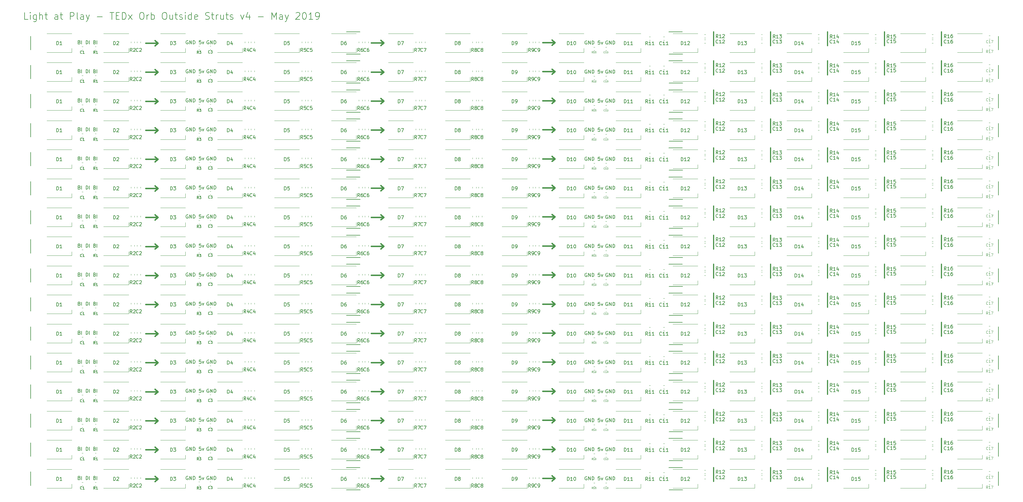
<source format=gbr>
G04 #@! TF.GenerationSoftware,KiCad,Pcbnew,(5.1.0-0)*
G04 #@! TF.CreationDate,2019-05-15T00:47:19-07:00*
G04 #@! TF.ProjectId,EOutside,454f7574-7369-4646-952e-6b696361645f,rev?*
G04 #@! TF.SameCoordinates,Original*
G04 #@! TF.FileFunction,Legend,Top*
G04 #@! TF.FilePolarity,Positive*
%FSLAX46Y46*%
G04 Gerber Fmt 4.6, Leading zero omitted, Abs format (unit mm)*
G04 Created by KiCad (PCBNEW (5.1.0-0)) date 2019-05-15 00:47:19*
%MOMM*%
%LPD*%
G04 APERTURE LIST*
%ADD10C,0.200000*%
%ADD11C,0.350000*%
%ADD12C,0.400000*%
%ADD13C,0.150000*%
%ADD14C,0.120000*%
%ADD15C,0.100000*%
G04 APERTURE END LIST*
D10*
X88923938Y-100454761D02*
X87971557Y-100454761D01*
X87971557Y-98454761D01*
X89590605Y-100454761D02*
X89590605Y-99121428D01*
X89590605Y-98454761D02*
X89495367Y-98550000D01*
X89590605Y-98645238D01*
X89685843Y-98550000D01*
X89590605Y-98454761D01*
X89590605Y-98645238D01*
X91400129Y-99121428D02*
X91400129Y-100740476D01*
X91304891Y-100930952D01*
X91209653Y-101026190D01*
X91019176Y-101121428D01*
X90733462Y-101121428D01*
X90542986Y-101026190D01*
X91400129Y-100359523D02*
X91209653Y-100454761D01*
X90828700Y-100454761D01*
X90638224Y-100359523D01*
X90542986Y-100264285D01*
X90447748Y-100073809D01*
X90447748Y-99502380D01*
X90542986Y-99311904D01*
X90638224Y-99216666D01*
X90828700Y-99121428D01*
X91209653Y-99121428D01*
X91400129Y-99216666D01*
X92352510Y-100454761D02*
X92352510Y-98454761D01*
X93209653Y-100454761D02*
X93209653Y-99407142D01*
X93114415Y-99216666D01*
X92923938Y-99121428D01*
X92638224Y-99121428D01*
X92447748Y-99216666D01*
X92352510Y-99311904D01*
X93876319Y-99121428D02*
X94638224Y-99121428D01*
X94162034Y-98454761D02*
X94162034Y-100169047D01*
X94257272Y-100359523D01*
X94447748Y-100454761D01*
X94638224Y-100454761D01*
X97685843Y-100454761D02*
X97685843Y-99407142D01*
X97590605Y-99216666D01*
X97400129Y-99121428D01*
X97019176Y-99121428D01*
X96828700Y-99216666D01*
X97685843Y-100359523D02*
X97495367Y-100454761D01*
X97019176Y-100454761D01*
X96828700Y-100359523D01*
X96733462Y-100169047D01*
X96733462Y-99978571D01*
X96828700Y-99788095D01*
X97019176Y-99692857D01*
X97495367Y-99692857D01*
X97685843Y-99597619D01*
X98352510Y-99121428D02*
X99114415Y-99121428D01*
X98638224Y-98454761D02*
X98638224Y-100169047D01*
X98733462Y-100359523D01*
X98923938Y-100454761D01*
X99114415Y-100454761D01*
X101304891Y-100454761D02*
X101304891Y-98454761D01*
X102066796Y-98454761D01*
X102257272Y-98550000D01*
X102352510Y-98645238D01*
X102447748Y-98835714D01*
X102447748Y-99121428D01*
X102352510Y-99311904D01*
X102257272Y-99407142D01*
X102066796Y-99502380D01*
X101304891Y-99502380D01*
X103590605Y-100454761D02*
X103400129Y-100359523D01*
X103304891Y-100169047D01*
X103304891Y-98454761D01*
X105209653Y-100454761D02*
X105209653Y-99407142D01*
X105114415Y-99216666D01*
X104923938Y-99121428D01*
X104542986Y-99121428D01*
X104352510Y-99216666D01*
X105209653Y-100359523D02*
X105019176Y-100454761D01*
X104542986Y-100454761D01*
X104352510Y-100359523D01*
X104257272Y-100169047D01*
X104257272Y-99978571D01*
X104352510Y-99788095D01*
X104542986Y-99692857D01*
X105019176Y-99692857D01*
X105209653Y-99597619D01*
X105971557Y-99121428D02*
X106447748Y-100454761D01*
X106923938Y-99121428D02*
X106447748Y-100454761D01*
X106257272Y-100930952D01*
X106162034Y-101026190D01*
X105971557Y-101121428D01*
X109209653Y-99692857D02*
X110733462Y-99692857D01*
X112923938Y-98454761D02*
X114066796Y-98454761D01*
X113495367Y-100454761D02*
X113495367Y-98454761D01*
X114733462Y-99407142D02*
X115400129Y-99407142D01*
X115685843Y-100454761D02*
X114733462Y-100454761D01*
X114733462Y-98454761D01*
X115685843Y-98454761D01*
X116542986Y-100454761D02*
X116542986Y-98454761D01*
X117019176Y-98454761D01*
X117304891Y-98550000D01*
X117495367Y-98740476D01*
X117590605Y-98930952D01*
X117685843Y-99311904D01*
X117685843Y-99597619D01*
X117590605Y-99978571D01*
X117495367Y-100169047D01*
X117304891Y-100359523D01*
X117019176Y-100454761D01*
X116542986Y-100454761D01*
X118352510Y-100454761D02*
X119400129Y-99121428D01*
X118352510Y-99121428D02*
X119400129Y-100454761D01*
X122066796Y-98454761D02*
X122447748Y-98454761D01*
X122638224Y-98550000D01*
X122828700Y-98740476D01*
X122923938Y-99121428D01*
X122923938Y-99788095D01*
X122828700Y-100169047D01*
X122638224Y-100359523D01*
X122447748Y-100454761D01*
X122066796Y-100454761D01*
X121876319Y-100359523D01*
X121685843Y-100169047D01*
X121590605Y-99788095D01*
X121590605Y-99121428D01*
X121685843Y-98740476D01*
X121876319Y-98550000D01*
X122066796Y-98454761D01*
X123781081Y-100454761D02*
X123781081Y-99121428D01*
X123781081Y-99502380D02*
X123876319Y-99311904D01*
X123971557Y-99216666D01*
X124162034Y-99121428D01*
X124352510Y-99121428D01*
X125019176Y-100454761D02*
X125019176Y-98454761D01*
X125019176Y-99216666D02*
X125209653Y-99121428D01*
X125590605Y-99121428D01*
X125781081Y-99216666D01*
X125876319Y-99311904D01*
X125971557Y-99502380D01*
X125971557Y-100073809D01*
X125876319Y-100264285D01*
X125781081Y-100359523D01*
X125590605Y-100454761D01*
X125209653Y-100454761D01*
X125019176Y-100359523D01*
X128733462Y-98454761D02*
X129114415Y-98454761D01*
X129304891Y-98550000D01*
X129495367Y-98740476D01*
X129590605Y-99121428D01*
X129590605Y-99788095D01*
X129495367Y-100169047D01*
X129304891Y-100359523D01*
X129114415Y-100454761D01*
X128733462Y-100454761D01*
X128542986Y-100359523D01*
X128352510Y-100169047D01*
X128257272Y-99788095D01*
X128257272Y-99121428D01*
X128352510Y-98740476D01*
X128542986Y-98550000D01*
X128733462Y-98454761D01*
X131304891Y-99121428D02*
X131304891Y-100454761D01*
X130447748Y-99121428D02*
X130447748Y-100169047D01*
X130542986Y-100359523D01*
X130733462Y-100454761D01*
X131019176Y-100454761D01*
X131209653Y-100359523D01*
X131304891Y-100264285D01*
X131971557Y-99121428D02*
X132733462Y-99121428D01*
X132257272Y-98454761D02*
X132257272Y-100169047D01*
X132352510Y-100359523D01*
X132542986Y-100454761D01*
X132733462Y-100454761D01*
X133304891Y-100359523D02*
X133495367Y-100454761D01*
X133876319Y-100454761D01*
X134066796Y-100359523D01*
X134162034Y-100169047D01*
X134162034Y-100073809D01*
X134066796Y-99883333D01*
X133876319Y-99788095D01*
X133590605Y-99788095D01*
X133400129Y-99692857D01*
X133304891Y-99502380D01*
X133304891Y-99407142D01*
X133400129Y-99216666D01*
X133590605Y-99121428D01*
X133876319Y-99121428D01*
X134066796Y-99216666D01*
X135019176Y-100454761D02*
X135019176Y-99121428D01*
X135019176Y-98454761D02*
X134923938Y-98550000D01*
X135019176Y-98645238D01*
X135114415Y-98550000D01*
X135019176Y-98454761D01*
X135019176Y-98645238D01*
X136828700Y-100454761D02*
X136828700Y-98454761D01*
X136828700Y-100359523D02*
X136638224Y-100454761D01*
X136257272Y-100454761D01*
X136066796Y-100359523D01*
X135971557Y-100264285D01*
X135876319Y-100073809D01*
X135876319Y-99502380D01*
X135971557Y-99311904D01*
X136066796Y-99216666D01*
X136257272Y-99121428D01*
X136638224Y-99121428D01*
X136828700Y-99216666D01*
X138542986Y-100359523D02*
X138352510Y-100454761D01*
X137971557Y-100454761D01*
X137781081Y-100359523D01*
X137685843Y-100169047D01*
X137685843Y-99407142D01*
X137781081Y-99216666D01*
X137971557Y-99121428D01*
X138352510Y-99121428D01*
X138542986Y-99216666D01*
X138638224Y-99407142D01*
X138638224Y-99597619D01*
X137685843Y-99788095D01*
X140923938Y-100359523D02*
X141209653Y-100454761D01*
X141685843Y-100454761D01*
X141876319Y-100359523D01*
X141971557Y-100264285D01*
X142066796Y-100073809D01*
X142066796Y-99883333D01*
X141971557Y-99692857D01*
X141876319Y-99597619D01*
X141685843Y-99502380D01*
X141304891Y-99407142D01*
X141114415Y-99311904D01*
X141019176Y-99216666D01*
X140923938Y-99026190D01*
X140923938Y-98835714D01*
X141019176Y-98645238D01*
X141114415Y-98550000D01*
X141304891Y-98454761D01*
X141781081Y-98454761D01*
X142066796Y-98550000D01*
X142638224Y-99121428D02*
X143400129Y-99121428D01*
X142923938Y-98454761D02*
X142923938Y-100169047D01*
X143019176Y-100359523D01*
X143209653Y-100454761D01*
X143400129Y-100454761D01*
X144066796Y-100454761D02*
X144066796Y-99121428D01*
X144066796Y-99502380D02*
X144162034Y-99311904D01*
X144257272Y-99216666D01*
X144447748Y-99121428D01*
X144638224Y-99121428D01*
X146162034Y-99121428D02*
X146162034Y-100454761D01*
X145304891Y-99121428D02*
X145304891Y-100169047D01*
X145400129Y-100359523D01*
X145590605Y-100454761D01*
X145876319Y-100454761D01*
X146066796Y-100359523D01*
X146162034Y-100264285D01*
X146828700Y-99121428D02*
X147590605Y-99121428D01*
X147114415Y-98454761D02*
X147114415Y-100169047D01*
X147209653Y-100359523D01*
X147400129Y-100454761D01*
X147590605Y-100454761D01*
X148162034Y-100359523D02*
X148352510Y-100454761D01*
X148733462Y-100454761D01*
X148923938Y-100359523D01*
X149019176Y-100169047D01*
X149019176Y-100073809D01*
X148923938Y-99883333D01*
X148733462Y-99788095D01*
X148447748Y-99788095D01*
X148257272Y-99692857D01*
X148162034Y-99502380D01*
X148162034Y-99407142D01*
X148257272Y-99216666D01*
X148447748Y-99121428D01*
X148733462Y-99121428D01*
X148923938Y-99216666D01*
X151209653Y-99121428D02*
X151685843Y-100454761D01*
X152162034Y-99121428D01*
X153781081Y-99121428D02*
X153781081Y-100454761D01*
X153304891Y-98359523D02*
X152828700Y-99788095D01*
X154066796Y-99788095D01*
X156352510Y-99692857D02*
X157876319Y-99692857D01*
X160352510Y-100454761D02*
X160352510Y-98454761D01*
X161019176Y-99883333D01*
X161685843Y-98454761D01*
X161685843Y-100454761D01*
X163495367Y-100454761D02*
X163495367Y-99407142D01*
X163400129Y-99216666D01*
X163209653Y-99121428D01*
X162828700Y-99121428D01*
X162638224Y-99216666D01*
X163495367Y-100359523D02*
X163304891Y-100454761D01*
X162828700Y-100454761D01*
X162638224Y-100359523D01*
X162542986Y-100169047D01*
X162542986Y-99978571D01*
X162638224Y-99788095D01*
X162828700Y-99692857D01*
X163304891Y-99692857D01*
X163495367Y-99597619D01*
X164257272Y-99121428D02*
X164733462Y-100454761D01*
X165209653Y-99121428D02*
X164733462Y-100454761D01*
X164542986Y-100930952D01*
X164447748Y-101026190D01*
X164257272Y-101121428D01*
X167400129Y-98645238D02*
X167495367Y-98550000D01*
X167685843Y-98454761D01*
X168162034Y-98454761D01*
X168352510Y-98550000D01*
X168447748Y-98645238D01*
X168542986Y-98835714D01*
X168542986Y-99026190D01*
X168447748Y-99311904D01*
X167304891Y-100454761D01*
X168542986Y-100454761D01*
X169781081Y-98454761D02*
X169971557Y-98454761D01*
X170162034Y-98550000D01*
X170257272Y-98645238D01*
X170352510Y-98835714D01*
X170447748Y-99216666D01*
X170447748Y-99692857D01*
X170352510Y-100073809D01*
X170257272Y-100264285D01*
X170162034Y-100359523D01*
X169971557Y-100454761D01*
X169781081Y-100454761D01*
X169590605Y-100359523D01*
X169495367Y-100264285D01*
X169400129Y-100073809D01*
X169304891Y-99692857D01*
X169304891Y-99216666D01*
X169400129Y-98835714D01*
X169495367Y-98645238D01*
X169590605Y-98550000D01*
X169781081Y-98454761D01*
X172352510Y-100454761D02*
X171209653Y-100454761D01*
X171781081Y-100454761D02*
X171781081Y-98454761D01*
X171590605Y-98740476D01*
X171400129Y-98930952D01*
X171209653Y-99026190D01*
X173304891Y-100454761D02*
X173685843Y-100454761D01*
X173876319Y-100359523D01*
X173971557Y-100264285D01*
X174162034Y-99978571D01*
X174257272Y-99597619D01*
X174257272Y-98835714D01*
X174162034Y-98645238D01*
X174066796Y-98550000D01*
X173876319Y-98454761D01*
X173495367Y-98454761D01*
X173304891Y-98550000D01*
X173209653Y-98645238D01*
X173114415Y-98835714D01*
X173114415Y-99311904D01*
X173209653Y-99502380D01*
X173304891Y-99597619D01*
X173495367Y-99692857D01*
X173876319Y-99692857D01*
X174066796Y-99597619D01*
X174162034Y-99502380D01*
X174257272Y-99311904D01*
D11*
X306399927Y-223100228D02*
X306399927Y-227200228D01*
X289733327Y-223100228D02*
X289733327Y-227200228D01*
D12*
X239633093Y-234750228D02*
X243215937Y-234750228D01*
X243215937Y-234750228D02*
X242383093Y-235500228D01*
X243215937Y-234750228D02*
X242383093Y-234000228D01*
X193065937Y-234850228D02*
X192233093Y-234100228D01*
X193065937Y-234850228D02*
X192233093Y-235600228D01*
X189483093Y-234850228D02*
X193065937Y-234850228D01*
X126965937Y-234900228D02*
X126133093Y-234150228D01*
X126965937Y-234900228D02*
X126133093Y-235650228D01*
X123383093Y-234900228D02*
X126965937Y-234900228D01*
D11*
X356399727Y-231600228D02*
X356399727Y-235700228D01*
X339733127Y-231600228D02*
X339733127Y-235700228D01*
X323066527Y-231600228D02*
X323066527Y-235700228D01*
X306399927Y-231600228D02*
X306399927Y-235700228D01*
X289733327Y-231600228D02*
X289733327Y-235700228D01*
D12*
X239633093Y-217750228D02*
X243215937Y-217750228D01*
X243215937Y-217750228D02*
X242383093Y-218500228D01*
X243215937Y-217750228D02*
X242383093Y-217000228D01*
X193065937Y-217850228D02*
X192233093Y-217100228D01*
X193065937Y-217850228D02*
X192233093Y-218600228D01*
X189483093Y-217850228D02*
X193065937Y-217850228D01*
X126965937Y-217900228D02*
X126133093Y-217150228D01*
X126965937Y-217900228D02*
X126133093Y-218650228D01*
X123383093Y-217900228D02*
X126965937Y-217900228D01*
D11*
X356399727Y-214600228D02*
X356399727Y-218700228D01*
X339733127Y-214600228D02*
X339733127Y-218700228D01*
X323066527Y-214600228D02*
X323066527Y-218700228D01*
X306399927Y-214600228D02*
X306399927Y-218700228D01*
X289733327Y-214600228D02*
X289733327Y-218700228D01*
D12*
X239633093Y-234750228D02*
X243215937Y-234750228D01*
X243215937Y-234750228D02*
X242383093Y-235500228D01*
X243215937Y-234750228D02*
X242383093Y-234000228D01*
X193065937Y-234850228D02*
X192233093Y-234100228D01*
X193065937Y-234850228D02*
X192233093Y-235600228D01*
X189483093Y-234850228D02*
X193065937Y-234850228D01*
X126965937Y-234900228D02*
X126133093Y-234150228D01*
X126965937Y-234900228D02*
X126133093Y-235650228D01*
X123383093Y-234900228D02*
X126965937Y-234900228D01*
D11*
X356399727Y-231600228D02*
X356399727Y-235700228D01*
X339733127Y-231600228D02*
X339733127Y-235700228D01*
X323066527Y-231600228D02*
X323066527Y-235700228D01*
X306399927Y-231600228D02*
X306399927Y-235700228D01*
X289733327Y-231600228D02*
X289733327Y-235700228D01*
D12*
X239633093Y-209250228D02*
X243215937Y-209250228D01*
X243215937Y-209250228D02*
X242383093Y-210000228D01*
X243215937Y-209250228D02*
X242383093Y-208500228D01*
X193065937Y-209350228D02*
X192233093Y-208600228D01*
X193065937Y-209350228D02*
X192233093Y-210100228D01*
X189483093Y-209350228D02*
X193065937Y-209350228D01*
X126965937Y-209400228D02*
X126133093Y-208650228D01*
X126965937Y-209400228D02*
X126133093Y-210150228D01*
X123383093Y-209400228D02*
X126965937Y-209400228D01*
D11*
X356399727Y-206100228D02*
X356399727Y-210200228D01*
X339733127Y-206100228D02*
X339733127Y-210200228D01*
X323066527Y-206100228D02*
X323066527Y-210200228D01*
X306399927Y-206100228D02*
X306399927Y-210200228D01*
D12*
X239633093Y-226250228D02*
X243215937Y-226250228D01*
X243215937Y-226250228D02*
X242383093Y-227000228D01*
X243215937Y-226250228D02*
X242383093Y-225500228D01*
X193065937Y-226350228D02*
X192233093Y-225600228D01*
X193065937Y-226350228D02*
X192233093Y-227100228D01*
X189483093Y-226350228D02*
X193065937Y-226350228D01*
X126965937Y-226400228D02*
X126133093Y-225650228D01*
X126965937Y-226400228D02*
X126133093Y-227150228D01*
X123383093Y-226400228D02*
X126965937Y-226400228D01*
D11*
X356399727Y-223100228D02*
X356399727Y-227200228D01*
X339733127Y-223100228D02*
X339733127Y-227200228D01*
X323066527Y-223100228D02*
X323066527Y-227200228D01*
X306399927Y-223100228D02*
X306399927Y-227200228D01*
X289733327Y-223100228D02*
X289733327Y-227200228D01*
X289733327Y-206100228D02*
X289733327Y-210200228D01*
D12*
X239633093Y-226250228D02*
X243215937Y-226250228D01*
X243215937Y-226250228D02*
X242383093Y-227000228D01*
X243215937Y-226250228D02*
X242383093Y-225500228D01*
X239633093Y-217750228D02*
X243215937Y-217750228D01*
X243215937Y-217750228D02*
X242383093Y-218500228D01*
X243215937Y-217750228D02*
X242383093Y-217000228D01*
X193065937Y-217850228D02*
X192233093Y-217100228D01*
X193065937Y-217850228D02*
X192233093Y-218600228D01*
X189483093Y-217850228D02*
X193065937Y-217850228D01*
X126965937Y-217900228D02*
X126133093Y-217150228D01*
X126965937Y-217900228D02*
X126133093Y-218650228D01*
X123383093Y-217900228D02*
X126965937Y-217900228D01*
D11*
X356399727Y-214600228D02*
X356399727Y-218700228D01*
X339733127Y-214600228D02*
X339733127Y-218700228D01*
X323066527Y-214600228D02*
X323066527Y-218700228D01*
X306399927Y-214600228D02*
X306399927Y-218700228D01*
X289733327Y-214600228D02*
X289733327Y-218700228D01*
D12*
X239633093Y-209250228D02*
X243215937Y-209250228D01*
X243215937Y-209250228D02*
X242383093Y-210000228D01*
X243215937Y-209250228D02*
X242383093Y-208500228D01*
X193065937Y-209350228D02*
X192233093Y-208600228D01*
X193065937Y-209350228D02*
X192233093Y-210100228D01*
X189483093Y-209350228D02*
X193065937Y-209350228D01*
X126965937Y-209400228D02*
X126133093Y-208650228D01*
X126965937Y-209400228D02*
X126133093Y-210150228D01*
X123383093Y-209400228D02*
X126965937Y-209400228D01*
D11*
X356399727Y-206100228D02*
X356399727Y-210200228D01*
X339733127Y-206100228D02*
X339733127Y-210200228D01*
X323066527Y-206100228D02*
X323066527Y-210200228D01*
X306399927Y-206100228D02*
X306399927Y-210200228D01*
X289733327Y-206100228D02*
X289733327Y-210200228D01*
D12*
X193065937Y-226350228D02*
X192233093Y-225600228D01*
X193065937Y-226350228D02*
X192233093Y-227100228D01*
X189483093Y-226350228D02*
X193065937Y-226350228D01*
X126965937Y-226400228D02*
X126133093Y-225650228D01*
X126965937Y-226400228D02*
X126133093Y-227150228D01*
X123383093Y-226400228D02*
X126965937Y-226400228D01*
D11*
X356399727Y-223100228D02*
X356399727Y-227200228D01*
X339733127Y-223100228D02*
X339733127Y-227200228D01*
X323066527Y-223100228D02*
X323066527Y-227200228D01*
D13*
X105933093Y-226652608D02*
X105933093Y-225652608D01*
X106171188Y-225652608D01*
X106314045Y-225700228D01*
X106409283Y-225795466D01*
X106456902Y-225890704D01*
X106504521Y-226081180D01*
X106504521Y-226224037D01*
X106456902Y-226414513D01*
X106409283Y-226509751D01*
X106314045Y-226604989D01*
X106171188Y-226652608D01*
X105933093Y-226652608D01*
X106933093Y-226652608D02*
X106933093Y-225652608D01*
X141871188Y-217200228D02*
X141775950Y-217152608D01*
X141633093Y-217152608D01*
X141490235Y-217200228D01*
X141394997Y-217295466D01*
X141347378Y-217390704D01*
X141299759Y-217581180D01*
X141299759Y-217724037D01*
X141347378Y-217914513D01*
X141394997Y-218009751D01*
X141490235Y-218104989D01*
X141633093Y-218152608D01*
X141728331Y-218152608D01*
X141871188Y-218104989D01*
X141918807Y-218057370D01*
X141918807Y-217724037D01*
X141728331Y-217724037D01*
X142347378Y-218152608D02*
X142347378Y-217152608D01*
X142918807Y-218152608D01*
X142918807Y-217152608D01*
X143394997Y-218152608D02*
X143394997Y-217152608D01*
X143633093Y-217152608D01*
X143775950Y-217200228D01*
X143871188Y-217295466D01*
X143918807Y-217390704D01*
X143966426Y-217581180D01*
X143966426Y-217724037D01*
X143918807Y-217914513D01*
X143871188Y-218009751D01*
X143775950Y-218104989D01*
X143633093Y-218152608D01*
X143394997Y-218152608D01*
X108466426Y-217628799D02*
X108609283Y-217676418D01*
X108656902Y-217724037D01*
X108704521Y-217819275D01*
X108704521Y-217962132D01*
X108656902Y-218057370D01*
X108609283Y-218104989D01*
X108514045Y-218152608D01*
X108133093Y-218152608D01*
X108133093Y-217152608D01*
X108466426Y-217152608D01*
X108561664Y-217200228D01*
X108609283Y-217247847D01*
X108656902Y-217343085D01*
X108656902Y-217438323D01*
X108609283Y-217533561D01*
X108561664Y-217581180D01*
X108466426Y-217628799D01*
X108133093Y-217628799D01*
X109133093Y-218152608D02*
X109133093Y-217152608D01*
X135771188Y-217200228D02*
X135675950Y-217152608D01*
X135533093Y-217152608D01*
X135390235Y-217200228D01*
X135294997Y-217295466D01*
X135247378Y-217390704D01*
X135199759Y-217581180D01*
X135199759Y-217724037D01*
X135247378Y-217914513D01*
X135294997Y-218009751D01*
X135390235Y-218104989D01*
X135533093Y-218152608D01*
X135628331Y-218152608D01*
X135771188Y-218104989D01*
X135818807Y-218057370D01*
X135818807Y-217724037D01*
X135628331Y-217724037D01*
X136247378Y-218152608D02*
X136247378Y-217152608D01*
X136818807Y-218152608D01*
X136818807Y-217152608D01*
X137294997Y-218152608D02*
X137294997Y-217152608D01*
X137533093Y-217152608D01*
X137675950Y-217200228D01*
X137771188Y-217295466D01*
X137818807Y-217390704D01*
X137866426Y-217581180D01*
X137866426Y-217724037D01*
X137818807Y-217914513D01*
X137771188Y-218009751D01*
X137675950Y-218104989D01*
X137533093Y-218152608D01*
X137294997Y-218152608D01*
X105933093Y-235152608D02*
X105933093Y-234152608D01*
X106171188Y-234152608D01*
X106314045Y-234200228D01*
X106409283Y-234295466D01*
X106456902Y-234390704D01*
X106504521Y-234581180D01*
X106504521Y-234724037D01*
X106456902Y-234914513D01*
X106409283Y-235009751D01*
X106314045Y-235104989D01*
X106171188Y-235152608D01*
X105933093Y-235152608D01*
X106933093Y-235152608D02*
X106933093Y-234152608D01*
X252571188Y-225800228D02*
X252475950Y-225752608D01*
X252333093Y-225752608D01*
X252190235Y-225800228D01*
X252094997Y-225895466D01*
X252047378Y-225990704D01*
X251999759Y-226181180D01*
X251999759Y-226324037D01*
X252047378Y-226514513D01*
X252094997Y-226609751D01*
X252190235Y-226704989D01*
X252333093Y-226752608D01*
X252428331Y-226752608D01*
X252571188Y-226704989D01*
X252618807Y-226657370D01*
X252618807Y-226324037D01*
X252428331Y-226324037D01*
X253047378Y-226752608D02*
X253047378Y-225752608D01*
X253618807Y-226752608D01*
X253618807Y-225752608D01*
X254094997Y-226752608D02*
X254094997Y-225752608D01*
X254333093Y-225752608D01*
X254475950Y-225800228D01*
X254571188Y-225895466D01*
X254618807Y-225990704D01*
X254666426Y-226181180D01*
X254666426Y-226324037D01*
X254618807Y-226514513D01*
X254571188Y-226609751D01*
X254475950Y-226704989D01*
X254333093Y-226752608D01*
X254094997Y-226752608D01*
X108466426Y-226128799D02*
X108609283Y-226176418D01*
X108656902Y-226224037D01*
X108704521Y-226319275D01*
X108704521Y-226462132D01*
X108656902Y-226557370D01*
X108609283Y-226604989D01*
X108514045Y-226652608D01*
X108133093Y-226652608D01*
X108133093Y-225652608D01*
X108466426Y-225652608D01*
X108561664Y-225700228D01*
X108609283Y-225747847D01*
X108656902Y-225843085D01*
X108656902Y-225938323D01*
X108609283Y-226033561D01*
X108561664Y-226081180D01*
X108466426Y-226128799D01*
X108133093Y-226128799D01*
X109133093Y-226652608D02*
X109133093Y-225652608D01*
X258671188Y-234300228D02*
X258575950Y-234252608D01*
X258433093Y-234252608D01*
X258290235Y-234300228D01*
X258194997Y-234395466D01*
X258147378Y-234490704D01*
X258099759Y-234681180D01*
X258099759Y-234824037D01*
X258147378Y-235014513D01*
X258194997Y-235109751D01*
X258290235Y-235204989D01*
X258433093Y-235252608D01*
X258528331Y-235252608D01*
X258671188Y-235204989D01*
X258718807Y-235157370D01*
X258718807Y-234824037D01*
X258528331Y-234824037D01*
X259147378Y-235252608D02*
X259147378Y-234252608D01*
X259718807Y-235252608D01*
X259718807Y-234252608D01*
X260194997Y-235252608D02*
X260194997Y-234252608D01*
X260433093Y-234252608D01*
X260575950Y-234300228D01*
X260671188Y-234395466D01*
X260718807Y-234490704D01*
X260766426Y-234681180D01*
X260766426Y-234824037D01*
X260718807Y-235014513D01*
X260671188Y-235109751D01*
X260575950Y-235204989D01*
X260433093Y-235252608D01*
X260194997Y-235252608D01*
X108466426Y-234628799D02*
X108609283Y-234676418D01*
X108656902Y-234724037D01*
X108704521Y-234819275D01*
X108704521Y-234962132D01*
X108656902Y-235057370D01*
X108609283Y-235104989D01*
X108514045Y-235152608D01*
X108133093Y-235152608D01*
X108133093Y-234152608D01*
X108466426Y-234152608D01*
X108561664Y-234200228D01*
X108609283Y-234247847D01*
X108656902Y-234343085D01*
X108656902Y-234438323D01*
X108609283Y-234533561D01*
X108561664Y-234581180D01*
X108466426Y-234628799D01*
X108133093Y-234628799D01*
X109133093Y-235152608D02*
X109133093Y-234152608D01*
X252571188Y-234300228D02*
X252475950Y-234252608D01*
X252333093Y-234252608D01*
X252190235Y-234300228D01*
X252094997Y-234395466D01*
X252047378Y-234490704D01*
X251999759Y-234681180D01*
X251999759Y-234824037D01*
X252047378Y-235014513D01*
X252094997Y-235109751D01*
X252190235Y-235204989D01*
X252333093Y-235252608D01*
X252428331Y-235252608D01*
X252571188Y-235204989D01*
X252618807Y-235157370D01*
X252618807Y-234824037D01*
X252428331Y-234824037D01*
X253047378Y-235252608D02*
X253047378Y-234252608D01*
X253618807Y-235252608D01*
X253618807Y-234252608D01*
X254094997Y-235252608D02*
X254094997Y-234252608D01*
X254333093Y-234252608D01*
X254475950Y-234300228D01*
X254571188Y-234395466D01*
X254618807Y-234490704D01*
X254666426Y-234681180D01*
X254666426Y-234824037D01*
X254618807Y-235014513D01*
X254571188Y-235109751D01*
X254475950Y-235204989D01*
X254333093Y-235252608D01*
X254094997Y-235252608D01*
X141871188Y-234200228D02*
X141775950Y-234152608D01*
X141633093Y-234152608D01*
X141490235Y-234200228D01*
X141394997Y-234295466D01*
X141347378Y-234390704D01*
X141299759Y-234581180D01*
X141299759Y-234724037D01*
X141347378Y-234914513D01*
X141394997Y-235009751D01*
X141490235Y-235104989D01*
X141633093Y-235152608D01*
X141728331Y-235152608D01*
X141871188Y-235104989D01*
X141918807Y-235057370D01*
X141918807Y-234724037D01*
X141728331Y-234724037D01*
X142347378Y-235152608D02*
X142347378Y-234152608D01*
X142918807Y-235152608D01*
X142918807Y-234152608D01*
X143394997Y-235152608D02*
X143394997Y-234152608D01*
X143633093Y-234152608D01*
X143775950Y-234200228D01*
X143871188Y-234295466D01*
X143918807Y-234390704D01*
X143966426Y-234581180D01*
X143966426Y-234724037D01*
X143918807Y-234914513D01*
X143871188Y-235009751D01*
X143775950Y-235104989D01*
X143633093Y-235152608D01*
X143394997Y-235152608D01*
X258671188Y-225800228D02*
X258575950Y-225752608D01*
X258433093Y-225752608D01*
X258290235Y-225800228D01*
X258194997Y-225895466D01*
X258147378Y-225990704D01*
X258099759Y-226181180D01*
X258099759Y-226324037D01*
X258147378Y-226514513D01*
X258194997Y-226609751D01*
X258290235Y-226704989D01*
X258433093Y-226752608D01*
X258528331Y-226752608D01*
X258671188Y-226704989D01*
X258718807Y-226657370D01*
X258718807Y-226324037D01*
X258528331Y-226324037D01*
X259147378Y-226752608D02*
X259147378Y-225752608D01*
X259718807Y-226752608D01*
X259718807Y-225752608D01*
X260194997Y-226752608D02*
X260194997Y-225752608D01*
X260433093Y-225752608D01*
X260575950Y-225800228D01*
X260671188Y-225895466D01*
X260718807Y-225990704D01*
X260766426Y-226181180D01*
X260766426Y-226324037D01*
X260718807Y-226514513D01*
X260671188Y-226609751D01*
X260575950Y-226704989D01*
X260433093Y-226752608D01*
X260194997Y-226752608D01*
X141871188Y-225700228D02*
X141775950Y-225652608D01*
X141633093Y-225652608D01*
X141490235Y-225700228D01*
X141394997Y-225795466D01*
X141347378Y-225890704D01*
X141299759Y-226081180D01*
X141299759Y-226224037D01*
X141347378Y-226414513D01*
X141394997Y-226509751D01*
X141490235Y-226604989D01*
X141633093Y-226652608D01*
X141728331Y-226652608D01*
X141871188Y-226604989D01*
X141918807Y-226557370D01*
X141918807Y-226224037D01*
X141728331Y-226224037D01*
X142347378Y-226652608D02*
X142347378Y-225652608D01*
X142918807Y-226652608D01*
X142918807Y-225652608D01*
X143394997Y-226652608D02*
X143394997Y-225652608D01*
X143633093Y-225652608D01*
X143775950Y-225700228D01*
X143871188Y-225795466D01*
X143918807Y-225890704D01*
X143966426Y-226081180D01*
X143966426Y-226224037D01*
X143918807Y-226414513D01*
X143871188Y-226509751D01*
X143775950Y-226604989D01*
X143633093Y-226652608D01*
X143394997Y-226652608D01*
X103966426Y-234628799D02*
X104109283Y-234676418D01*
X104156902Y-234724037D01*
X104204521Y-234819275D01*
X104204521Y-234962132D01*
X104156902Y-235057370D01*
X104109283Y-235104989D01*
X104014045Y-235152608D01*
X103633093Y-235152608D01*
X103633093Y-234152608D01*
X103966426Y-234152608D01*
X104061664Y-234200228D01*
X104109283Y-234247847D01*
X104156902Y-234343085D01*
X104156902Y-234438323D01*
X104109283Y-234533561D01*
X104061664Y-234581180D01*
X103966426Y-234628799D01*
X103633093Y-234628799D01*
X104633093Y-235152608D02*
X104633093Y-234152608D01*
X139590235Y-217152608D02*
X139114045Y-217152608D01*
X139066426Y-217628799D01*
X139114045Y-217581180D01*
X139209283Y-217533561D01*
X139447378Y-217533561D01*
X139542616Y-217581180D01*
X139590235Y-217628799D01*
X139637854Y-217724037D01*
X139637854Y-217962132D01*
X139590235Y-218057370D01*
X139542616Y-218104989D01*
X139447378Y-218152608D01*
X139209283Y-218152608D01*
X139114045Y-218104989D01*
X139066426Y-218057370D01*
X139971188Y-217485942D02*
X140209283Y-218152608D01*
X140447378Y-217485942D01*
X256390235Y-217252608D02*
X255914045Y-217252608D01*
X255866426Y-217728799D01*
X255914045Y-217681180D01*
X256009283Y-217633561D01*
X256247378Y-217633561D01*
X256342616Y-217681180D01*
X256390235Y-217728799D01*
X256437854Y-217824037D01*
X256437854Y-218062132D01*
X256390235Y-218157370D01*
X256342616Y-218204989D01*
X256247378Y-218252608D01*
X256009283Y-218252608D01*
X255914045Y-218204989D01*
X255866426Y-218157370D01*
X256771188Y-217585942D02*
X257009283Y-218252608D01*
X257247378Y-217585942D01*
X135771188Y-217200228D02*
X135675950Y-217152608D01*
X135533093Y-217152608D01*
X135390235Y-217200228D01*
X135294997Y-217295466D01*
X135247378Y-217390704D01*
X135199759Y-217581180D01*
X135199759Y-217724037D01*
X135247378Y-217914513D01*
X135294997Y-218009751D01*
X135390235Y-218104989D01*
X135533093Y-218152608D01*
X135628331Y-218152608D01*
X135771188Y-218104989D01*
X135818807Y-218057370D01*
X135818807Y-217724037D01*
X135628331Y-217724037D01*
X136247378Y-218152608D02*
X136247378Y-217152608D01*
X136818807Y-218152608D01*
X136818807Y-217152608D01*
X137294997Y-218152608D02*
X137294997Y-217152608D01*
X137533093Y-217152608D01*
X137675950Y-217200228D01*
X137771188Y-217295466D01*
X137818807Y-217390704D01*
X137866426Y-217581180D01*
X137866426Y-217724037D01*
X137818807Y-217914513D01*
X137771188Y-218009751D01*
X137675950Y-218104989D01*
X137533093Y-218152608D01*
X137294997Y-218152608D01*
X105933093Y-218152608D02*
X105933093Y-217152608D01*
X106171188Y-217152608D01*
X106314045Y-217200228D01*
X106409283Y-217295466D01*
X106456902Y-217390704D01*
X106504521Y-217581180D01*
X106504521Y-217724037D01*
X106456902Y-217914513D01*
X106409283Y-218009751D01*
X106314045Y-218104989D01*
X106171188Y-218152608D01*
X105933093Y-218152608D01*
X106933093Y-218152608D02*
X106933093Y-217152608D01*
X258671188Y-234300228D02*
X258575950Y-234252608D01*
X258433093Y-234252608D01*
X258290235Y-234300228D01*
X258194997Y-234395466D01*
X258147378Y-234490704D01*
X258099759Y-234681180D01*
X258099759Y-234824037D01*
X258147378Y-235014513D01*
X258194997Y-235109751D01*
X258290235Y-235204989D01*
X258433093Y-235252608D01*
X258528331Y-235252608D01*
X258671188Y-235204989D01*
X258718807Y-235157370D01*
X258718807Y-234824037D01*
X258528331Y-234824037D01*
X259147378Y-235252608D02*
X259147378Y-234252608D01*
X259718807Y-235252608D01*
X259718807Y-234252608D01*
X260194997Y-235252608D02*
X260194997Y-234252608D01*
X260433093Y-234252608D01*
X260575950Y-234300228D01*
X260671188Y-234395466D01*
X260718807Y-234490704D01*
X260766426Y-234681180D01*
X260766426Y-234824037D01*
X260718807Y-235014513D01*
X260671188Y-235109751D01*
X260575950Y-235204989D01*
X260433093Y-235252608D01*
X260194997Y-235252608D01*
X103966426Y-234628799D02*
X104109283Y-234676418D01*
X104156902Y-234724037D01*
X104204521Y-234819275D01*
X104204521Y-234962132D01*
X104156902Y-235057370D01*
X104109283Y-235104989D01*
X104014045Y-235152608D01*
X103633093Y-235152608D01*
X103633093Y-234152608D01*
X103966426Y-234152608D01*
X104061664Y-234200228D01*
X104109283Y-234247847D01*
X104156902Y-234343085D01*
X104156902Y-234438323D01*
X104109283Y-234533561D01*
X104061664Y-234581180D01*
X103966426Y-234628799D01*
X103633093Y-234628799D01*
X104633093Y-235152608D02*
X104633093Y-234152608D01*
X141871188Y-234200228D02*
X141775950Y-234152608D01*
X141633093Y-234152608D01*
X141490235Y-234200228D01*
X141394997Y-234295466D01*
X141347378Y-234390704D01*
X141299759Y-234581180D01*
X141299759Y-234724037D01*
X141347378Y-234914513D01*
X141394997Y-235009751D01*
X141490235Y-235104989D01*
X141633093Y-235152608D01*
X141728331Y-235152608D01*
X141871188Y-235104989D01*
X141918807Y-235057370D01*
X141918807Y-234724037D01*
X141728331Y-234724037D01*
X142347378Y-235152608D02*
X142347378Y-234152608D01*
X142918807Y-235152608D01*
X142918807Y-234152608D01*
X143394997Y-235152608D02*
X143394997Y-234152608D01*
X143633093Y-234152608D01*
X143775950Y-234200228D01*
X143871188Y-234295466D01*
X143918807Y-234390704D01*
X143966426Y-234581180D01*
X143966426Y-234724037D01*
X143918807Y-234914513D01*
X143871188Y-235009751D01*
X143775950Y-235104989D01*
X143633093Y-235152608D01*
X143394997Y-235152608D01*
X108466426Y-234628799D02*
X108609283Y-234676418D01*
X108656902Y-234724037D01*
X108704521Y-234819275D01*
X108704521Y-234962132D01*
X108656902Y-235057370D01*
X108609283Y-235104989D01*
X108514045Y-235152608D01*
X108133093Y-235152608D01*
X108133093Y-234152608D01*
X108466426Y-234152608D01*
X108561664Y-234200228D01*
X108609283Y-234247847D01*
X108656902Y-234343085D01*
X108656902Y-234438323D01*
X108609283Y-234533561D01*
X108561664Y-234581180D01*
X108466426Y-234628799D01*
X108133093Y-234628799D01*
X109133093Y-235152608D02*
X109133093Y-234152608D01*
X105933093Y-235152608D02*
X105933093Y-234152608D01*
X106171188Y-234152608D01*
X106314045Y-234200228D01*
X106409283Y-234295466D01*
X106456902Y-234390704D01*
X106504521Y-234581180D01*
X106504521Y-234724037D01*
X106456902Y-234914513D01*
X106409283Y-235009751D01*
X106314045Y-235104989D01*
X106171188Y-235152608D01*
X105933093Y-235152608D01*
X106933093Y-235152608D02*
X106933093Y-234152608D01*
X252571188Y-234300228D02*
X252475950Y-234252608D01*
X252333093Y-234252608D01*
X252190235Y-234300228D01*
X252094997Y-234395466D01*
X252047378Y-234490704D01*
X251999759Y-234681180D01*
X251999759Y-234824037D01*
X252047378Y-235014513D01*
X252094997Y-235109751D01*
X252190235Y-235204989D01*
X252333093Y-235252608D01*
X252428331Y-235252608D01*
X252571188Y-235204989D01*
X252618807Y-235157370D01*
X252618807Y-234824037D01*
X252428331Y-234824037D01*
X253047378Y-235252608D02*
X253047378Y-234252608D01*
X253618807Y-235252608D01*
X253618807Y-234252608D01*
X254094997Y-235252608D02*
X254094997Y-234252608D01*
X254333093Y-234252608D01*
X254475950Y-234300228D01*
X254571188Y-234395466D01*
X254618807Y-234490704D01*
X254666426Y-234681180D01*
X254666426Y-234824037D01*
X254618807Y-235014513D01*
X254571188Y-235109751D01*
X254475950Y-235204989D01*
X254333093Y-235252608D01*
X254094997Y-235252608D01*
X252571188Y-225800228D02*
X252475950Y-225752608D01*
X252333093Y-225752608D01*
X252190235Y-225800228D01*
X252094997Y-225895466D01*
X252047378Y-225990704D01*
X251999759Y-226181180D01*
X251999759Y-226324037D01*
X252047378Y-226514513D01*
X252094997Y-226609751D01*
X252190235Y-226704989D01*
X252333093Y-226752608D01*
X252428331Y-226752608D01*
X252571188Y-226704989D01*
X252618807Y-226657370D01*
X252618807Y-226324037D01*
X252428331Y-226324037D01*
X253047378Y-226752608D02*
X253047378Y-225752608D01*
X253618807Y-226752608D01*
X253618807Y-225752608D01*
X254094997Y-226752608D02*
X254094997Y-225752608D01*
X254333093Y-225752608D01*
X254475950Y-225800228D01*
X254571188Y-225895466D01*
X254618807Y-225990704D01*
X254666426Y-226181180D01*
X254666426Y-226324037D01*
X254618807Y-226514513D01*
X254571188Y-226609751D01*
X254475950Y-226704989D01*
X254333093Y-226752608D01*
X254094997Y-226752608D01*
X141871188Y-225700228D02*
X141775950Y-225652608D01*
X141633093Y-225652608D01*
X141490235Y-225700228D01*
X141394997Y-225795466D01*
X141347378Y-225890704D01*
X141299759Y-226081180D01*
X141299759Y-226224037D01*
X141347378Y-226414513D01*
X141394997Y-226509751D01*
X141490235Y-226604989D01*
X141633093Y-226652608D01*
X141728331Y-226652608D01*
X141871188Y-226604989D01*
X141918807Y-226557370D01*
X141918807Y-226224037D01*
X141728331Y-226224037D01*
X142347378Y-226652608D02*
X142347378Y-225652608D01*
X142918807Y-226652608D01*
X142918807Y-225652608D01*
X143394997Y-226652608D02*
X143394997Y-225652608D01*
X143633093Y-225652608D01*
X143775950Y-225700228D01*
X143871188Y-225795466D01*
X143918807Y-225890704D01*
X143966426Y-226081180D01*
X143966426Y-226224037D01*
X143918807Y-226414513D01*
X143871188Y-226509751D01*
X143775950Y-226604989D01*
X143633093Y-226652608D01*
X143394997Y-226652608D01*
X258671188Y-225800228D02*
X258575950Y-225752608D01*
X258433093Y-225752608D01*
X258290235Y-225800228D01*
X258194997Y-225895466D01*
X258147378Y-225990704D01*
X258099759Y-226181180D01*
X258099759Y-226324037D01*
X258147378Y-226514513D01*
X258194997Y-226609751D01*
X258290235Y-226704989D01*
X258433093Y-226752608D01*
X258528331Y-226752608D01*
X258671188Y-226704989D01*
X258718807Y-226657370D01*
X258718807Y-226324037D01*
X258528331Y-226324037D01*
X259147378Y-226752608D02*
X259147378Y-225752608D01*
X259718807Y-226752608D01*
X259718807Y-225752608D01*
X260194997Y-226752608D02*
X260194997Y-225752608D01*
X260433093Y-225752608D01*
X260575950Y-225800228D01*
X260671188Y-225895466D01*
X260718807Y-225990704D01*
X260766426Y-226181180D01*
X260766426Y-226324037D01*
X260718807Y-226514513D01*
X260671188Y-226609751D01*
X260575950Y-226704989D01*
X260433093Y-226752608D01*
X260194997Y-226752608D01*
X256390235Y-225752608D02*
X255914045Y-225752608D01*
X255866426Y-226228799D01*
X255914045Y-226181180D01*
X256009283Y-226133561D01*
X256247378Y-226133561D01*
X256342616Y-226181180D01*
X256390235Y-226228799D01*
X256437854Y-226324037D01*
X256437854Y-226562132D01*
X256390235Y-226657370D01*
X256342616Y-226704989D01*
X256247378Y-226752608D01*
X256009283Y-226752608D01*
X255914045Y-226704989D01*
X255866426Y-226657370D01*
X256771188Y-226085942D02*
X257009283Y-226752608D01*
X257247378Y-226085942D01*
X139590235Y-225652608D02*
X139114045Y-225652608D01*
X139066426Y-226128799D01*
X139114045Y-226081180D01*
X139209283Y-226033561D01*
X139447378Y-226033561D01*
X139542616Y-226081180D01*
X139590235Y-226128799D01*
X139637854Y-226224037D01*
X139637854Y-226462132D01*
X139590235Y-226557370D01*
X139542616Y-226604989D01*
X139447378Y-226652608D01*
X139209283Y-226652608D01*
X139114045Y-226604989D01*
X139066426Y-226557370D01*
X139971188Y-225985942D02*
X140209283Y-226652608D01*
X140447378Y-225985942D01*
X103966426Y-226128799D02*
X104109283Y-226176418D01*
X104156902Y-226224037D01*
X104204521Y-226319275D01*
X104204521Y-226462132D01*
X104156902Y-226557370D01*
X104109283Y-226604989D01*
X104014045Y-226652608D01*
X103633093Y-226652608D01*
X103633093Y-225652608D01*
X103966426Y-225652608D01*
X104061664Y-225700228D01*
X104109283Y-225747847D01*
X104156902Y-225843085D01*
X104156902Y-225938323D01*
X104109283Y-226033561D01*
X104061664Y-226081180D01*
X103966426Y-226128799D01*
X103633093Y-226128799D01*
X104633093Y-226652608D02*
X104633093Y-225652608D01*
X135771188Y-225700228D02*
X135675950Y-225652608D01*
X135533093Y-225652608D01*
X135390235Y-225700228D01*
X135294997Y-225795466D01*
X135247378Y-225890704D01*
X135199759Y-226081180D01*
X135199759Y-226224037D01*
X135247378Y-226414513D01*
X135294997Y-226509751D01*
X135390235Y-226604989D01*
X135533093Y-226652608D01*
X135628331Y-226652608D01*
X135771188Y-226604989D01*
X135818807Y-226557370D01*
X135818807Y-226224037D01*
X135628331Y-226224037D01*
X136247378Y-226652608D02*
X136247378Y-225652608D01*
X136818807Y-226652608D01*
X136818807Y-225652608D01*
X137294997Y-226652608D02*
X137294997Y-225652608D01*
X137533093Y-225652608D01*
X137675950Y-225700228D01*
X137771188Y-225795466D01*
X137818807Y-225890704D01*
X137866426Y-226081180D01*
X137866426Y-226224037D01*
X137818807Y-226414513D01*
X137771188Y-226509751D01*
X137675950Y-226604989D01*
X137533093Y-226652608D01*
X137294997Y-226652608D01*
X108466426Y-226128799D02*
X108609283Y-226176418D01*
X108656902Y-226224037D01*
X108704521Y-226319275D01*
X108704521Y-226462132D01*
X108656902Y-226557370D01*
X108609283Y-226604989D01*
X108514045Y-226652608D01*
X108133093Y-226652608D01*
X108133093Y-225652608D01*
X108466426Y-225652608D01*
X108561664Y-225700228D01*
X108609283Y-225747847D01*
X108656902Y-225843085D01*
X108656902Y-225938323D01*
X108609283Y-226033561D01*
X108561664Y-226081180D01*
X108466426Y-226128799D01*
X108133093Y-226128799D01*
X109133093Y-226652608D02*
X109133093Y-225652608D01*
X105933093Y-226652608D02*
X105933093Y-225652608D01*
X106171188Y-225652608D01*
X106314045Y-225700228D01*
X106409283Y-225795466D01*
X106456902Y-225890704D01*
X106504521Y-226081180D01*
X106504521Y-226224037D01*
X106456902Y-226414513D01*
X106409283Y-226509751D01*
X106314045Y-226604989D01*
X106171188Y-226652608D01*
X105933093Y-226652608D01*
X106933093Y-226652608D02*
X106933093Y-225652608D01*
X108466426Y-217628799D02*
X108609283Y-217676418D01*
X108656902Y-217724037D01*
X108704521Y-217819275D01*
X108704521Y-217962132D01*
X108656902Y-218057370D01*
X108609283Y-218104989D01*
X108514045Y-218152608D01*
X108133093Y-218152608D01*
X108133093Y-217152608D01*
X108466426Y-217152608D01*
X108561664Y-217200228D01*
X108609283Y-217247847D01*
X108656902Y-217343085D01*
X108656902Y-217438323D01*
X108609283Y-217533561D01*
X108561664Y-217581180D01*
X108466426Y-217628799D01*
X108133093Y-217628799D01*
X109133093Y-218152608D02*
X109133093Y-217152608D01*
X103966426Y-217628799D02*
X104109283Y-217676418D01*
X104156902Y-217724037D01*
X104204521Y-217819275D01*
X104204521Y-217962132D01*
X104156902Y-218057370D01*
X104109283Y-218104989D01*
X104014045Y-218152608D01*
X103633093Y-218152608D01*
X103633093Y-217152608D01*
X103966426Y-217152608D01*
X104061664Y-217200228D01*
X104109283Y-217247847D01*
X104156902Y-217343085D01*
X104156902Y-217438323D01*
X104109283Y-217533561D01*
X104061664Y-217581180D01*
X103966426Y-217628799D01*
X103633093Y-217628799D01*
X104633093Y-218152608D02*
X104633093Y-217152608D01*
X258671188Y-217300228D02*
X258575950Y-217252608D01*
X258433093Y-217252608D01*
X258290235Y-217300228D01*
X258194997Y-217395466D01*
X258147378Y-217490704D01*
X258099759Y-217681180D01*
X258099759Y-217824037D01*
X258147378Y-218014513D01*
X258194997Y-218109751D01*
X258290235Y-218204989D01*
X258433093Y-218252608D01*
X258528331Y-218252608D01*
X258671188Y-218204989D01*
X258718807Y-218157370D01*
X258718807Y-217824037D01*
X258528331Y-217824037D01*
X259147378Y-218252608D02*
X259147378Y-217252608D01*
X259718807Y-218252608D01*
X259718807Y-217252608D01*
X260194997Y-218252608D02*
X260194997Y-217252608D01*
X260433093Y-217252608D01*
X260575950Y-217300228D01*
X260671188Y-217395466D01*
X260718807Y-217490704D01*
X260766426Y-217681180D01*
X260766426Y-217824037D01*
X260718807Y-218014513D01*
X260671188Y-218109751D01*
X260575950Y-218204989D01*
X260433093Y-218252608D01*
X260194997Y-218252608D01*
X141871188Y-217200228D02*
X141775950Y-217152608D01*
X141633093Y-217152608D01*
X141490235Y-217200228D01*
X141394997Y-217295466D01*
X141347378Y-217390704D01*
X141299759Y-217581180D01*
X141299759Y-217724037D01*
X141347378Y-217914513D01*
X141394997Y-218009751D01*
X141490235Y-218104989D01*
X141633093Y-218152608D01*
X141728331Y-218152608D01*
X141871188Y-218104989D01*
X141918807Y-218057370D01*
X141918807Y-217724037D01*
X141728331Y-217724037D01*
X142347378Y-218152608D02*
X142347378Y-217152608D01*
X142918807Y-218152608D01*
X142918807Y-217152608D01*
X143394997Y-218152608D02*
X143394997Y-217152608D01*
X143633093Y-217152608D01*
X143775950Y-217200228D01*
X143871188Y-217295466D01*
X143918807Y-217390704D01*
X143966426Y-217581180D01*
X143966426Y-217724037D01*
X143918807Y-217914513D01*
X143871188Y-218009751D01*
X143775950Y-218104989D01*
X143633093Y-218152608D01*
X143394997Y-218152608D01*
X252571188Y-217300228D02*
X252475950Y-217252608D01*
X252333093Y-217252608D01*
X252190235Y-217300228D01*
X252094997Y-217395466D01*
X252047378Y-217490704D01*
X251999759Y-217681180D01*
X251999759Y-217824037D01*
X252047378Y-218014513D01*
X252094997Y-218109751D01*
X252190235Y-218204989D01*
X252333093Y-218252608D01*
X252428331Y-218252608D01*
X252571188Y-218204989D01*
X252618807Y-218157370D01*
X252618807Y-217824037D01*
X252428331Y-217824037D01*
X253047378Y-218252608D02*
X253047378Y-217252608D01*
X253618807Y-218252608D01*
X253618807Y-217252608D01*
X254094997Y-218252608D02*
X254094997Y-217252608D01*
X254333093Y-217252608D01*
X254475950Y-217300228D01*
X254571188Y-217395466D01*
X254618807Y-217490704D01*
X254666426Y-217681180D01*
X254666426Y-217824037D01*
X254618807Y-218014513D01*
X254571188Y-218109751D01*
X254475950Y-218204989D01*
X254333093Y-218252608D01*
X254094997Y-218252608D01*
X135771188Y-234200228D02*
X135675950Y-234152608D01*
X135533093Y-234152608D01*
X135390235Y-234200228D01*
X135294997Y-234295466D01*
X135247378Y-234390704D01*
X135199759Y-234581180D01*
X135199759Y-234724037D01*
X135247378Y-234914513D01*
X135294997Y-235009751D01*
X135390235Y-235104989D01*
X135533093Y-235152608D01*
X135628331Y-235152608D01*
X135771188Y-235104989D01*
X135818807Y-235057370D01*
X135818807Y-234724037D01*
X135628331Y-234724037D01*
X136247378Y-235152608D02*
X136247378Y-234152608D01*
X136818807Y-235152608D01*
X136818807Y-234152608D01*
X137294997Y-235152608D02*
X137294997Y-234152608D01*
X137533093Y-234152608D01*
X137675950Y-234200228D01*
X137771188Y-234295466D01*
X137818807Y-234390704D01*
X137866426Y-234581180D01*
X137866426Y-234724037D01*
X137818807Y-234914513D01*
X137771188Y-235009751D01*
X137675950Y-235104989D01*
X137533093Y-235152608D01*
X137294997Y-235152608D01*
X139590235Y-234152608D02*
X139114045Y-234152608D01*
X139066426Y-234628799D01*
X139114045Y-234581180D01*
X139209283Y-234533561D01*
X139447378Y-234533561D01*
X139542616Y-234581180D01*
X139590235Y-234628799D01*
X139637854Y-234724037D01*
X139637854Y-234962132D01*
X139590235Y-235057370D01*
X139542616Y-235104989D01*
X139447378Y-235152608D01*
X139209283Y-235152608D01*
X139114045Y-235104989D01*
X139066426Y-235057370D01*
X139971188Y-234485942D02*
X140209283Y-235152608D01*
X140447378Y-234485942D01*
X256390235Y-234252608D02*
X255914045Y-234252608D01*
X255866426Y-234728799D01*
X255914045Y-234681180D01*
X256009283Y-234633561D01*
X256247378Y-234633561D01*
X256342616Y-234681180D01*
X256390235Y-234728799D01*
X256437854Y-234824037D01*
X256437854Y-235062132D01*
X256390235Y-235157370D01*
X256342616Y-235204989D01*
X256247378Y-235252608D01*
X256009283Y-235252608D01*
X255914045Y-235204989D01*
X255866426Y-235157370D01*
X256771188Y-234585942D02*
X257009283Y-235252608D01*
X257247378Y-234585942D01*
X105933093Y-209652608D02*
X105933093Y-208652608D01*
X106171188Y-208652608D01*
X106314045Y-208700228D01*
X106409283Y-208795466D01*
X106456902Y-208890704D01*
X106504521Y-209081180D01*
X106504521Y-209224037D01*
X106456902Y-209414513D01*
X106409283Y-209509751D01*
X106314045Y-209604989D01*
X106171188Y-209652608D01*
X105933093Y-209652608D01*
X106933093Y-209652608D02*
X106933093Y-208652608D01*
X108466426Y-209128799D02*
X108609283Y-209176418D01*
X108656902Y-209224037D01*
X108704521Y-209319275D01*
X108704521Y-209462132D01*
X108656902Y-209557370D01*
X108609283Y-209604989D01*
X108514045Y-209652608D01*
X108133093Y-209652608D01*
X108133093Y-208652608D01*
X108466426Y-208652608D01*
X108561664Y-208700228D01*
X108609283Y-208747847D01*
X108656902Y-208843085D01*
X108656902Y-208938323D01*
X108609283Y-209033561D01*
X108561664Y-209081180D01*
X108466426Y-209128799D01*
X108133093Y-209128799D01*
X109133093Y-209652608D02*
X109133093Y-208652608D01*
X135771188Y-208700228D02*
X135675950Y-208652608D01*
X135533093Y-208652608D01*
X135390235Y-208700228D01*
X135294997Y-208795466D01*
X135247378Y-208890704D01*
X135199759Y-209081180D01*
X135199759Y-209224037D01*
X135247378Y-209414513D01*
X135294997Y-209509751D01*
X135390235Y-209604989D01*
X135533093Y-209652608D01*
X135628331Y-209652608D01*
X135771188Y-209604989D01*
X135818807Y-209557370D01*
X135818807Y-209224037D01*
X135628331Y-209224037D01*
X136247378Y-209652608D02*
X136247378Y-208652608D01*
X136818807Y-209652608D01*
X136818807Y-208652608D01*
X137294997Y-209652608D02*
X137294997Y-208652608D01*
X137533093Y-208652608D01*
X137675950Y-208700228D01*
X137771188Y-208795466D01*
X137818807Y-208890704D01*
X137866426Y-209081180D01*
X137866426Y-209224037D01*
X137818807Y-209414513D01*
X137771188Y-209509751D01*
X137675950Y-209604989D01*
X137533093Y-209652608D01*
X137294997Y-209652608D01*
X103966426Y-209128799D02*
X104109283Y-209176418D01*
X104156902Y-209224037D01*
X104204521Y-209319275D01*
X104204521Y-209462132D01*
X104156902Y-209557370D01*
X104109283Y-209604989D01*
X104014045Y-209652608D01*
X103633093Y-209652608D01*
X103633093Y-208652608D01*
X103966426Y-208652608D01*
X104061664Y-208700228D01*
X104109283Y-208747847D01*
X104156902Y-208843085D01*
X104156902Y-208938323D01*
X104109283Y-209033561D01*
X104061664Y-209081180D01*
X103966426Y-209128799D01*
X103633093Y-209128799D01*
X104633093Y-209652608D02*
X104633093Y-208652608D01*
X139590235Y-208652608D02*
X139114045Y-208652608D01*
X139066426Y-209128799D01*
X139114045Y-209081180D01*
X139209283Y-209033561D01*
X139447378Y-209033561D01*
X139542616Y-209081180D01*
X139590235Y-209128799D01*
X139637854Y-209224037D01*
X139637854Y-209462132D01*
X139590235Y-209557370D01*
X139542616Y-209604989D01*
X139447378Y-209652608D01*
X139209283Y-209652608D01*
X139114045Y-209604989D01*
X139066426Y-209557370D01*
X139971188Y-208985942D02*
X140209283Y-209652608D01*
X140447378Y-208985942D01*
X252571188Y-208800228D02*
X252475950Y-208752608D01*
X252333093Y-208752608D01*
X252190235Y-208800228D01*
X252094997Y-208895466D01*
X252047378Y-208990704D01*
X251999759Y-209181180D01*
X251999759Y-209324037D01*
X252047378Y-209514513D01*
X252094997Y-209609751D01*
X252190235Y-209704989D01*
X252333093Y-209752608D01*
X252428331Y-209752608D01*
X252571188Y-209704989D01*
X252618807Y-209657370D01*
X252618807Y-209324037D01*
X252428331Y-209324037D01*
X253047378Y-209752608D02*
X253047378Y-208752608D01*
X253618807Y-209752608D01*
X253618807Y-208752608D01*
X254094997Y-209752608D02*
X254094997Y-208752608D01*
X254333093Y-208752608D01*
X254475950Y-208800228D01*
X254571188Y-208895466D01*
X254618807Y-208990704D01*
X254666426Y-209181180D01*
X254666426Y-209324037D01*
X254618807Y-209514513D01*
X254571188Y-209609751D01*
X254475950Y-209704989D01*
X254333093Y-209752608D01*
X254094997Y-209752608D01*
X258671188Y-208800228D02*
X258575950Y-208752608D01*
X258433093Y-208752608D01*
X258290235Y-208800228D01*
X258194997Y-208895466D01*
X258147378Y-208990704D01*
X258099759Y-209181180D01*
X258099759Y-209324037D01*
X258147378Y-209514513D01*
X258194997Y-209609751D01*
X258290235Y-209704989D01*
X258433093Y-209752608D01*
X258528331Y-209752608D01*
X258671188Y-209704989D01*
X258718807Y-209657370D01*
X258718807Y-209324037D01*
X258528331Y-209324037D01*
X259147378Y-209752608D02*
X259147378Y-208752608D01*
X259718807Y-209752608D01*
X259718807Y-208752608D01*
X260194997Y-209752608D02*
X260194997Y-208752608D01*
X260433093Y-208752608D01*
X260575950Y-208800228D01*
X260671188Y-208895466D01*
X260718807Y-208990704D01*
X260766426Y-209181180D01*
X260766426Y-209324037D01*
X260718807Y-209514513D01*
X260671188Y-209609751D01*
X260575950Y-209704989D01*
X260433093Y-209752608D01*
X260194997Y-209752608D01*
X256390235Y-208752608D02*
X255914045Y-208752608D01*
X255866426Y-209228799D01*
X255914045Y-209181180D01*
X256009283Y-209133561D01*
X256247378Y-209133561D01*
X256342616Y-209181180D01*
X256390235Y-209228799D01*
X256437854Y-209324037D01*
X256437854Y-209562132D01*
X256390235Y-209657370D01*
X256342616Y-209704989D01*
X256247378Y-209752608D01*
X256009283Y-209752608D01*
X255914045Y-209704989D01*
X255866426Y-209657370D01*
X256771188Y-209085942D02*
X257009283Y-209752608D01*
X257247378Y-209085942D01*
X141871188Y-208700228D02*
X141775950Y-208652608D01*
X141633093Y-208652608D01*
X141490235Y-208700228D01*
X141394997Y-208795466D01*
X141347378Y-208890704D01*
X141299759Y-209081180D01*
X141299759Y-209224037D01*
X141347378Y-209414513D01*
X141394997Y-209509751D01*
X141490235Y-209604989D01*
X141633093Y-209652608D01*
X141728331Y-209652608D01*
X141871188Y-209604989D01*
X141918807Y-209557370D01*
X141918807Y-209224037D01*
X141728331Y-209224037D01*
X142347378Y-209652608D02*
X142347378Y-208652608D01*
X142918807Y-209652608D01*
X142918807Y-208652608D01*
X143394997Y-209652608D02*
X143394997Y-208652608D01*
X143633093Y-208652608D01*
X143775950Y-208700228D01*
X143871188Y-208795466D01*
X143918807Y-208890704D01*
X143966426Y-209081180D01*
X143966426Y-209224037D01*
X143918807Y-209414513D01*
X143871188Y-209509751D01*
X143775950Y-209604989D01*
X143633093Y-209652608D01*
X143394997Y-209652608D01*
X135771188Y-234200228D02*
X135675950Y-234152608D01*
X135533093Y-234152608D01*
X135390235Y-234200228D01*
X135294997Y-234295466D01*
X135247378Y-234390704D01*
X135199759Y-234581180D01*
X135199759Y-234724037D01*
X135247378Y-234914513D01*
X135294997Y-235009751D01*
X135390235Y-235104989D01*
X135533093Y-235152608D01*
X135628331Y-235152608D01*
X135771188Y-235104989D01*
X135818807Y-235057370D01*
X135818807Y-234724037D01*
X135628331Y-234724037D01*
X136247378Y-235152608D02*
X136247378Y-234152608D01*
X136818807Y-235152608D01*
X136818807Y-234152608D01*
X137294997Y-235152608D02*
X137294997Y-234152608D01*
X137533093Y-234152608D01*
X137675950Y-234200228D01*
X137771188Y-234295466D01*
X137818807Y-234390704D01*
X137866426Y-234581180D01*
X137866426Y-234724037D01*
X137818807Y-234914513D01*
X137771188Y-235009751D01*
X137675950Y-235104989D01*
X137533093Y-235152608D01*
X137294997Y-235152608D01*
X256390235Y-234252608D02*
X255914045Y-234252608D01*
X255866426Y-234728799D01*
X255914045Y-234681180D01*
X256009283Y-234633561D01*
X256247378Y-234633561D01*
X256342616Y-234681180D01*
X256390235Y-234728799D01*
X256437854Y-234824037D01*
X256437854Y-235062132D01*
X256390235Y-235157370D01*
X256342616Y-235204989D01*
X256247378Y-235252608D01*
X256009283Y-235252608D01*
X255914045Y-235204989D01*
X255866426Y-235157370D01*
X256771188Y-234585942D02*
X257009283Y-235252608D01*
X257247378Y-234585942D01*
X139590235Y-234152608D02*
X139114045Y-234152608D01*
X139066426Y-234628799D01*
X139114045Y-234581180D01*
X139209283Y-234533561D01*
X139447378Y-234533561D01*
X139542616Y-234581180D01*
X139590235Y-234628799D01*
X139637854Y-234724037D01*
X139637854Y-234962132D01*
X139590235Y-235057370D01*
X139542616Y-235104989D01*
X139447378Y-235152608D01*
X139209283Y-235152608D01*
X139114045Y-235104989D01*
X139066426Y-235057370D01*
X139971188Y-234485942D02*
X140209283Y-235152608D01*
X140447378Y-234485942D01*
X256390235Y-217252608D02*
X255914045Y-217252608D01*
X255866426Y-217728799D01*
X255914045Y-217681180D01*
X256009283Y-217633561D01*
X256247378Y-217633561D01*
X256342616Y-217681180D01*
X256390235Y-217728799D01*
X256437854Y-217824037D01*
X256437854Y-218062132D01*
X256390235Y-218157370D01*
X256342616Y-218204989D01*
X256247378Y-218252608D01*
X256009283Y-218252608D01*
X255914045Y-218204989D01*
X255866426Y-218157370D01*
X256771188Y-217585942D02*
X257009283Y-218252608D01*
X257247378Y-217585942D01*
X105933093Y-218152608D02*
X105933093Y-217152608D01*
X106171188Y-217152608D01*
X106314045Y-217200228D01*
X106409283Y-217295466D01*
X106456902Y-217390704D01*
X106504521Y-217581180D01*
X106504521Y-217724037D01*
X106456902Y-217914513D01*
X106409283Y-218009751D01*
X106314045Y-218104989D01*
X106171188Y-218152608D01*
X105933093Y-218152608D01*
X106933093Y-218152608D02*
X106933093Y-217152608D01*
X256390235Y-225752608D02*
X255914045Y-225752608D01*
X255866426Y-226228799D01*
X255914045Y-226181180D01*
X256009283Y-226133561D01*
X256247378Y-226133561D01*
X256342616Y-226181180D01*
X256390235Y-226228799D01*
X256437854Y-226324037D01*
X256437854Y-226562132D01*
X256390235Y-226657370D01*
X256342616Y-226704989D01*
X256247378Y-226752608D01*
X256009283Y-226752608D01*
X255914045Y-226704989D01*
X255866426Y-226657370D01*
X256771188Y-226085942D02*
X257009283Y-226752608D01*
X257247378Y-226085942D01*
X103966426Y-217628799D02*
X104109283Y-217676418D01*
X104156902Y-217724037D01*
X104204521Y-217819275D01*
X104204521Y-217962132D01*
X104156902Y-218057370D01*
X104109283Y-218104989D01*
X104014045Y-218152608D01*
X103633093Y-218152608D01*
X103633093Y-217152608D01*
X103966426Y-217152608D01*
X104061664Y-217200228D01*
X104109283Y-217247847D01*
X104156902Y-217343085D01*
X104156902Y-217438323D01*
X104109283Y-217533561D01*
X104061664Y-217581180D01*
X103966426Y-217628799D01*
X103633093Y-217628799D01*
X104633093Y-218152608D02*
X104633093Y-217152608D01*
X139590235Y-225652608D02*
X139114045Y-225652608D01*
X139066426Y-226128799D01*
X139114045Y-226081180D01*
X139209283Y-226033561D01*
X139447378Y-226033561D01*
X139542616Y-226081180D01*
X139590235Y-226128799D01*
X139637854Y-226224037D01*
X139637854Y-226462132D01*
X139590235Y-226557370D01*
X139542616Y-226604989D01*
X139447378Y-226652608D01*
X139209283Y-226652608D01*
X139114045Y-226604989D01*
X139066426Y-226557370D01*
X139971188Y-225985942D02*
X140209283Y-226652608D01*
X140447378Y-225985942D01*
X252571188Y-217300228D02*
X252475950Y-217252608D01*
X252333093Y-217252608D01*
X252190235Y-217300228D01*
X252094997Y-217395466D01*
X252047378Y-217490704D01*
X251999759Y-217681180D01*
X251999759Y-217824037D01*
X252047378Y-218014513D01*
X252094997Y-218109751D01*
X252190235Y-218204989D01*
X252333093Y-218252608D01*
X252428331Y-218252608D01*
X252571188Y-218204989D01*
X252618807Y-218157370D01*
X252618807Y-217824037D01*
X252428331Y-217824037D01*
X253047378Y-218252608D02*
X253047378Y-217252608D01*
X253618807Y-218252608D01*
X253618807Y-217252608D01*
X254094997Y-218252608D02*
X254094997Y-217252608D01*
X254333093Y-217252608D01*
X254475950Y-217300228D01*
X254571188Y-217395466D01*
X254618807Y-217490704D01*
X254666426Y-217681180D01*
X254666426Y-217824037D01*
X254618807Y-218014513D01*
X254571188Y-218109751D01*
X254475950Y-218204989D01*
X254333093Y-218252608D01*
X254094997Y-218252608D01*
X103966426Y-226128799D02*
X104109283Y-226176418D01*
X104156902Y-226224037D01*
X104204521Y-226319275D01*
X104204521Y-226462132D01*
X104156902Y-226557370D01*
X104109283Y-226604989D01*
X104014045Y-226652608D01*
X103633093Y-226652608D01*
X103633093Y-225652608D01*
X103966426Y-225652608D01*
X104061664Y-225700228D01*
X104109283Y-225747847D01*
X104156902Y-225843085D01*
X104156902Y-225938323D01*
X104109283Y-226033561D01*
X104061664Y-226081180D01*
X103966426Y-226128799D01*
X103633093Y-226128799D01*
X104633093Y-226652608D02*
X104633093Y-225652608D01*
X135771188Y-225700228D02*
X135675950Y-225652608D01*
X135533093Y-225652608D01*
X135390235Y-225700228D01*
X135294997Y-225795466D01*
X135247378Y-225890704D01*
X135199759Y-226081180D01*
X135199759Y-226224037D01*
X135247378Y-226414513D01*
X135294997Y-226509751D01*
X135390235Y-226604989D01*
X135533093Y-226652608D01*
X135628331Y-226652608D01*
X135771188Y-226604989D01*
X135818807Y-226557370D01*
X135818807Y-226224037D01*
X135628331Y-226224037D01*
X136247378Y-226652608D02*
X136247378Y-225652608D01*
X136818807Y-226652608D01*
X136818807Y-225652608D01*
X137294997Y-226652608D02*
X137294997Y-225652608D01*
X137533093Y-225652608D01*
X137675950Y-225700228D01*
X137771188Y-225795466D01*
X137818807Y-225890704D01*
X137866426Y-226081180D01*
X137866426Y-226224037D01*
X137818807Y-226414513D01*
X137771188Y-226509751D01*
X137675950Y-226604989D01*
X137533093Y-226652608D01*
X137294997Y-226652608D01*
X139590235Y-217152608D02*
X139114045Y-217152608D01*
X139066426Y-217628799D01*
X139114045Y-217581180D01*
X139209283Y-217533561D01*
X139447378Y-217533561D01*
X139542616Y-217581180D01*
X139590235Y-217628799D01*
X139637854Y-217724037D01*
X139637854Y-217962132D01*
X139590235Y-218057370D01*
X139542616Y-218104989D01*
X139447378Y-218152608D01*
X139209283Y-218152608D01*
X139114045Y-218104989D01*
X139066426Y-218057370D01*
X139971188Y-217485942D02*
X140209283Y-218152608D01*
X140447378Y-217485942D01*
X258671188Y-217300228D02*
X258575950Y-217252608D01*
X258433093Y-217252608D01*
X258290235Y-217300228D01*
X258194997Y-217395466D01*
X258147378Y-217490704D01*
X258099759Y-217681180D01*
X258099759Y-217824037D01*
X258147378Y-218014513D01*
X258194997Y-218109751D01*
X258290235Y-218204989D01*
X258433093Y-218252608D01*
X258528331Y-218252608D01*
X258671188Y-218204989D01*
X258718807Y-218157370D01*
X258718807Y-217824037D01*
X258528331Y-217824037D01*
X259147378Y-218252608D02*
X259147378Y-217252608D01*
X259718807Y-218252608D01*
X259718807Y-217252608D01*
X260194997Y-218252608D02*
X260194997Y-217252608D01*
X260433093Y-217252608D01*
X260575950Y-217300228D01*
X260671188Y-217395466D01*
X260718807Y-217490704D01*
X260766426Y-217681180D01*
X260766426Y-217824037D01*
X260718807Y-218014513D01*
X260671188Y-218109751D01*
X260575950Y-218204989D01*
X260433093Y-218252608D01*
X260194997Y-218252608D01*
X108466426Y-209128799D02*
X108609283Y-209176418D01*
X108656902Y-209224037D01*
X108704521Y-209319275D01*
X108704521Y-209462132D01*
X108656902Y-209557370D01*
X108609283Y-209604989D01*
X108514045Y-209652608D01*
X108133093Y-209652608D01*
X108133093Y-208652608D01*
X108466426Y-208652608D01*
X108561664Y-208700228D01*
X108609283Y-208747847D01*
X108656902Y-208843085D01*
X108656902Y-208938323D01*
X108609283Y-209033561D01*
X108561664Y-209081180D01*
X108466426Y-209128799D01*
X108133093Y-209128799D01*
X109133093Y-209652608D02*
X109133093Y-208652608D01*
X256390235Y-208752608D02*
X255914045Y-208752608D01*
X255866426Y-209228799D01*
X255914045Y-209181180D01*
X256009283Y-209133561D01*
X256247378Y-209133561D01*
X256342616Y-209181180D01*
X256390235Y-209228799D01*
X256437854Y-209324037D01*
X256437854Y-209562132D01*
X256390235Y-209657370D01*
X256342616Y-209704989D01*
X256247378Y-209752608D01*
X256009283Y-209752608D01*
X255914045Y-209704989D01*
X255866426Y-209657370D01*
X256771188Y-209085942D02*
X257009283Y-209752608D01*
X257247378Y-209085942D01*
X258671188Y-208800228D02*
X258575950Y-208752608D01*
X258433093Y-208752608D01*
X258290235Y-208800228D01*
X258194997Y-208895466D01*
X258147378Y-208990704D01*
X258099759Y-209181180D01*
X258099759Y-209324037D01*
X258147378Y-209514513D01*
X258194997Y-209609751D01*
X258290235Y-209704989D01*
X258433093Y-209752608D01*
X258528331Y-209752608D01*
X258671188Y-209704989D01*
X258718807Y-209657370D01*
X258718807Y-209324037D01*
X258528331Y-209324037D01*
X259147378Y-209752608D02*
X259147378Y-208752608D01*
X259718807Y-209752608D01*
X259718807Y-208752608D01*
X260194997Y-209752608D02*
X260194997Y-208752608D01*
X260433093Y-208752608D01*
X260575950Y-208800228D01*
X260671188Y-208895466D01*
X260718807Y-208990704D01*
X260766426Y-209181180D01*
X260766426Y-209324037D01*
X260718807Y-209514513D01*
X260671188Y-209609751D01*
X260575950Y-209704989D01*
X260433093Y-209752608D01*
X260194997Y-209752608D01*
X103966426Y-209128799D02*
X104109283Y-209176418D01*
X104156902Y-209224037D01*
X104204521Y-209319275D01*
X104204521Y-209462132D01*
X104156902Y-209557370D01*
X104109283Y-209604989D01*
X104014045Y-209652608D01*
X103633093Y-209652608D01*
X103633093Y-208652608D01*
X103966426Y-208652608D01*
X104061664Y-208700228D01*
X104109283Y-208747847D01*
X104156902Y-208843085D01*
X104156902Y-208938323D01*
X104109283Y-209033561D01*
X104061664Y-209081180D01*
X103966426Y-209128799D01*
X103633093Y-209128799D01*
X104633093Y-209652608D02*
X104633093Y-208652608D01*
X141871188Y-208700228D02*
X141775950Y-208652608D01*
X141633093Y-208652608D01*
X141490235Y-208700228D01*
X141394997Y-208795466D01*
X141347378Y-208890704D01*
X141299759Y-209081180D01*
X141299759Y-209224037D01*
X141347378Y-209414513D01*
X141394997Y-209509751D01*
X141490235Y-209604989D01*
X141633093Y-209652608D01*
X141728331Y-209652608D01*
X141871188Y-209604989D01*
X141918807Y-209557370D01*
X141918807Y-209224037D01*
X141728331Y-209224037D01*
X142347378Y-209652608D02*
X142347378Y-208652608D01*
X142918807Y-209652608D01*
X142918807Y-208652608D01*
X143394997Y-209652608D02*
X143394997Y-208652608D01*
X143633093Y-208652608D01*
X143775950Y-208700228D01*
X143871188Y-208795466D01*
X143918807Y-208890704D01*
X143966426Y-209081180D01*
X143966426Y-209224037D01*
X143918807Y-209414513D01*
X143871188Y-209509751D01*
X143775950Y-209604989D01*
X143633093Y-209652608D01*
X143394997Y-209652608D01*
X139590235Y-208652608D02*
X139114045Y-208652608D01*
X139066426Y-209128799D01*
X139114045Y-209081180D01*
X139209283Y-209033561D01*
X139447378Y-209033561D01*
X139542616Y-209081180D01*
X139590235Y-209128799D01*
X139637854Y-209224037D01*
X139637854Y-209462132D01*
X139590235Y-209557370D01*
X139542616Y-209604989D01*
X139447378Y-209652608D01*
X139209283Y-209652608D01*
X139114045Y-209604989D01*
X139066426Y-209557370D01*
X139971188Y-208985942D02*
X140209283Y-209652608D01*
X140447378Y-208985942D01*
X105933093Y-209652608D02*
X105933093Y-208652608D01*
X106171188Y-208652608D01*
X106314045Y-208700228D01*
X106409283Y-208795466D01*
X106456902Y-208890704D01*
X106504521Y-209081180D01*
X106504521Y-209224037D01*
X106456902Y-209414513D01*
X106409283Y-209509751D01*
X106314045Y-209604989D01*
X106171188Y-209652608D01*
X105933093Y-209652608D01*
X106933093Y-209652608D02*
X106933093Y-208652608D01*
X252571188Y-208800228D02*
X252475950Y-208752608D01*
X252333093Y-208752608D01*
X252190235Y-208800228D01*
X252094997Y-208895466D01*
X252047378Y-208990704D01*
X251999759Y-209181180D01*
X251999759Y-209324037D01*
X252047378Y-209514513D01*
X252094997Y-209609751D01*
X252190235Y-209704989D01*
X252333093Y-209752608D01*
X252428331Y-209752608D01*
X252571188Y-209704989D01*
X252618807Y-209657370D01*
X252618807Y-209324037D01*
X252428331Y-209324037D01*
X253047378Y-209752608D02*
X253047378Y-208752608D01*
X253618807Y-209752608D01*
X253618807Y-208752608D01*
X254094997Y-209752608D02*
X254094997Y-208752608D01*
X254333093Y-208752608D01*
X254475950Y-208800228D01*
X254571188Y-208895466D01*
X254618807Y-208990704D01*
X254666426Y-209181180D01*
X254666426Y-209324037D01*
X254618807Y-209514513D01*
X254571188Y-209609751D01*
X254475950Y-209704989D01*
X254333093Y-209752608D01*
X254094997Y-209752608D01*
X135771188Y-208700228D02*
X135675950Y-208652608D01*
X135533093Y-208652608D01*
X135390235Y-208700228D01*
X135294997Y-208795466D01*
X135247378Y-208890704D01*
X135199759Y-209081180D01*
X135199759Y-209224037D01*
X135247378Y-209414513D01*
X135294997Y-209509751D01*
X135390235Y-209604989D01*
X135533093Y-209652608D01*
X135628331Y-209652608D01*
X135771188Y-209604989D01*
X135818807Y-209557370D01*
X135818807Y-209224037D01*
X135628331Y-209224037D01*
X136247378Y-209652608D02*
X136247378Y-208652608D01*
X136818807Y-209652608D01*
X136818807Y-208652608D01*
X137294997Y-209652608D02*
X137294997Y-208652608D01*
X137533093Y-208652608D01*
X137675950Y-208700228D01*
X137771188Y-208795466D01*
X137818807Y-208890704D01*
X137866426Y-209081180D01*
X137866426Y-209224037D01*
X137818807Y-209414513D01*
X137771188Y-209509751D01*
X137675950Y-209604989D01*
X137533093Y-209652608D01*
X137294997Y-209652608D01*
D12*
X239633093Y-192250228D02*
X243215937Y-192250228D01*
X243215937Y-192250228D02*
X242383093Y-193000228D01*
X243215937Y-192250228D02*
X242383093Y-191500228D01*
X239633093Y-200750228D02*
X243215937Y-200750228D01*
X243215937Y-200750228D02*
X242383093Y-201500228D01*
X243215937Y-200750228D02*
X242383093Y-200000228D01*
X193065937Y-200850228D02*
X192233093Y-200100228D01*
X193065937Y-200850228D02*
X192233093Y-201600228D01*
X189483093Y-200850228D02*
X193065937Y-200850228D01*
X126965937Y-200900228D02*
X126133093Y-200150228D01*
X126965937Y-200900228D02*
X126133093Y-201650228D01*
X123383093Y-200900228D02*
X126965937Y-200900228D01*
D11*
X356399727Y-197600228D02*
X356399727Y-201700228D01*
X339733127Y-197600228D02*
X339733127Y-201700228D01*
X323066527Y-197600228D02*
X323066527Y-201700228D01*
X306399927Y-197600228D02*
X306399927Y-201700228D01*
X289733327Y-197600228D02*
X289733327Y-201700228D01*
D12*
X239633093Y-183750228D02*
X243215937Y-183750228D01*
X243215937Y-183750228D02*
X242383093Y-184500228D01*
X243215937Y-183750228D02*
X242383093Y-183000228D01*
X193065937Y-183850228D02*
X192233093Y-183100228D01*
X193065937Y-183850228D02*
X192233093Y-184600228D01*
X189483093Y-183850228D02*
X193065937Y-183850228D01*
X126965937Y-183900228D02*
X126133093Y-183150228D01*
X126965937Y-183900228D02*
X126133093Y-184650228D01*
X123383093Y-183900228D02*
X126965937Y-183900228D01*
D11*
X356399727Y-180600228D02*
X356399727Y-184700228D01*
X339733127Y-180600228D02*
X339733127Y-184700228D01*
X323066527Y-180600228D02*
X323066527Y-184700228D01*
X306399927Y-180600228D02*
X306399927Y-184700228D01*
X289733327Y-180600228D02*
X289733327Y-184700228D01*
X306399927Y-189100228D02*
X306399927Y-193200228D01*
X289733327Y-189100228D02*
X289733327Y-193200228D01*
D12*
X239633093Y-183750228D02*
X243215937Y-183750228D01*
X243215937Y-183750228D02*
X242383093Y-184500228D01*
X243215937Y-183750228D02*
X242383093Y-183000228D01*
X193065937Y-183850228D02*
X192233093Y-183100228D01*
X193065937Y-183850228D02*
X192233093Y-184600228D01*
X189483093Y-183850228D02*
X193065937Y-183850228D01*
X126965937Y-183900228D02*
X126133093Y-183150228D01*
X126965937Y-183900228D02*
X126133093Y-184650228D01*
X123383093Y-183900228D02*
X126965937Y-183900228D01*
D11*
X356399727Y-180600228D02*
X356399727Y-184700228D01*
X339733127Y-180600228D02*
X339733127Y-184700228D01*
X323066527Y-180600228D02*
X323066527Y-184700228D01*
X306399927Y-180600228D02*
X306399927Y-184700228D01*
X289733327Y-180600228D02*
X289733327Y-184700228D01*
D12*
X239633093Y-175250228D02*
X243215937Y-175250228D01*
X243215937Y-175250228D02*
X242383093Y-176000228D01*
X243215937Y-175250228D02*
X242383093Y-174500228D01*
X193065937Y-175350228D02*
X192233093Y-174600228D01*
X193065937Y-175350228D02*
X192233093Y-176100228D01*
X189483093Y-175350228D02*
X193065937Y-175350228D01*
X126965937Y-175400228D02*
X126133093Y-174650228D01*
X126965937Y-175400228D02*
X126133093Y-176150228D01*
X123383093Y-175400228D02*
X126965937Y-175400228D01*
D11*
X356399727Y-172100228D02*
X356399727Y-176200228D01*
X339733127Y-172100228D02*
X339733127Y-176200228D01*
X323066527Y-172100228D02*
X323066527Y-176200228D01*
X306399927Y-172100228D02*
X306399927Y-176200228D01*
X289733327Y-172100228D02*
X289733327Y-176200228D01*
D12*
X239633093Y-192250228D02*
X243215937Y-192250228D01*
X243215937Y-192250228D02*
X242383093Y-193000228D01*
X243215937Y-192250228D02*
X242383093Y-191500228D01*
X193065937Y-192350228D02*
X192233093Y-191600228D01*
X193065937Y-192350228D02*
X192233093Y-193100228D01*
X189483093Y-192350228D02*
X193065937Y-192350228D01*
X126965937Y-192400228D02*
X126133093Y-191650228D01*
X126965937Y-192400228D02*
X126133093Y-193150228D01*
X123383093Y-192400228D02*
X126965937Y-192400228D01*
D11*
X356399727Y-189100228D02*
X356399727Y-193200228D01*
X339733127Y-189100228D02*
X339733127Y-193200228D01*
X323066527Y-189100228D02*
X323066527Y-193200228D01*
X306399927Y-189100228D02*
X306399927Y-193200228D01*
X289733327Y-189100228D02*
X289733327Y-193200228D01*
D12*
X193065937Y-192350228D02*
X192233093Y-191600228D01*
X193065937Y-192350228D02*
X192233093Y-193100228D01*
X189483093Y-192350228D02*
X193065937Y-192350228D01*
X126965937Y-192400228D02*
X126133093Y-191650228D01*
X126965937Y-192400228D02*
X126133093Y-193150228D01*
X123383093Y-192400228D02*
X126965937Y-192400228D01*
D11*
X356399727Y-189100228D02*
X356399727Y-193200228D01*
X339733127Y-189100228D02*
X339733127Y-193200228D01*
X323066527Y-189100228D02*
X323066527Y-193200228D01*
D12*
X239633093Y-200750228D02*
X243215937Y-200750228D01*
X243215937Y-200750228D02*
X242383093Y-201500228D01*
X243215937Y-200750228D02*
X242383093Y-200000228D01*
X193065937Y-200850228D02*
X192233093Y-200100228D01*
X193065937Y-200850228D02*
X192233093Y-201600228D01*
X189483093Y-200850228D02*
X193065937Y-200850228D01*
X126965937Y-200900228D02*
X126133093Y-200150228D01*
X126965937Y-200900228D02*
X126133093Y-201650228D01*
X123383093Y-200900228D02*
X126965937Y-200900228D01*
D11*
X356399727Y-197600228D02*
X356399727Y-201700228D01*
X339733127Y-197600228D02*
X339733127Y-201700228D01*
X323066527Y-197600228D02*
X323066527Y-201700228D01*
X306399927Y-197600228D02*
X306399927Y-201700228D01*
X289733327Y-197600228D02*
X289733327Y-201700228D01*
D12*
X239633093Y-175250228D02*
X243215937Y-175250228D01*
X243215937Y-175250228D02*
X242383093Y-176000228D01*
X243215937Y-175250228D02*
X242383093Y-174500228D01*
X193065937Y-175350228D02*
X192233093Y-174600228D01*
X193065937Y-175350228D02*
X192233093Y-176100228D01*
X189483093Y-175350228D02*
X193065937Y-175350228D01*
X126965937Y-175400228D02*
X126133093Y-174650228D01*
X126965937Y-175400228D02*
X126133093Y-176150228D01*
X123383093Y-175400228D02*
X126965937Y-175400228D01*
D11*
X356399727Y-172100228D02*
X356399727Y-176200228D01*
X339733127Y-172100228D02*
X339733127Y-176200228D01*
X323066527Y-172100228D02*
X323066527Y-176200228D01*
X306399927Y-172100228D02*
X306399927Y-176200228D01*
X289733327Y-172100228D02*
X289733327Y-176200228D01*
D13*
X139590235Y-183152608D02*
X139114045Y-183152608D01*
X139066426Y-183628799D01*
X139114045Y-183581180D01*
X139209283Y-183533561D01*
X139447378Y-183533561D01*
X139542616Y-183581180D01*
X139590235Y-183628799D01*
X139637854Y-183724037D01*
X139637854Y-183962132D01*
X139590235Y-184057370D01*
X139542616Y-184104989D01*
X139447378Y-184152608D01*
X139209283Y-184152608D01*
X139114045Y-184104989D01*
X139066426Y-184057370D01*
X139971188Y-183485942D02*
X140209283Y-184152608D01*
X140447378Y-183485942D01*
X256390235Y-183252608D02*
X255914045Y-183252608D01*
X255866426Y-183728799D01*
X255914045Y-183681180D01*
X256009283Y-183633561D01*
X256247378Y-183633561D01*
X256342616Y-183681180D01*
X256390235Y-183728799D01*
X256437854Y-183824037D01*
X256437854Y-184062132D01*
X256390235Y-184157370D01*
X256342616Y-184204989D01*
X256247378Y-184252608D01*
X256009283Y-184252608D01*
X255914045Y-184204989D01*
X255866426Y-184157370D01*
X256771188Y-183585942D02*
X257009283Y-184252608D01*
X257247378Y-183585942D01*
X135771188Y-183200228D02*
X135675950Y-183152608D01*
X135533093Y-183152608D01*
X135390235Y-183200228D01*
X135294997Y-183295466D01*
X135247378Y-183390704D01*
X135199759Y-183581180D01*
X135199759Y-183724037D01*
X135247378Y-183914513D01*
X135294997Y-184009751D01*
X135390235Y-184104989D01*
X135533093Y-184152608D01*
X135628331Y-184152608D01*
X135771188Y-184104989D01*
X135818807Y-184057370D01*
X135818807Y-183724037D01*
X135628331Y-183724037D01*
X136247378Y-184152608D02*
X136247378Y-183152608D01*
X136818807Y-184152608D01*
X136818807Y-183152608D01*
X137294997Y-184152608D02*
X137294997Y-183152608D01*
X137533093Y-183152608D01*
X137675950Y-183200228D01*
X137771188Y-183295466D01*
X137818807Y-183390704D01*
X137866426Y-183581180D01*
X137866426Y-183724037D01*
X137818807Y-183914513D01*
X137771188Y-184009751D01*
X137675950Y-184104989D01*
X137533093Y-184152608D01*
X137294997Y-184152608D01*
X105933093Y-184152608D02*
X105933093Y-183152608D01*
X106171188Y-183152608D01*
X106314045Y-183200228D01*
X106409283Y-183295466D01*
X106456902Y-183390704D01*
X106504521Y-183581180D01*
X106504521Y-183724037D01*
X106456902Y-183914513D01*
X106409283Y-184009751D01*
X106314045Y-184104989D01*
X106171188Y-184152608D01*
X105933093Y-184152608D01*
X106933093Y-184152608D02*
X106933093Y-183152608D01*
X258671188Y-200300228D02*
X258575950Y-200252608D01*
X258433093Y-200252608D01*
X258290235Y-200300228D01*
X258194997Y-200395466D01*
X258147378Y-200490704D01*
X258099759Y-200681180D01*
X258099759Y-200824037D01*
X258147378Y-201014513D01*
X258194997Y-201109751D01*
X258290235Y-201204989D01*
X258433093Y-201252608D01*
X258528331Y-201252608D01*
X258671188Y-201204989D01*
X258718807Y-201157370D01*
X258718807Y-200824037D01*
X258528331Y-200824037D01*
X259147378Y-201252608D02*
X259147378Y-200252608D01*
X259718807Y-201252608D01*
X259718807Y-200252608D01*
X260194997Y-201252608D02*
X260194997Y-200252608D01*
X260433093Y-200252608D01*
X260575950Y-200300228D01*
X260671188Y-200395466D01*
X260718807Y-200490704D01*
X260766426Y-200681180D01*
X260766426Y-200824037D01*
X260718807Y-201014513D01*
X260671188Y-201109751D01*
X260575950Y-201204989D01*
X260433093Y-201252608D01*
X260194997Y-201252608D01*
X103966426Y-200628799D02*
X104109283Y-200676418D01*
X104156902Y-200724037D01*
X104204521Y-200819275D01*
X104204521Y-200962132D01*
X104156902Y-201057370D01*
X104109283Y-201104989D01*
X104014045Y-201152608D01*
X103633093Y-201152608D01*
X103633093Y-200152608D01*
X103966426Y-200152608D01*
X104061664Y-200200228D01*
X104109283Y-200247847D01*
X104156902Y-200343085D01*
X104156902Y-200438323D01*
X104109283Y-200533561D01*
X104061664Y-200581180D01*
X103966426Y-200628799D01*
X103633093Y-200628799D01*
X104633093Y-201152608D02*
X104633093Y-200152608D01*
X141871188Y-200200228D02*
X141775950Y-200152608D01*
X141633093Y-200152608D01*
X141490235Y-200200228D01*
X141394997Y-200295466D01*
X141347378Y-200390704D01*
X141299759Y-200581180D01*
X141299759Y-200724037D01*
X141347378Y-200914513D01*
X141394997Y-201009751D01*
X141490235Y-201104989D01*
X141633093Y-201152608D01*
X141728331Y-201152608D01*
X141871188Y-201104989D01*
X141918807Y-201057370D01*
X141918807Y-200724037D01*
X141728331Y-200724037D01*
X142347378Y-201152608D02*
X142347378Y-200152608D01*
X142918807Y-201152608D01*
X142918807Y-200152608D01*
X143394997Y-201152608D02*
X143394997Y-200152608D01*
X143633093Y-200152608D01*
X143775950Y-200200228D01*
X143871188Y-200295466D01*
X143918807Y-200390704D01*
X143966426Y-200581180D01*
X143966426Y-200724037D01*
X143918807Y-200914513D01*
X143871188Y-201009751D01*
X143775950Y-201104989D01*
X143633093Y-201152608D01*
X143394997Y-201152608D01*
X108466426Y-200628799D02*
X108609283Y-200676418D01*
X108656902Y-200724037D01*
X108704521Y-200819275D01*
X108704521Y-200962132D01*
X108656902Y-201057370D01*
X108609283Y-201104989D01*
X108514045Y-201152608D01*
X108133093Y-201152608D01*
X108133093Y-200152608D01*
X108466426Y-200152608D01*
X108561664Y-200200228D01*
X108609283Y-200247847D01*
X108656902Y-200343085D01*
X108656902Y-200438323D01*
X108609283Y-200533561D01*
X108561664Y-200581180D01*
X108466426Y-200628799D01*
X108133093Y-200628799D01*
X109133093Y-201152608D02*
X109133093Y-200152608D01*
X105933093Y-201152608D02*
X105933093Y-200152608D01*
X106171188Y-200152608D01*
X106314045Y-200200228D01*
X106409283Y-200295466D01*
X106456902Y-200390704D01*
X106504521Y-200581180D01*
X106504521Y-200724037D01*
X106456902Y-200914513D01*
X106409283Y-201009751D01*
X106314045Y-201104989D01*
X106171188Y-201152608D01*
X105933093Y-201152608D01*
X106933093Y-201152608D02*
X106933093Y-200152608D01*
X252571188Y-200300228D02*
X252475950Y-200252608D01*
X252333093Y-200252608D01*
X252190235Y-200300228D01*
X252094997Y-200395466D01*
X252047378Y-200490704D01*
X251999759Y-200681180D01*
X251999759Y-200824037D01*
X252047378Y-201014513D01*
X252094997Y-201109751D01*
X252190235Y-201204989D01*
X252333093Y-201252608D01*
X252428331Y-201252608D01*
X252571188Y-201204989D01*
X252618807Y-201157370D01*
X252618807Y-200824037D01*
X252428331Y-200824037D01*
X253047378Y-201252608D02*
X253047378Y-200252608D01*
X253618807Y-201252608D01*
X253618807Y-200252608D01*
X254094997Y-201252608D02*
X254094997Y-200252608D01*
X254333093Y-200252608D01*
X254475950Y-200300228D01*
X254571188Y-200395466D01*
X254618807Y-200490704D01*
X254666426Y-200681180D01*
X254666426Y-200824037D01*
X254618807Y-201014513D01*
X254571188Y-201109751D01*
X254475950Y-201204989D01*
X254333093Y-201252608D01*
X254094997Y-201252608D01*
X252571188Y-191800228D02*
X252475950Y-191752608D01*
X252333093Y-191752608D01*
X252190235Y-191800228D01*
X252094997Y-191895466D01*
X252047378Y-191990704D01*
X251999759Y-192181180D01*
X251999759Y-192324037D01*
X252047378Y-192514513D01*
X252094997Y-192609751D01*
X252190235Y-192704989D01*
X252333093Y-192752608D01*
X252428331Y-192752608D01*
X252571188Y-192704989D01*
X252618807Y-192657370D01*
X252618807Y-192324037D01*
X252428331Y-192324037D01*
X253047378Y-192752608D02*
X253047378Y-191752608D01*
X253618807Y-192752608D01*
X253618807Y-191752608D01*
X254094997Y-192752608D02*
X254094997Y-191752608D01*
X254333093Y-191752608D01*
X254475950Y-191800228D01*
X254571188Y-191895466D01*
X254618807Y-191990704D01*
X254666426Y-192181180D01*
X254666426Y-192324037D01*
X254618807Y-192514513D01*
X254571188Y-192609751D01*
X254475950Y-192704989D01*
X254333093Y-192752608D01*
X254094997Y-192752608D01*
X141871188Y-191700228D02*
X141775950Y-191652608D01*
X141633093Y-191652608D01*
X141490235Y-191700228D01*
X141394997Y-191795466D01*
X141347378Y-191890704D01*
X141299759Y-192081180D01*
X141299759Y-192224037D01*
X141347378Y-192414513D01*
X141394997Y-192509751D01*
X141490235Y-192604989D01*
X141633093Y-192652608D01*
X141728331Y-192652608D01*
X141871188Y-192604989D01*
X141918807Y-192557370D01*
X141918807Y-192224037D01*
X141728331Y-192224037D01*
X142347378Y-192652608D02*
X142347378Y-191652608D01*
X142918807Y-192652608D01*
X142918807Y-191652608D01*
X143394997Y-192652608D02*
X143394997Y-191652608D01*
X143633093Y-191652608D01*
X143775950Y-191700228D01*
X143871188Y-191795466D01*
X143918807Y-191890704D01*
X143966426Y-192081180D01*
X143966426Y-192224037D01*
X143918807Y-192414513D01*
X143871188Y-192509751D01*
X143775950Y-192604989D01*
X143633093Y-192652608D01*
X143394997Y-192652608D01*
X258671188Y-191800228D02*
X258575950Y-191752608D01*
X258433093Y-191752608D01*
X258290235Y-191800228D01*
X258194997Y-191895466D01*
X258147378Y-191990704D01*
X258099759Y-192181180D01*
X258099759Y-192324037D01*
X258147378Y-192514513D01*
X258194997Y-192609751D01*
X258290235Y-192704989D01*
X258433093Y-192752608D01*
X258528331Y-192752608D01*
X258671188Y-192704989D01*
X258718807Y-192657370D01*
X258718807Y-192324037D01*
X258528331Y-192324037D01*
X259147378Y-192752608D02*
X259147378Y-191752608D01*
X259718807Y-192752608D01*
X259718807Y-191752608D01*
X260194997Y-192752608D02*
X260194997Y-191752608D01*
X260433093Y-191752608D01*
X260575950Y-191800228D01*
X260671188Y-191895466D01*
X260718807Y-191990704D01*
X260766426Y-192181180D01*
X260766426Y-192324037D01*
X260718807Y-192514513D01*
X260671188Y-192609751D01*
X260575950Y-192704989D01*
X260433093Y-192752608D01*
X260194997Y-192752608D01*
X256390235Y-191752608D02*
X255914045Y-191752608D01*
X255866426Y-192228799D01*
X255914045Y-192181180D01*
X256009283Y-192133561D01*
X256247378Y-192133561D01*
X256342616Y-192181180D01*
X256390235Y-192228799D01*
X256437854Y-192324037D01*
X256437854Y-192562132D01*
X256390235Y-192657370D01*
X256342616Y-192704989D01*
X256247378Y-192752608D01*
X256009283Y-192752608D01*
X255914045Y-192704989D01*
X255866426Y-192657370D01*
X256771188Y-192085942D02*
X257009283Y-192752608D01*
X257247378Y-192085942D01*
X139590235Y-191652608D02*
X139114045Y-191652608D01*
X139066426Y-192128799D01*
X139114045Y-192081180D01*
X139209283Y-192033561D01*
X139447378Y-192033561D01*
X139542616Y-192081180D01*
X139590235Y-192128799D01*
X139637854Y-192224037D01*
X139637854Y-192462132D01*
X139590235Y-192557370D01*
X139542616Y-192604989D01*
X139447378Y-192652608D01*
X139209283Y-192652608D01*
X139114045Y-192604989D01*
X139066426Y-192557370D01*
X139971188Y-191985942D02*
X140209283Y-192652608D01*
X140447378Y-191985942D01*
X103966426Y-192128799D02*
X104109283Y-192176418D01*
X104156902Y-192224037D01*
X104204521Y-192319275D01*
X104204521Y-192462132D01*
X104156902Y-192557370D01*
X104109283Y-192604989D01*
X104014045Y-192652608D01*
X103633093Y-192652608D01*
X103633093Y-191652608D01*
X103966426Y-191652608D01*
X104061664Y-191700228D01*
X104109283Y-191747847D01*
X104156902Y-191843085D01*
X104156902Y-191938323D01*
X104109283Y-192033561D01*
X104061664Y-192081180D01*
X103966426Y-192128799D01*
X103633093Y-192128799D01*
X104633093Y-192652608D02*
X104633093Y-191652608D01*
X135771188Y-191700228D02*
X135675950Y-191652608D01*
X135533093Y-191652608D01*
X135390235Y-191700228D01*
X135294997Y-191795466D01*
X135247378Y-191890704D01*
X135199759Y-192081180D01*
X135199759Y-192224037D01*
X135247378Y-192414513D01*
X135294997Y-192509751D01*
X135390235Y-192604989D01*
X135533093Y-192652608D01*
X135628331Y-192652608D01*
X135771188Y-192604989D01*
X135818807Y-192557370D01*
X135818807Y-192224037D01*
X135628331Y-192224037D01*
X136247378Y-192652608D02*
X136247378Y-191652608D01*
X136818807Y-192652608D01*
X136818807Y-191652608D01*
X137294997Y-192652608D02*
X137294997Y-191652608D01*
X137533093Y-191652608D01*
X137675950Y-191700228D01*
X137771188Y-191795466D01*
X137818807Y-191890704D01*
X137866426Y-192081180D01*
X137866426Y-192224037D01*
X137818807Y-192414513D01*
X137771188Y-192509751D01*
X137675950Y-192604989D01*
X137533093Y-192652608D01*
X137294997Y-192652608D01*
X108466426Y-192128799D02*
X108609283Y-192176418D01*
X108656902Y-192224037D01*
X108704521Y-192319275D01*
X108704521Y-192462132D01*
X108656902Y-192557370D01*
X108609283Y-192604989D01*
X108514045Y-192652608D01*
X108133093Y-192652608D01*
X108133093Y-191652608D01*
X108466426Y-191652608D01*
X108561664Y-191700228D01*
X108609283Y-191747847D01*
X108656902Y-191843085D01*
X108656902Y-191938323D01*
X108609283Y-192033561D01*
X108561664Y-192081180D01*
X108466426Y-192128799D01*
X108133093Y-192128799D01*
X109133093Y-192652608D02*
X109133093Y-191652608D01*
X105933093Y-192652608D02*
X105933093Y-191652608D01*
X106171188Y-191652608D01*
X106314045Y-191700228D01*
X106409283Y-191795466D01*
X106456902Y-191890704D01*
X106504521Y-192081180D01*
X106504521Y-192224037D01*
X106456902Y-192414513D01*
X106409283Y-192509751D01*
X106314045Y-192604989D01*
X106171188Y-192652608D01*
X105933093Y-192652608D01*
X106933093Y-192652608D02*
X106933093Y-191652608D01*
X108466426Y-183628799D02*
X108609283Y-183676418D01*
X108656902Y-183724037D01*
X108704521Y-183819275D01*
X108704521Y-183962132D01*
X108656902Y-184057370D01*
X108609283Y-184104989D01*
X108514045Y-184152608D01*
X108133093Y-184152608D01*
X108133093Y-183152608D01*
X108466426Y-183152608D01*
X108561664Y-183200228D01*
X108609283Y-183247847D01*
X108656902Y-183343085D01*
X108656902Y-183438323D01*
X108609283Y-183533561D01*
X108561664Y-183581180D01*
X108466426Y-183628799D01*
X108133093Y-183628799D01*
X109133093Y-184152608D02*
X109133093Y-183152608D01*
X103966426Y-183628799D02*
X104109283Y-183676418D01*
X104156902Y-183724037D01*
X104204521Y-183819275D01*
X104204521Y-183962132D01*
X104156902Y-184057370D01*
X104109283Y-184104989D01*
X104014045Y-184152608D01*
X103633093Y-184152608D01*
X103633093Y-183152608D01*
X103966426Y-183152608D01*
X104061664Y-183200228D01*
X104109283Y-183247847D01*
X104156902Y-183343085D01*
X104156902Y-183438323D01*
X104109283Y-183533561D01*
X104061664Y-183581180D01*
X103966426Y-183628799D01*
X103633093Y-183628799D01*
X104633093Y-184152608D02*
X104633093Y-183152608D01*
X258671188Y-183300228D02*
X258575950Y-183252608D01*
X258433093Y-183252608D01*
X258290235Y-183300228D01*
X258194997Y-183395466D01*
X258147378Y-183490704D01*
X258099759Y-183681180D01*
X258099759Y-183824037D01*
X258147378Y-184014513D01*
X258194997Y-184109751D01*
X258290235Y-184204989D01*
X258433093Y-184252608D01*
X258528331Y-184252608D01*
X258671188Y-184204989D01*
X258718807Y-184157370D01*
X258718807Y-183824037D01*
X258528331Y-183824037D01*
X259147378Y-184252608D02*
X259147378Y-183252608D01*
X259718807Y-184252608D01*
X259718807Y-183252608D01*
X260194997Y-184252608D02*
X260194997Y-183252608D01*
X260433093Y-183252608D01*
X260575950Y-183300228D01*
X260671188Y-183395466D01*
X260718807Y-183490704D01*
X260766426Y-183681180D01*
X260766426Y-183824037D01*
X260718807Y-184014513D01*
X260671188Y-184109751D01*
X260575950Y-184204989D01*
X260433093Y-184252608D01*
X260194997Y-184252608D01*
X141871188Y-183200228D02*
X141775950Y-183152608D01*
X141633093Y-183152608D01*
X141490235Y-183200228D01*
X141394997Y-183295466D01*
X141347378Y-183390704D01*
X141299759Y-183581180D01*
X141299759Y-183724037D01*
X141347378Y-183914513D01*
X141394997Y-184009751D01*
X141490235Y-184104989D01*
X141633093Y-184152608D01*
X141728331Y-184152608D01*
X141871188Y-184104989D01*
X141918807Y-184057370D01*
X141918807Y-183724037D01*
X141728331Y-183724037D01*
X142347378Y-184152608D02*
X142347378Y-183152608D01*
X142918807Y-184152608D01*
X142918807Y-183152608D01*
X143394997Y-184152608D02*
X143394997Y-183152608D01*
X143633093Y-183152608D01*
X143775950Y-183200228D01*
X143871188Y-183295466D01*
X143918807Y-183390704D01*
X143966426Y-183581180D01*
X143966426Y-183724037D01*
X143918807Y-183914513D01*
X143871188Y-184009751D01*
X143775950Y-184104989D01*
X143633093Y-184152608D01*
X143394997Y-184152608D01*
X252571188Y-183300228D02*
X252475950Y-183252608D01*
X252333093Y-183252608D01*
X252190235Y-183300228D01*
X252094997Y-183395466D01*
X252047378Y-183490704D01*
X251999759Y-183681180D01*
X251999759Y-183824037D01*
X252047378Y-184014513D01*
X252094997Y-184109751D01*
X252190235Y-184204989D01*
X252333093Y-184252608D01*
X252428331Y-184252608D01*
X252571188Y-184204989D01*
X252618807Y-184157370D01*
X252618807Y-183824037D01*
X252428331Y-183824037D01*
X253047378Y-184252608D02*
X253047378Y-183252608D01*
X253618807Y-184252608D01*
X253618807Y-183252608D01*
X254094997Y-184252608D02*
X254094997Y-183252608D01*
X254333093Y-183252608D01*
X254475950Y-183300228D01*
X254571188Y-183395466D01*
X254618807Y-183490704D01*
X254666426Y-183681180D01*
X254666426Y-183824037D01*
X254618807Y-184014513D01*
X254571188Y-184109751D01*
X254475950Y-184204989D01*
X254333093Y-184252608D01*
X254094997Y-184252608D01*
X135771188Y-200200228D02*
X135675950Y-200152608D01*
X135533093Y-200152608D01*
X135390235Y-200200228D01*
X135294997Y-200295466D01*
X135247378Y-200390704D01*
X135199759Y-200581180D01*
X135199759Y-200724037D01*
X135247378Y-200914513D01*
X135294997Y-201009751D01*
X135390235Y-201104989D01*
X135533093Y-201152608D01*
X135628331Y-201152608D01*
X135771188Y-201104989D01*
X135818807Y-201057370D01*
X135818807Y-200724037D01*
X135628331Y-200724037D01*
X136247378Y-201152608D02*
X136247378Y-200152608D01*
X136818807Y-201152608D01*
X136818807Y-200152608D01*
X137294997Y-201152608D02*
X137294997Y-200152608D01*
X137533093Y-200152608D01*
X137675950Y-200200228D01*
X137771188Y-200295466D01*
X137818807Y-200390704D01*
X137866426Y-200581180D01*
X137866426Y-200724037D01*
X137818807Y-200914513D01*
X137771188Y-201009751D01*
X137675950Y-201104989D01*
X137533093Y-201152608D01*
X137294997Y-201152608D01*
X139590235Y-200152608D02*
X139114045Y-200152608D01*
X139066426Y-200628799D01*
X139114045Y-200581180D01*
X139209283Y-200533561D01*
X139447378Y-200533561D01*
X139542616Y-200581180D01*
X139590235Y-200628799D01*
X139637854Y-200724037D01*
X139637854Y-200962132D01*
X139590235Y-201057370D01*
X139542616Y-201104989D01*
X139447378Y-201152608D01*
X139209283Y-201152608D01*
X139114045Y-201104989D01*
X139066426Y-201057370D01*
X139971188Y-200485942D02*
X140209283Y-201152608D01*
X140447378Y-200485942D01*
X256390235Y-200252608D02*
X255914045Y-200252608D01*
X255866426Y-200728799D01*
X255914045Y-200681180D01*
X256009283Y-200633561D01*
X256247378Y-200633561D01*
X256342616Y-200681180D01*
X256390235Y-200728799D01*
X256437854Y-200824037D01*
X256437854Y-201062132D01*
X256390235Y-201157370D01*
X256342616Y-201204989D01*
X256247378Y-201252608D01*
X256009283Y-201252608D01*
X255914045Y-201204989D01*
X255866426Y-201157370D01*
X256771188Y-200585942D02*
X257009283Y-201252608D01*
X257247378Y-200585942D01*
X105933093Y-175652608D02*
X105933093Y-174652608D01*
X106171188Y-174652608D01*
X106314045Y-174700228D01*
X106409283Y-174795466D01*
X106456902Y-174890704D01*
X106504521Y-175081180D01*
X106504521Y-175224037D01*
X106456902Y-175414513D01*
X106409283Y-175509751D01*
X106314045Y-175604989D01*
X106171188Y-175652608D01*
X105933093Y-175652608D01*
X106933093Y-175652608D02*
X106933093Y-174652608D01*
X108466426Y-175128799D02*
X108609283Y-175176418D01*
X108656902Y-175224037D01*
X108704521Y-175319275D01*
X108704521Y-175462132D01*
X108656902Y-175557370D01*
X108609283Y-175604989D01*
X108514045Y-175652608D01*
X108133093Y-175652608D01*
X108133093Y-174652608D01*
X108466426Y-174652608D01*
X108561664Y-174700228D01*
X108609283Y-174747847D01*
X108656902Y-174843085D01*
X108656902Y-174938323D01*
X108609283Y-175033561D01*
X108561664Y-175081180D01*
X108466426Y-175128799D01*
X108133093Y-175128799D01*
X109133093Y-175652608D02*
X109133093Y-174652608D01*
X135771188Y-174700228D02*
X135675950Y-174652608D01*
X135533093Y-174652608D01*
X135390235Y-174700228D01*
X135294997Y-174795466D01*
X135247378Y-174890704D01*
X135199759Y-175081180D01*
X135199759Y-175224037D01*
X135247378Y-175414513D01*
X135294997Y-175509751D01*
X135390235Y-175604989D01*
X135533093Y-175652608D01*
X135628331Y-175652608D01*
X135771188Y-175604989D01*
X135818807Y-175557370D01*
X135818807Y-175224037D01*
X135628331Y-175224037D01*
X136247378Y-175652608D02*
X136247378Y-174652608D01*
X136818807Y-175652608D01*
X136818807Y-174652608D01*
X137294997Y-175652608D02*
X137294997Y-174652608D01*
X137533093Y-174652608D01*
X137675950Y-174700228D01*
X137771188Y-174795466D01*
X137818807Y-174890704D01*
X137866426Y-175081180D01*
X137866426Y-175224037D01*
X137818807Y-175414513D01*
X137771188Y-175509751D01*
X137675950Y-175604989D01*
X137533093Y-175652608D01*
X137294997Y-175652608D01*
X103966426Y-175128799D02*
X104109283Y-175176418D01*
X104156902Y-175224037D01*
X104204521Y-175319275D01*
X104204521Y-175462132D01*
X104156902Y-175557370D01*
X104109283Y-175604989D01*
X104014045Y-175652608D01*
X103633093Y-175652608D01*
X103633093Y-174652608D01*
X103966426Y-174652608D01*
X104061664Y-174700228D01*
X104109283Y-174747847D01*
X104156902Y-174843085D01*
X104156902Y-174938323D01*
X104109283Y-175033561D01*
X104061664Y-175081180D01*
X103966426Y-175128799D01*
X103633093Y-175128799D01*
X104633093Y-175652608D02*
X104633093Y-174652608D01*
X139590235Y-174652608D02*
X139114045Y-174652608D01*
X139066426Y-175128799D01*
X139114045Y-175081180D01*
X139209283Y-175033561D01*
X139447378Y-175033561D01*
X139542616Y-175081180D01*
X139590235Y-175128799D01*
X139637854Y-175224037D01*
X139637854Y-175462132D01*
X139590235Y-175557370D01*
X139542616Y-175604989D01*
X139447378Y-175652608D01*
X139209283Y-175652608D01*
X139114045Y-175604989D01*
X139066426Y-175557370D01*
X139971188Y-174985942D02*
X140209283Y-175652608D01*
X140447378Y-174985942D01*
X252571188Y-174800228D02*
X252475950Y-174752608D01*
X252333093Y-174752608D01*
X252190235Y-174800228D01*
X252094997Y-174895466D01*
X252047378Y-174990704D01*
X251999759Y-175181180D01*
X251999759Y-175324037D01*
X252047378Y-175514513D01*
X252094997Y-175609751D01*
X252190235Y-175704989D01*
X252333093Y-175752608D01*
X252428331Y-175752608D01*
X252571188Y-175704989D01*
X252618807Y-175657370D01*
X252618807Y-175324037D01*
X252428331Y-175324037D01*
X253047378Y-175752608D02*
X253047378Y-174752608D01*
X253618807Y-175752608D01*
X253618807Y-174752608D01*
X254094997Y-175752608D02*
X254094997Y-174752608D01*
X254333093Y-174752608D01*
X254475950Y-174800228D01*
X254571188Y-174895466D01*
X254618807Y-174990704D01*
X254666426Y-175181180D01*
X254666426Y-175324037D01*
X254618807Y-175514513D01*
X254571188Y-175609751D01*
X254475950Y-175704989D01*
X254333093Y-175752608D01*
X254094997Y-175752608D01*
X258671188Y-174800228D02*
X258575950Y-174752608D01*
X258433093Y-174752608D01*
X258290235Y-174800228D01*
X258194997Y-174895466D01*
X258147378Y-174990704D01*
X258099759Y-175181180D01*
X258099759Y-175324037D01*
X258147378Y-175514513D01*
X258194997Y-175609751D01*
X258290235Y-175704989D01*
X258433093Y-175752608D01*
X258528331Y-175752608D01*
X258671188Y-175704989D01*
X258718807Y-175657370D01*
X258718807Y-175324037D01*
X258528331Y-175324037D01*
X259147378Y-175752608D02*
X259147378Y-174752608D01*
X259718807Y-175752608D01*
X259718807Y-174752608D01*
X260194997Y-175752608D02*
X260194997Y-174752608D01*
X260433093Y-174752608D01*
X260575950Y-174800228D01*
X260671188Y-174895466D01*
X260718807Y-174990704D01*
X260766426Y-175181180D01*
X260766426Y-175324037D01*
X260718807Y-175514513D01*
X260671188Y-175609751D01*
X260575950Y-175704989D01*
X260433093Y-175752608D01*
X260194997Y-175752608D01*
X256390235Y-174752608D02*
X255914045Y-174752608D01*
X255866426Y-175228799D01*
X255914045Y-175181180D01*
X256009283Y-175133561D01*
X256247378Y-175133561D01*
X256342616Y-175181180D01*
X256390235Y-175228799D01*
X256437854Y-175324037D01*
X256437854Y-175562132D01*
X256390235Y-175657370D01*
X256342616Y-175704989D01*
X256247378Y-175752608D01*
X256009283Y-175752608D01*
X255914045Y-175704989D01*
X255866426Y-175657370D01*
X256771188Y-175085942D02*
X257009283Y-175752608D01*
X257247378Y-175085942D01*
X141871188Y-174700228D02*
X141775950Y-174652608D01*
X141633093Y-174652608D01*
X141490235Y-174700228D01*
X141394997Y-174795466D01*
X141347378Y-174890704D01*
X141299759Y-175081180D01*
X141299759Y-175224037D01*
X141347378Y-175414513D01*
X141394997Y-175509751D01*
X141490235Y-175604989D01*
X141633093Y-175652608D01*
X141728331Y-175652608D01*
X141871188Y-175604989D01*
X141918807Y-175557370D01*
X141918807Y-175224037D01*
X141728331Y-175224037D01*
X142347378Y-175652608D02*
X142347378Y-174652608D01*
X142918807Y-175652608D01*
X142918807Y-174652608D01*
X143394997Y-175652608D02*
X143394997Y-174652608D01*
X143633093Y-174652608D01*
X143775950Y-174700228D01*
X143871188Y-174795466D01*
X143918807Y-174890704D01*
X143966426Y-175081180D01*
X143966426Y-175224037D01*
X143918807Y-175414513D01*
X143871188Y-175509751D01*
X143775950Y-175604989D01*
X143633093Y-175652608D01*
X143394997Y-175652608D01*
X135771188Y-200200228D02*
X135675950Y-200152608D01*
X135533093Y-200152608D01*
X135390235Y-200200228D01*
X135294997Y-200295466D01*
X135247378Y-200390704D01*
X135199759Y-200581180D01*
X135199759Y-200724037D01*
X135247378Y-200914513D01*
X135294997Y-201009751D01*
X135390235Y-201104989D01*
X135533093Y-201152608D01*
X135628331Y-201152608D01*
X135771188Y-201104989D01*
X135818807Y-201057370D01*
X135818807Y-200724037D01*
X135628331Y-200724037D01*
X136247378Y-201152608D02*
X136247378Y-200152608D01*
X136818807Y-201152608D01*
X136818807Y-200152608D01*
X137294997Y-201152608D02*
X137294997Y-200152608D01*
X137533093Y-200152608D01*
X137675950Y-200200228D01*
X137771188Y-200295466D01*
X137818807Y-200390704D01*
X137866426Y-200581180D01*
X137866426Y-200724037D01*
X137818807Y-200914513D01*
X137771188Y-201009751D01*
X137675950Y-201104989D01*
X137533093Y-201152608D01*
X137294997Y-201152608D01*
X256390235Y-200252608D02*
X255914045Y-200252608D01*
X255866426Y-200728799D01*
X255914045Y-200681180D01*
X256009283Y-200633561D01*
X256247378Y-200633561D01*
X256342616Y-200681180D01*
X256390235Y-200728799D01*
X256437854Y-200824037D01*
X256437854Y-201062132D01*
X256390235Y-201157370D01*
X256342616Y-201204989D01*
X256247378Y-201252608D01*
X256009283Y-201252608D01*
X255914045Y-201204989D01*
X255866426Y-201157370D01*
X256771188Y-200585942D02*
X257009283Y-201252608D01*
X257247378Y-200585942D01*
X139590235Y-200152608D02*
X139114045Y-200152608D01*
X139066426Y-200628799D01*
X139114045Y-200581180D01*
X139209283Y-200533561D01*
X139447378Y-200533561D01*
X139542616Y-200581180D01*
X139590235Y-200628799D01*
X139637854Y-200724037D01*
X139637854Y-200962132D01*
X139590235Y-201057370D01*
X139542616Y-201104989D01*
X139447378Y-201152608D01*
X139209283Y-201152608D01*
X139114045Y-201104989D01*
X139066426Y-201057370D01*
X139971188Y-200485942D02*
X140209283Y-201152608D01*
X140447378Y-200485942D01*
X256390235Y-183252608D02*
X255914045Y-183252608D01*
X255866426Y-183728799D01*
X255914045Y-183681180D01*
X256009283Y-183633561D01*
X256247378Y-183633561D01*
X256342616Y-183681180D01*
X256390235Y-183728799D01*
X256437854Y-183824037D01*
X256437854Y-184062132D01*
X256390235Y-184157370D01*
X256342616Y-184204989D01*
X256247378Y-184252608D01*
X256009283Y-184252608D01*
X255914045Y-184204989D01*
X255866426Y-184157370D01*
X256771188Y-183585942D02*
X257009283Y-184252608D01*
X257247378Y-183585942D01*
X105933093Y-184152608D02*
X105933093Y-183152608D01*
X106171188Y-183152608D01*
X106314045Y-183200228D01*
X106409283Y-183295466D01*
X106456902Y-183390704D01*
X106504521Y-183581180D01*
X106504521Y-183724037D01*
X106456902Y-183914513D01*
X106409283Y-184009751D01*
X106314045Y-184104989D01*
X106171188Y-184152608D01*
X105933093Y-184152608D01*
X106933093Y-184152608D02*
X106933093Y-183152608D01*
X256390235Y-191752608D02*
X255914045Y-191752608D01*
X255866426Y-192228799D01*
X255914045Y-192181180D01*
X256009283Y-192133561D01*
X256247378Y-192133561D01*
X256342616Y-192181180D01*
X256390235Y-192228799D01*
X256437854Y-192324037D01*
X256437854Y-192562132D01*
X256390235Y-192657370D01*
X256342616Y-192704989D01*
X256247378Y-192752608D01*
X256009283Y-192752608D01*
X255914045Y-192704989D01*
X255866426Y-192657370D01*
X256771188Y-192085942D02*
X257009283Y-192752608D01*
X257247378Y-192085942D01*
X103966426Y-183628799D02*
X104109283Y-183676418D01*
X104156902Y-183724037D01*
X104204521Y-183819275D01*
X104204521Y-183962132D01*
X104156902Y-184057370D01*
X104109283Y-184104989D01*
X104014045Y-184152608D01*
X103633093Y-184152608D01*
X103633093Y-183152608D01*
X103966426Y-183152608D01*
X104061664Y-183200228D01*
X104109283Y-183247847D01*
X104156902Y-183343085D01*
X104156902Y-183438323D01*
X104109283Y-183533561D01*
X104061664Y-183581180D01*
X103966426Y-183628799D01*
X103633093Y-183628799D01*
X104633093Y-184152608D02*
X104633093Y-183152608D01*
X139590235Y-191652608D02*
X139114045Y-191652608D01*
X139066426Y-192128799D01*
X139114045Y-192081180D01*
X139209283Y-192033561D01*
X139447378Y-192033561D01*
X139542616Y-192081180D01*
X139590235Y-192128799D01*
X139637854Y-192224037D01*
X139637854Y-192462132D01*
X139590235Y-192557370D01*
X139542616Y-192604989D01*
X139447378Y-192652608D01*
X139209283Y-192652608D01*
X139114045Y-192604989D01*
X139066426Y-192557370D01*
X139971188Y-191985942D02*
X140209283Y-192652608D01*
X140447378Y-191985942D01*
X252571188Y-183300228D02*
X252475950Y-183252608D01*
X252333093Y-183252608D01*
X252190235Y-183300228D01*
X252094997Y-183395466D01*
X252047378Y-183490704D01*
X251999759Y-183681180D01*
X251999759Y-183824037D01*
X252047378Y-184014513D01*
X252094997Y-184109751D01*
X252190235Y-184204989D01*
X252333093Y-184252608D01*
X252428331Y-184252608D01*
X252571188Y-184204989D01*
X252618807Y-184157370D01*
X252618807Y-183824037D01*
X252428331Y-183824037D01*
X253047378Y-184252608D02*
X253047378Y-183252608D01*
X253618807Y-184252608D01*
X253618807Y-183252608D01*
X254094997Y-184252608D02*
X254094997Y-183252608D01*
X254333093Y-183252608D01*
X254475950Y-183300228D01*
X254571188Y-183395466D01*
X254618807Y-183490704D01*
X254666426Y-183681180D01*
X254666426Y-183824037D01*
X254618807Y-184014513D01*
X254571188Y-184109751D01*
X254475950Y-184204989D01*
X254333093Y-184252608D01*
X254094997Y-184252608D01*
X103966426Y-192128799D02*
X104109283Y-192176418D01*
X104156902Y-192224037D01*
X104204521Y-192319275D01*
X104204521Y-192462132D01*
X104156902Y-192557370D01*
X104109283Y-192604989D01*
X104014045Y-192652608D01*
X103633093Y-192652608D01*
X103633093Y-191652608D01*
X103966426Y-191652608D01*
X104061664Y-191700228D01*
X104109283Y-191747847D01*
X104156902Y-191843085D01*
X104156902Y-191938323D01*
X104109283Y-192033561D01*
X104061664Y-192081180D01*
X103966426Y-192128799D01*
X103633093Y-192128799D01*
X104633093Y-192652608D02*
X104633093Y-191652608D01*
X135771188Y-191700228D02*
X135675950Y-191652608D01*
X135533093Y-191652608D01*
X135390235Y-191700228D01*
X135294997Y-191795466D01*
X135247378Y-191890704D01*
X135199759Y-192081180D01*
X135199759Y-192224037D01*
X135247378Y-192414513D01*
X135294997Y-192509751D01*
X135390235Y-192604989D01*
X135533093Y-192652608D01*
X135628331Y-192652608D01*
X135771188Y-192604989D01*
X135818807Y-192557370D01*
X135818807Y-192224037D01*
X135628331Y-192224037D01*
X136247378Y-192652608D02*
X136247378Y-191652608D01*
X136818807Y-192652608D01*
X136818807Y-191652608D01*
X137294997Y-192652608D02*
X137294997Y-191652608D01*
X137533093Y-191652608D01*
X137675950Y-191700228D01*
X137771188Y-191795466D01*
X137818807Y-191890704D01*
X137866426Y-192081180D01*
X137866426Y-192224037D01*
X137818807Y-192414513D01*
X137771188Y-192509751D01*
X137675950Y-192604989D01*
X137533093Y-192652608D01*
X137294997Y-192652608D01*
X139590235Y-183152608D02*
X139114045Y-183152608D01*
X139066426Y-183628799D01*
X139114045Y-183581180D01*
X139209283Y-183533561D01*
X139447378Y-183533561D01*
X139542616Y-183581180D01*
X139590235Y-183628799D01*
X139637854Y-183724037D01*
X139637854Y-183962132D01*
X139590235Y-184057370D01*
X139542616Y-184104989D01*
X139447378Y-184152608D01*
X139209283Y-184152608D01*
X139114045Y-184104989D01*
X139066426Y-184057370D01*
X139971188Y-183485942D02*
X140209283Y-184152608D01*
X140447378Y-183485942D01*
X258671188Y-183300228D02*
X258575950Y-183252608D01*
X258433093Y-183252608D01*
X258290235Y-183300228D01*
X258194997Y-183395466D01*
X258147378Y-183490704D01*
X258099759Y-183681180D01*
X258099759Y-183824037D01*
X258147378Y-184014513D01*
X258194997Y-184109751D01*
X258290235Y-184204989D01*
X258433093Y-184252608D01*
X258528331Y-184252608D01*
X258671188Y-184204989D01*
X258718807Y-184157370D01*
X258718807Y-183824037D01*
X258528331Y-183824037D01*
X259147378Y-184252608D02*
X259147378Y-183252608D01*
X259718807Y-184252608D01*
X259718807Y-183252608D01*
X260194997Y-184252608D02*
X260194997Y-183252608D01*
X260433093Y-183252608D01*
X260575950Y-183300228D01*
X260671188Y-183395466D01*
X260718807Y-183490704D01*
X260766426Y-183681180D01*
X260766426Y-183824037D01*
X260718807Y-184014513D01*
X260671188Y-184109751D01*
X260575950Y-184204989D01*
X260433093Y-184252608D01*
X260194997Y-184252608D01*
X108466426Y-175128799D02*
X108609283Y-175176418D01*
X108656902Y-175224037D01*
X108704521Y-175319275D01*
X108704521Y-175462132D01*
X108656902Y-175557370D01*
X108609283Y-175604989D01*
X108514045Y-175652608D01*
X108133093Y-175652608D01*
X108133093Y-174652608D01*
X108466426Y-174652608D01*
X108561664Y-174700228D01*
X108609283Y-174747847D01*
X108656902Y-174843085D01*
X108656902Y-174938323D01*
X108609283Y-175033561D01*
X108561664Y-175081180D01*
X108466426Y-175128799D01*
X108133093Y-175128799D01*
X109133093Y-175652608D02*
X109133093Y-174652608D01*
X256390235Y-174752608D02*
X255914045Y-174752608D01*
X255866426Y-175228799D01*
X255914045Y-175181180D01*
X256009283Y-175133561D01*
X256247378Y-175133561D01*
X256342616Y-175181180D01*
X256390235Y-175228799D01*
X256437854Y-175324037D01*
X256437854Y-175562132D01*
X256390235Y-175657370D01*
X256342616Y-175704989D01*
X256247378Y-175752608D01*
X256009283Y-175752608D01*
X255914045Y-175704989D01*
X255866426Y-175657370D01*
X256771188Y-175085942D02*
X257009283Y-175752608D01*
X257247378Y-175085942D01*
X258671188Y-174800228D02*
X258575950Y-174752608D01*
X258433093Y-174752608D01*
X258290235Y-174800228D01*
X258194997Y-174895466D01*
X258147378Y-174990704D01*
X258099759Y-175181180D01*
X258099759Y-175324037D01*
X258147378Y-175514513D01*
X258194997Y-175609751D01*
X258290235Y-175704989D01*
X258433093Y-175752608D01*
X258528331Y-175752608D01*
X258671188Y-175704989D01*
X258718807Y-175657370D01*
X258718807Y-175324037D01*
X258528331Y-175324037D01*
X259147378Y-175752608D02*
X259147378Y-174752608D01*
X259718807Y-175752608D01*
X259718807Y-174752608D01*
X260194997Y-175752608D02*
X260194997Y-174752608D01*
X260433093Y-174752608D01*
X260575950Y-174800228D01*
X260671188Y-174895466D01*
X260718807Y-174990704D01*
X260766426Y-175181180D01*
X260766426Y-175324037D01*
X260718807Y-175514513D01*
X260671188Y-175609751D01*
X260575950Y-175704989D01*
X260433093Y-175752608D01*
X260194997Y-175752608D01*
X103966426Y-175128799D02*
X104109283Y-175176418D01*
X104156902Y-175224037D01*
X104204521Y-175319275D01*
X104204521Y-175462132D01*
X104156902Y-175557370D01*
X104109283Y-175604989D01*
X104014045Y-175652608D01*
X103633093Y-175652608D01*
X103633093Y-174652608D01*
X103966426Y-174652608D01*
X104061664Y-174700228D01*
X104109283Y-174747847D01*
X104156902Y-174843085D01*
X104156902Y-174938323D01*
X104109283Y-175033561D01*
X104061664Y-175081180D01*
X103966426Y-175128799D01*
X103633093Y-175128799D01*
X104633093Y-175652608D02*
X104633093Y-174652608D01*
X141871188Y-174700228D02*
X141775950Y-174652608D01*
X141633093Y-174652608D01*
X141490235Y-174700228D01*
X141394997Y-174795466D01*
X141347378Y-174890704D01*
X141299759Y-175081180D01*
X141299759Y-175224037D01*
X141347378Y-175414513D01*
X141394997Y-175509751D01*
X141490235Y-175604989D01*
X141633093Y-175652608D01*
X141728331Y-175652608D01*
X141871188Y-175604989D01*
X141918807Y-175557370D01*
X141918807Y-175224037D01*
X141728331Y-175224037D01*
X142347378Y-175652608D02*
X142347378Y-174652608D01*
X142918807Y-175652608D01*
X142918807Y-174652608D01*
X143394997Y-175652608D02*
X143394997Y-174652608D01*
X143633093Y-174652608D01*
X143775950Y-174700228D01*
X143871188Y-174795466D01*
X143918807Y-174890704D01*
X143966426Y-175081180D01*
X143966426Y-175224037D01*
X143918807Y-175414513D01*
X143871188Y-175509751D01*
X143775950Y-175604989D01*
X143633093Y-175652608D01*
X143394997Y-175652608D01*
X139590235Y-174652608D02*
X139114045Y-174652608D01*
X139066426Y-175128799D01*
X139114045Y-175081180D01*
X139209283Y-175033561D01*
X139447378Y-175033561D01*
X139542616Y-175081180D01*
X139590235Y-175128799D01*
X139637854Y-175224037D01*
X139637854Y-175462132D01*
X139590235Y-175557370D01*
X139542616Y-175604989D01*
X139447378Y-175652608D01*
X139209283Y-175652608D01*
X139114045Y-175604989D01*
X139066426Y-175557370D01*
X139971188Y-174985942D02*
X140209283Y-175652608D01*
X140447378Y-174985942D01*
X105933093Y-175652608D02*
X105933093Y-174652608D01*
X106171188Y-174652608D01*
X106314045Y-174700228D01*
X106409283Y-174795466D01*
X106456902Y-174890704D01*
X106504521Y-175081180D01*
X106504521Y-175224037D01*
X106456902Y-175414513D01*
X106409283Y-175509751D01*
X106314045Y-175604989D01*
X106171188Y-175652608D01*
X105933093Y-175652608D01*
X106933093Y-175652608D02*
X106933093Y-174652608D01*
X252571188Y-174800228D02*
X252475950Y-174752608D01*
X252333093Y-174752608D01*
X252190235Y-174800228D01*
X252094997Y-174895466D01*
X252047378Y-174990704D01*
X251999759Y-175181180D01*
X251999759Y-175324037D01*
X252047378Y-175514513D01*
X252094997Y-175609751D01*
X252190235Y-175704989D01*
X252333093Y-175752608D01*
X252428331Y-175752608D01*
X252571188Y-175704989D01*
X252618807Y-175657370D01*
X252618807Y-175324037D01*
X252428331Y-175324037D01*
X253047378Y-175752608D02*
X253047378Y-174752608D01*
X253618807Y-175752608D01*
X253618807Y-174752608D01*
X254094997Y-175752608D02*
X254094997Y-174752608D01*
X254333093Y-174752608D01*
X254475950Y-174800228D01*
X254571188Y-174895466D01*
X254618807Y-174990704D01*
X254666426Y-175181180D01*
X254666426Y-175324037D01*
X254618807Y-175514513D01*
X254571188Y-175609751D01*
X254475950Y-175704989D01*
X254333093Y-175752608D01*
X254094997Y-175752608D01*
X135771188Y-174700228D02*
X135675950Y-174652608D01*
X135533093Y-174652608D01*
X135390235Y-174700228D01*
X135294997Y-174795466D01*
X135247378Y-174890704D01*
X135199759Y-175081180D01*
X135199759Y-175224037D01*
X135247378Y-175414513D01*
X135294997Y-175509751D01*
X135390235Y-175604989D01*
X135533093Y-175652608D01*
X135628331Y-175652608D01*
X135771188Y-175604989D01*
X135818807Y-175557370D01*
X135818807Y-175224037D01*
X135628331Y-175224037D01*
X136247378Y-175652608D02*
X136247378Y-174652608D01*
X136818807Y-175652608D01*
X136818807Y-174652608D01*
X137294997Y-175652608D02*
X137294997Y-174652608D01*
X137533093Y-174652608D01*
X137675950Y-174700228D01*
X137771188Y-174795466D01*
X137818807Y-174890704D01*
X137866426Y-175081180D01*
X137866426Y-175224037D01*
X137818807Y-175414513D01*
X137771188Y-175509751D01*
X137675950Y-175604989D01*
X137533093Y-175652608D01*
X137294997Y-175652608D01*
X135771188Y-183200228D02*
X135675950Y-183152608D01*
X135533093Y-183152608D01*
X135390235Y-183200228D01*
X135294997Y-183295466D01*
X135247378Y-183390704D01*
X135199759Y-183581180D01*
X135199759Y-183724037D01*
X135247378Y-183914513D01*
X135294997Y-184009751D01*
X135390235Y-184104989D01*
X135533093Y-184152608D01*
X135628331Y-184152608D01*
X135771188Y-184104989D01*
X135818807Y-184057370D01*
X135818807Y-183724037D01*
X135628331Y-183724037D01*
X136247378Y-184152608D02*
X136247378Y-183152608D01*
X136818807Y-184152608D01*
X136818807Y-183152608D01*
X137294997Y-184152608D02*
X137294997Y-183152608D01*
X137533093Y-183152608D01*
X137675950Y-183200228D01*
X137771188Y-183295466D01*
X137818807Y-183390704D01*
X137866426Y-183581180D01*
X137866426Y-183724037D01*
X137818807Y-183914513D01*
X137771188Y-184009751D01*
X137675950Y-184104989D01*
X137533093Y-184152608D01*
X137294997Y-184152608D01*
X105933093Y-192652608D02*
X105933093Y-191652608D01*
X106171188Y-191652608D01*
X106314045Y-191700228D01*
X106409283Y-191795466D01*
X106456902Y-191890704D01*
X106504521Y-192081180D01*
X106504521Y-192224037D01*
X106456902Y-192414513D01*
X106409283Y-192509751D01*
X106314045Y-192604989D01*
X106171188Y-192652608D01*
X105933093Y-192652608D01*
X106933093Y-192652608D02*
X106933093Y-191652608D01*
X141871188Y-183200228D02*
X141775950Y-183152608D01*
X141633093Y-183152608D01*
X141490235Y-183200228D01*
X141394997Y-183295466D01*
X141347378Y-183390704D01*
X141299759Y-183581180D01*
X141299759Y-183724037D01*
X141347378Y-183914513D01*
X141394997Y-184009751D01*
X141490235Y-184104989D01*
X141633093Y-184152608D01*
X141728331Y-184152608D01*
X141871188Y-184104989D01*
X141918807Y-184057370D01*
X141918807Y-183724037D01*
X141728331Y-183724037D01*
X142347378Y-184152608D02*
X142347378Y-183152608D01*
X142918807Y-184152608D01*
X142918807Y-183152608D01*
X143394997Y-184152608D02*
X143394997Y-183152608D01*
X143633093Y-183152608D01*
X143775950Y-183200228D01*
X143871188Y-183295466D01*
X143918807Y-183390704D01*
X143966426Y-183581180D01*
X143966426Y-183724037D01*
X143918807Y-183914513D01*
X143871188Y-184009751D01*
X143775950Y-184104989D01*
X143633093Y-184152608D01*
X143394997Y-184152608D01*
X108466426Y-183628799D02*
X108609283Y-183676418D01*
X108656902Y-183724037D01*
X108704521Y-183819275D01*
X108704521Y-183962132D01*
X108656902Y-184057370D01*
X108609283Y-184104989D01*
X108514045Y-184152608D01*
X108133093Y-184152608D01*
X108133093Y-183152608D01*
X108466426Y-183152608D01*
X108561664Y-183200228D01*
X108609283Y-183247847D01*
X108656902Y-183343085D01*
X108656902Y-183438323D01*
X108609283Y-183533561D01*
X108561664Y-183581180D01*
X108466426Y-183628799D01*
X108133093Y-183628799D01*
X109133093Y-184152608D02*
X109133093Y-183152608D01*
X108466426Y-192128799D02*
X108609283Y-192176418D01*
X108656902Y-192224037D01*
X108704521Y-192319275D01*
X108704521Y-192462132D01*
X108656902Y-192557370D01*
X108609283Y-192604989D01*
X108514045Y-192652608D01*
X108133093Y-192652608D01*
X108133093Y-191652608D01*
X108466426Y-191652608D01*
X108561664Y-191700228D01*
X108609283Y-191747847D01*
X108656902Y-191843085D01*
X108656902Y-191938323D01*
X108609283Y-192033561D01*
X108561664Y-192081180D01*
X108466426Y-192128799D01*
X108133093Y-192128799D01*
X109133093Y-192652608D02*
X109133093Y-191652608D01*
X141871188Y-191700228D02*
X141775950Y-191652608D01*
X141633093Y-191652608D01*
X141490235Y-191700228D01*
X141394997Y-191795466D01*
X141347378Y-191890704D01*
X141299759Y-192081180D01*
X141299759Y-192224037D01*
X141347378Y-192414513D01*
X141394997Y-192509751D01*
X141490235Y-192604989D01*
X141633093Y-192652608D01*
X141728331Y-192652608D01*
X141871188Y-192604989D01*
X141918807Y-192557370D01*
X141918807Y-192224037D01*
X141728331Y-192224037D01*
X142347378Y-192652608D02*
X142347378Y-191652608D01*
X142918807Y-192652608D01*
X142918807Y-191652608D01*
X143394997Y-192652608D02*
X143394997Y-191652608D01*
X143633093Y-191652608D01*
X143775950Y-191700228D01*
X143871188Y-191795466D01*
X143918807Y-191890704D01*
X143966426Y-192081180D01*
X143966426Y-192224037D01*
X143918807Y-192414513D01*
X143871188Y-192509751D01*
X143775950Y-192604989D01*
X143633093Y-192652608D01*
X143394997Y-192652608D01*
X252571188Y-191800228D02*
X252475950Y-191752608D01*
X252333093Y-191752608D01*
X252190235Y-191800228D01*
X252094997Y-191895466D01*
X252047378Y-191990704D01*
X251999759Y-192181180D01*
X251999759Y-192324037D01*
X252047378Y-192514513D01*
X252094997Y-192609751D01*
X252190235Y-192704989D01*
X252333093Y-192752608D01*
X252428331Y-192752608D01*
X252571188Y-192704989D01*
X252618807Y-192657370D01*
X252618807Y-192324037D01*
X252428331Y-192324037D01*
X253047378Y-192752608D02*
X253047378Y-191752608D01*
X253618807Y-192752608D01*
X253618807Y-191752608D01*
X254094997Y-192752608D02*
X254094997Y-191752608D01*
X254333093Y-191752608D01*
X254475950Y-191800228D01*
X254571188Y-191895466D01*
X254618807Y-191990704D01*
X254666426Y-192181180D01*
X254666426Y-192324037D01*
X254618807Y-192514513D01*
X254571188Y-192609751D01*
X254475950Y-192704989D01*
X254333093Y-192752608D01*
X254094997Y-192752608D01*
X258671188Y-191800228D02*
X258575950Y-191752608D01*
X258433093Y-191752608D01*
X258290235Y-191800228D01*
X258194997Y-191895466D01*
X258147378Y-191990704D01*
X258099759Y-192181180D01*
X258099759Y-192324037D01*
X258147378Y-192514513D01*
X258194997Y-192609751D01*
X258290235Y-192704989D01*
X258433093Y-192752608D01*
X258528331Y-192752608D01*
X258671188Y-192704989D01*
X258718807Y-192657370D01*
X258718807Y-192324037D01*
X258528331Y-192324037D01*
X259147378Y-192752608D02*
X259147378Y-191752608D01*
X259718807Y-192752608D01*
X259718807Y-191752608D01*
X260194997Y-192752608D02*
X260194997Y-191752608D01*
X260433093Y-191752608D01*
X260575950Y-191800228D01*
X260671188Y-191895466D01*
X260718807Y-191990704D01*
X260766426Y-192181180D01*
X260766426Y-192324037D01*
X260718807Y-192514513D01*
X260671188Y-192609751D01*
X260575950Y-192704989D01*
X260433093Y-192752608D01*
X260194997Y-192752608D01*
X103966426Y-200628799D02*
X104109283Y-200676418D01*
X104156902Y-200724037D01*
X104204521Y-200819275D01*
X104204521Y-200962132D01*
X104156902Y-201057370D01*
X104109283Y-201104989D01*
X104014045Y-201152608D01*
X103633093Y-201152608D01*
X103633093Y-200152608D01*
X103966426Y-200152608D01*
X104061664Y-200200228D01*
X104109283Y-200247847D01*
X104156902Y-200343085D01*
X104156902Y-200438323D01*
X104109283Y-200533561D01*
X104061664Y-200581180D01*
X103966426Y-200628799D01*
X103633093Y-200628799D01*
X104633093Y-201152608D02*
X104633093Y-200152608D01*
X141871188Y-200200228D02*
X141775950Y-200152608D01*
X141633093Y-200152608D01*
X141490235Y-200200228D01*
X141394997Y-200295466D01*
X141347378Y-200390704D01*
X141299759Y-200581180D01*
X141299759Y-200724037D01*
X141347378Y-200914513D01*
X141394997Y-201009751D01*
X141490235Y-201104989D01*
X141633093Y-201152608D01*
X141728331Y-201152608D01*
X141871188Y-201104989D01*
X141918807Y-201057370D01*
X141918807Y-200724037D01*
X141728331Y-200724037D01*
X142347378Y-201152608D02*
X142347378Y-200152608D01*
X142918807Y-201152608D01*
X142918807Y-200152608D01*
X143394997Y-201152608D02*
X143394997Y-200152608D01*
X143633093Y-200152608D01*
X143775950Y-200200228D01*
X143871188Y-200295466D01*
X143918807Y-200390704D01*
X143966426Y-200581180D01*
X143966426Y-200724037D01*
X143918807Y-200914513D01*
X143871188Y-201009751D01*
X143775950Y-201104989D01*
X143633093Y-201152608D01*
X143394997Y-201152608D01*
X258671188Y-200300228D02*
X258575950Y-200252608D01*
X258433093Y-200252608D01*
X258290235Y-200300228D01*
X258194997Y-200395466D01*
X258147378Y-200490704D01*
X258099759Y-200681180D01*
X258099759Y-200824037D01*
X258147378Y-201014513D01*
X258194997Y-201109751D01*
X258290235Y-201204989D01*
X258433093Y-201252608D01*
X258528331Y-201252608D01*
X258671188Y-201204989D01*
X258718807Y-201157370D01*
X258718807Y-200824037D01*
X258528331Y-200824037D01*
X259147378Y-201252608D02*
X259147378Y-200252608D01*
X259718807Y-201252608D01*
X259718807Y-200252608D01*
X260194997Y-201252608D02*
X260194997Y-200252608D01*
X260433093Y-200252608D01*
X260575950Y-200300228D01*
X260671188Y-200395466D01*
X260718807Y-200490704D01*
X260766426Y-200681180D01*
X260766426Y-200824037D01*
X260718807Y-201014513D01*
X260671188Y-201109751D01*
X260575950Y-201204989D01*
X260433093Y-201252608D01*
X260194997Y-201252608D01*
X252571188Y-200300228D02*
X252475950Y-200252608D01*
X252333093Y-200252608D01*
X252190235Y-200300228D01*
X252094997Y-200395466D01*
X252047378Y-200490704D01*
X251999759Y-200681180D01*
X251999759Y-200824037D01*
X252047378Y-201014513D01*
X252094997Y-201109751D01*
X252190235Y-201204989D01*
X252333093Y-201252608D01*
X252428331Y-201252608D01*
X252571188Y-201204989D01*
X252618807Y-201157370D01*
X252618807Y-200824037D01*
X252428331Y-200824037D01*
X253047378Y-201252608D02*
X253047378Y-200252608D01*
X253618807Y-201252608D01*
X253618807Y-200252608D01*
X254094997Y-201252608D02*
X254094997Y-200252608D01*
X254333093Y-200252608D01*
X254475950Y-200300228D01*
X254571188Y-200395466D01*
X254618807Y-200490704D01*
X254666426Y-200681180D01*
X254666426Y-200824037D01*
X254618807Y-201014513D01*
X254571188Y-201109751D01*
X254475950Y-201204989D01*
X254333093Y-201252608D01*
X254094997Y-201252608D01*
X108466426Y-200628799D02*
X108609283Y-200676418D01*
X108656902Y-200724037D01*
X108704521Y-200819275D01*
X108704521Y-200962132D01*
X108656902Y-201057370D01*
X108609283Y-201104989D01*
X108514045Y-201152608D01*
X108133093Y-201152608D01*
X108133093Y-200152608D01*
X108466426Y-200152608D01*
X108561664Y-200200228D01*
X108609283Y-200247847D01*
X108656902Y-200343085D01*
X108656902Y-200438323D01*
X108609283Y-200533561D01*
X108561664Y-200581180D01*
X108466426Y-200628799D01*
X108133093Y-200628799D01*
X109133093Y-201152608D02*
X109133093Y-200152608D01*
X105933093Y-201152608D02*
X105933093Y-200152608D01*
X106171188Y-200152608D01*
X106314045Y-200200228D01*
X106409283Y-200295466D01*
X106456902Y-200390704D01*
X106504521Y-200581180D01*
X106504521Y-200724037D01*
X106456902Y-200914513D01*
X106409283Y-201009751D01*
X106314045Y-201104989D01*
X106171188Y-201152608D01*
X105933093Y-201152608D01*
X106933093Y-201152608D02*
X106933093Y-200152608D01*
D12*
X239633093Y-149750228D02*
X243215937Y-149750228D01*
X243215937Y-149750228D02*
X242383093Y-150500228D01*
X243215937Y-149750228D02*
X242383093Y-149000228D01*
X193065937Y-149850228D02*
X192233093Y-149100228D01*
X193065937Y-149850228D02*
X192233093Y-150600228D01*
X189483093Y-149850228D02*
X193065937Y-149850228D01*
X126965937Y-149900228D02*
X126133093Y-149150228D01*
X126965937Y-149900228D02*
X126133093Y-150650228D01*
X123383093Y-149900228D02*
X126965937Y-149900228D01*
D11*
X356399727Y-146600228D02*
X356399727Y-150700228D01*
X339733127Y-146600228D02*
X339733127Y-150700228D01*
X323066527Y-146600228D02*
X323066527Y-150700228D01*
X306399927Y-146600228D02*
X306399927Y-150700228D01*
X289733327Y-146600228D02*
X289733327Y-150700228D01*
D12*
X239633093Y-149750228D02*
X243215937Y-149750228D01*
X243215937Y-149750228D02*
X242383093Y-150500228D01*
X243215937Y-149750228D02*
X242383093Y-149000228D01*
X193065937Y-149850228D02*
X192233093Y-149100228D01*
X193065937Y-149850228D02*
X192233093Y-150600228D01*
X189483093Y-149850228D02*
X193065937Y-149850228D01*
X126965937Y-149900228D02*
X126133093Y-149150228D01*
X126965937Y-149900228D02*
X126133093Y-150650228D01*
X123383093Y-149900228D02*
X126965937Y-149900228D01*
D11*
X356399727Y-146600228D02*
X356399727Y-150700228D01*
X339733127Y-146600228D02*
X339733127Y-150700228D01*
X323066527Y-146600228D02*
X323066527Y-150700228D01*
X306399927Y-146600228D02*
X306399927Y-150700228D01*
X289733327Y-146600228D02*
X289733327Y-150700228D01*
D12*
X239633093Y-158250228D02*
X243215937Y-158250228D01*
X243215937Y-158250228D02*
X242383093Y-159000228D01*
X243215937Y-158250228D02*
X242383093Y-157500228D01*
D11*
X306399927Y-155100228D02*
X306399927Y-159200228D01*
X289733327Y-155100228D02*
X289733327Y-159200228D01*
D12*
X239633093Y-141250228D02*
X243215937Y-141250228D01*
X243215937Y-141250228D02*
X242383093Y-142000228D01*
X243215937Y-141250228D02*
X242383093Y-140500228D01*
X193065937Y-141350228D02*
X192233093Y-140600228D01*
X193065937Y-141350228D02*
X192233093Y-142100228D01*
X189483093Y-141350228D02*
X193065937Y-141350228D01*
X126965937Y-141400228D02*
X126133093Y-140650228D01*
X126965937Y-141400228D02*
X126133093Y-142150228D01*
X123383093Y-141400228D02*
X126965937Y-141400228D01*
D11*
X356399727Y-138100228D02*
X356399727Y-142200228D01*
X339733127Y-138100228D02*
X339733127Y-142200228D01*
X323066527Y-138100228D02*
X323066527Y-142200228D01*
X306399927Y-138100228D02*
X306399927Y-142200228D01*
X289733327Y-138100228D02*
X289733327Y-142200228D01*
D12*
X239633093Y-166750228D02*
X243215937Y-166750228D01*
X243215937Y-166750228D02*
X242383093Y-167500228D01*
X243215937Y-166750228D02*
X242383093Y-166000228D01*
X193065937Y-166850228D02*
X192233093Y-166100228D01*
X193065937Y-166850228D02*
X192233093Y-167600228D01*
X189483093Y-166850228D02*
X193065937Y-166850228D01*
X126965937Y-166900228D02*
X126133093Y-166150228D01*
X126965937Y-166900228D02*
X126133093Y-167650228D01*
X123383093Y-166900228D02*
X126965937Y-166900228D01*
D11*
X356399727Y-163600228D02*
X356399727Y-167700228D01*
X339733127Y-163600228D02*
X339733127Y-167700228D01*
X323066527Y-163600228D02*
X323066527Y-167700228D01*
X306399927Y-163600228D02*
X306399927Y-167700228D01*
X289733327Y-163600228D02*
X289733327Y-167700228D01*
D12*
X239633093Y-166750228D02*
X243215937Y-166750228D01*
X243215937Y-166750228D02*
X242383093Y-167500228D01*
X243215937Y-166750228D02*
X242383093Y-166000228D01*
X193065937Y-166850228D02*
X192233093Y-166100228D01*
X193065937Y-166850228D02*
X192233093Y-167600228D01*
X189483093Y-166850228D02*
X193065937Y-166850228D01*
X126965937Y-166900228D02*
X126133093Y-166150228D01*
X126965937Y-166900228D02*
X126133093Y-167650228D01*
X123383093Y-166900228D02*
X126965937Y-166900228D01*
D11*
X356399727Y-163600228D02*
X356399727Y-167700228D01*
X339733127Y-163600228D02*
X339733127Y-167700228D01*
X323066527Y-163600228D02*
X323066527Y-167700228D01*
X306399927Y-163600228D02*
X306399927Y-167700228D01*
X289733327Y-163600228D02*
X289733327Y-167700228D01*
D12*
X239633093Y-141250228D02*
X243215937Y-141250228D01*
X243215937Y-141250228D02*
X242383093Y-142000228D01*
X243215937Y-141250228D02*
X242383093Y-140500228D01*
X193065937Y-141350228D02*
X192233093Y-140600228D01*
X193065937Y-141350228D02*
X192233093Y-142100228D01*
X189483093Y-141350228D02*
X193065937Y-141350228D01*
X126965937Y-141400228D02*
X126133093Y-140650228D01*
X126965937Y-141400228D02*
X126133093Y-142150228D01*
X123383093Y-141400228D02*
X126965937Y-141400228D01*
D11*
X356399727Y-138100228D02*
X356399727Y-142200228D01*
X339733127Y-138100228D02*
X339733127Y-142200228D01*
X323066527Y-138100228D02*
X323066527Y-142200228D01*
X306399927Y-138100228D02*
X306399927Y-142200228D01*
X289733327Y-138100228D02*
X289733327Y-142200228D01*
D12*
X193065937Y-158350228D02*
X192233093Y-157600228D01*
X193065937Y-158350228D02*
X192233093Y-159100228D01*
X189483093Y-158350228D02*
X193065937Y-158350228D01*
X126965937Y-158400228D02*
X126133093Y-157650228D01*
X126965937Y-158400228D02*
X126133093Y-159150228D01*
X123383093Y-158400228D02*
X126965937Y-158400228D01*
D11*
X356399727Y-155100228D02*
X356399727Y-159200228D01*
X339733127Y-155100228D02*
X339733127Y-159200228D01*
X323066527Y-155100228D02*
X323066527Y-159200228D01*
D12*
X239633093Y-158250228D02*
X243215937Y-158250228D01*
X243215937Y-158250228D02*
X242383093Y-159000228D01*
X243215937Y-158250228D02*
X242383093Y-157500228D01*
X193065937Y-158350228D02*
X192233093Y-157600228D01*
X193065937Y-158350228D02*
X192233093Y-159100228D01*
X189483093Y-158350228D02*
X193065937Y-158350228D01*
X126965937Y-158400228D02*
X126133093Y-157650228D01*
X126965937Y-158400228D02*
X126133093Y-159150228D01*
X123383093Y-158400228D02*
X126965937Y-158400228D01*
D11*
X356399727Y-155100228D02*
X356399727Y-159200228D01*
X339733127Y-155100228D02*
X339733127Y-159200228D01*
X323066527Y-155100228D02*
X323066527Y-159200228D01*
X306399927Y-155100228D02*
X306399927Y-159200228D01*
X289733327Y-155100228D02*
X289733327Y-159200228D01*
D13*
X252571188Y-157800228D02*
X252475950Y-157752608D01*
X252333093Y-157752608D01*
X252190235Y-157800228D01*
X252094997Y-157895466D01*
X252047378Y-157990704D01*
X251999759Y-158181180D01*
X251999759Y-158324037D01*
X252047378Y-158514513D01*
X252094997Y-158609751D01*
X252190235Y-158704989D01*
X252333093Y-158752608D01*
X252428331Y-158752608D01*
X252571188Y-158704989D01*
X252618807Y-158657370D01*
X252618807Y-158324037D01*
X252428331Y-158324037D01*
X253047378Y-158752608D02*
X253047378Y-157752608D01*
X253618807Y-158752608D01*
X253618807Y-157752608D01*
X254094997Y-158752608D02*
X254094997Y-157752608D01*
X254333093Y-157752608D01*
X254475950Y-157800228D01*
X254571188Y-157895466D01*
X254618807Y-157990704D01*
X254666426Y-158181180D01*
X254666426Y-158324037D01*
X254618807Y-158514513D01*
X254571188Y-158609751D01*
X254475950Y-158704989D01*
X254333093Y-158752608D01*
X254094997Y-158752608D01*
X141871188Y-157700228D02*
X141775950Y-157652608D01*
X141633093Y-157652608D01*
X141490235Y-157700228D01*
X141394997Y-157795466D01*
X141347378Y-157890704D01*
X141299759Y-158081180D01*
X141299759Y-158224037D01*
X141347378Y-158414513D01*
X141394997Y-158509751D01*
X141490235Y-158604989D01*
X141633093Y-158652608D01*
X141728331Y-158652608D01*
X141871188Y-158604989D01*
X141918807Y-158557370D01*
X141918807Y-158224037D01*
X141728331Y-158224037D01*
X142347378Y-158652608D02*
X142347378Y-157652608D01*
X142918807Y-158652608D01*
X142918807Y-157652608D01*
X143394997Y-158652608D02*
X143394997Y-157652608D01*
X143633093Y-157652608D01*
X143775950Y-157700228D01*
X143871188Y-157795466D01*
X143918807Y-157890704D01*
X143966426Y-158081180D01*
X143966426Y-158224037D01*
X143918807Y-158414513D01*
X143871188Y-158509751D01*
X143775950Y-158604989D01*
X143633093Y-158652608D01*
X143394997Y-158652608D01*
X258671188Y-157800228D02*
X258575950Y-157752608D01*
X258433093Y-157752608D01*
X258290235Y-157800228D01*
X258194997Y-157895466D01*
X258147378Y-157990704D01*
X258099759Y-158181180D01*
X258099759Y-158324037D01*
X258147378Y-158514513D01*
X258194997Y-158609751D01*
X258290235Y-158704989D01*
X258433093Y-158752608D01*
X258528331Y-158752608D01*
X258671188Y-158704989D01*
X258718807Y-158657370D01*
X258718807Y-158324037D01*
X258528331Y-158324037D01*
X259147378Y-158752608D02*
X259147378Y-157752608D01*
X259718807Y-158752608D01*
X259718807Y-157752608D01*
X260194997Y-158752608D02*
X260194997Y-157752608D01*
X260433093Y-157752608D01*
X260575950Y-157800228D01*
X260671188Y-157895466D01*
X260718807Y-157990704D01*
X260766426Y-158181180D01*
X260766426Y-158324037D01*
X260718807Y-158514513D01*
X260671188Y-158609751D01*
X260575950Y-158704989D01*
X260433093Y-158752608D01*
X260194997Y-158752608D01*
X256390235Y-157752608D02*
X255914045Y-157752608D01*
X255866426Y-158228799D01*
X255914045Y-158181180D01*
X256009283Y-158133561D01*
X256247378Y-158133561D01*
X256342616Y-158181180D01*
X256390235Y-158228799D01*
X256437854Y-158324037D01*
X256437854Y-158562132D01*
X256390235Y-158657370D01*
X256342616Y-158704989D01*
X256247378Y-158752608D01*
X256009283Y-158752608D01*
X255914045Y-158704989D01*
X255866426Y-158657370D01*
X256771188Y-158085942D02*
X257009283Y-158752608D01*
X257247378Y-158085942D01*
X139590235Y-157652608D02*
X139114045Y-157652608D01*
X139066426Y-158128799D01*
X139114045Y-158081180D01*
X139209283Y-158033561D01*
X139447378Y-158033561D01*
X139542616Y-158081180D01*
X139590235Y-158128799D01*
X139637854Y-158224037D01*
X139637854Y-158462132D01*
X139590235Y-158557370D01*
X139542616Y-158604989D01*
X139447378Y-158652608D01*
X139209283Y-158652608D01*
X139114045Y-158604989D01*
X139066426Y-158557370D01*
X139971188Y-157985942D02*
X140209283Y-158652608D01*
X140447378Y-157985942D01*
X103966426Y-158128799D02*
X104109283Y-158176418D01*
X104156902Y-158224037D01*
X104204521Y-158319275D01*
X104204521Y-158462132D01*
X104156902Y-158557370D01*
X104109283Y-158604989D01*
X104014045Y-158652608D01*
X103633093Y-158652608D01*
X103633093Y-157652608D01*
X103966426Y-157652608D01*
X104061664Y-157700228D01*
X104109283Y-157747847D01*
X104156902Y-157843085D01*
X104156902Y-157938323D01*
X104109283Y-158033561D01*
X104061664Y-158081180D01*
X103966426Y-158128799D01*
X103633093Y-158128799D01*
X104633093Y-158652608D02*
X104633093Y-157652608D01*
X135771188Y-157700228D02*
X135675950Y-157652608D01*
X135533093Y-157652608D01*
X135390235Y-157700228D01*
X135294997Y-157795466D01*
X135247378Y-157890704D01*
X135199759Y-158081180D01*
X135199759Y-158224037D01*
X135247378Y-158414513D01*
X135294997Y-158509751D01*
X135390235Y-158604989D01*
X135533093Y-158652608D01*
X135628331Y-158652608D01*
X135771188Y-158604989D01*
X135818807Y-158557370D01*
X135818807Y-158224037D01*
X135628331Y-158224037D01*
X136247378Y-158652608D02*
X136247378Y-157652608D01*
X136818807Y-158652608D01*
X136818807Y-157652608D01*
X137294997Y-158652608D02*
X137294997Y-157652608D01*
X137533093Y-157652608D01*
X137675950Y-157700228D01*
X137771188Y-157795466D01*
X137818807Y-157890704D01*
X137866426Y-158081180D01*
X137866426Y-158224037D01*
X137818807Y-158414513D01*
X137771188Y-158509751D01*
X137675950Y-158604989D01*
X137533093Y-158652608D01*
X137294997Y-158652608D01*
X108466426Y-158128799D02*
X108609283Y-158176418D01*
X108656902Y-158224037D01*
X108704521Y-158319275D01*
X108704521Y-158462132D01*
X108656902Y-158557370D01*
X108609283Y-158604989D01*
X108514045Y-158652608D01*
X108133093Y-158652608D01*
X108133093Y-157652608D01*
X108466426Y-157652608D01*
X108561664Y-157700228D01*
X108609283Y-157747847D01*
X108656902Y-157843085D01*
X108656902Y-157938323D01*
X108609283Y-158033561D01*
X108561664Y-158081180D01*
X108466426Y-158128799D01*
X108133093Y-158128799D01*
X109133093Y-158652608D02*
X109133093Y-157652608D01*
X105933093Y-158652608D02*
X105933093Y-157652608D01*
X106171188Y-157652608D01*
X106314045Y-157700228D01*
X106409283Y-157795466D01*
X106456902Y-157890704D01*
X106504521Y-158081180D01*
X106504521Y-158224037D01*
X106456902Y-158414513D01*
X106409283Y-158509751D01*
X106314045Y-158604989D01*
X106171188Y-158652608D01*
X105933093Y-158652608D01*
X106933093Y-158652608D02*
X106933093Y-157652608D01*
X108466426Y-149628799D02*
X108609283Y-149676418D01*
X108656902Y-149724037D01*
X108704521Y-149819275D01*
X108704521Y-149962132D01*
X108656902Y-150057370D01*
X108609283Y-150104989D01*
X108514045Y-150152608D01*
X108133093Y-150152608D01*
X108133093Y-149152608D01*
X108466426Y-149152608D01*
X108561664Y-149200228D01*
X108609283Y-149247847D01*
X108656902Y-149343085D01*
X108656902Y-149438323D01*
X108609283Y-149533561D01*
X108561664Y-149581180D01*
X108466426Y-149628799D01*
X108133093Y-149628799D01*
X109133093Y-150152608D02*
X109133093Y-149152608D01*
X103966426Y-149628799D02*
X104109283Y-149676418D01*
X104156902Y-149724037D01*
X104204521Y-149819275D01*
X104204521Y-149962132D01*
X104156902Y-150057370D01*
X104109283Y-150104989D01*
X104014045Y-150152608D01*
X103633093Y-150152608D01*
X103633093Y-149152608D01*
X103966426Y-149152608D01*
X104061664Y-149200228D01*
X104109283Y-149247847D01*
X104156902Y-149343085D01*
X104156902Y-149438323D01*
X104109283Y-149533561D01*
X104061664Y-149581180D01*
X103966426Y-149628799D01*
X103633093Y-149628799D01*
X104633093Y-150152608D02*
X104633093Y-149152608D01*
X258671188Y-149300228D02*
X258575950Y-149252608D01*
X258433093Y-149252608D01*
X258290235Y-149300228D01*
X258194997Y-149395466D01*
X258147378Y-149490704D01*
X258099759Y-149681180D01*
X258099759Y-149824037D01*
X258147378Y-150014513D01*
X258194997Y-150109751D01*
X258290235Y-150204989D01*
X258433093Y-150252608D01*
X258528331Y-150252608D01*
X258671188Y-150204989D01*
X258718807Y-150157370D01*
X258718807Y-149824037D01*
X258528331Y-149824037D01*
X259147378Y-150252608D02*
X259147378Y-149252608D01*
X259718807Y-150252608D01*
X259718807Y-149252608D01*
X260194997Y-150252608D02*
X260194997Y-149252608D01*
X260433093Y-149252608D01*
X260575950Y-149300228D01*
X260671188Y-149395466D01*
X260718807Y-149490704D01*
X260766426Y-149681180D01*
X260766426Y-149824037D01*
X260718807Y-150014513D01*
X260671188Y-150109751D01*
X260575950Y-150204989D01*
X260433093Y-150252608D01*
X260194997Y-150252608D01*
X141871188Y-149200228D02*
X141775950Y-149152608D01*
X141633093Y-149152608D01*
X141490235Y-149200228D01*
X141394997Y-149295466D01*
X141347378Y-149390704D01*
X141299759Y-149581180D01*
X141299759Y-149724037D01*
X141347378Y-149914513D01*
X141394997Y-150009751D01*
X141490235Y-150104989D01*
X141633093Y-150152608D01*
X141728331Y-150152608D01*
X141871188Y-150104989D01*
X141918807Y-150057370D01*
X141918807Y-149724037D01*
X141728331Y-149724037D01*
X142347378Y-150152608D02*
X142347378Y-149152608D01*
X142918807Y-150152608D01*
X142918807Y-149152608D01*
X143394997Y-150152608D02*
X143394997Y-149152608D01*
X143633093Y-149152608D01*
X143775950Y-149200228D01*
X143871188Y-149295466D01*
X143918807Y-149390704D01*
X143966426Y-149581180D01*
X143966426Y-149724037D01*
X143918807Y-149914513D01*
X143871188Y-150009751D01*
X143775950Y-150104989D01*
X143633093Y-150152608D01*
X143394997Y-150152608D01*
X252571188Y-149300228D02*
X252475950Y-149252608D01*
X252333093Y-149252608D01*
X252190235Y-149300228D01*
X252094997Y-149395466D01*
X252047378Y-149490704D01*
X251999759Y-149681180D01*
X251999759Y-149824037D01*
X252047378Y-150014513D01*
X252094997Y-150109751D01*
X252190235Y-150204989D01*
X252333093Y-150252608D01*
X252428331Y-150252608D01*
X252571188Y-150204989D01*
X252618807Y-150157370D01*
X252618807Y-149824037D01*
X252428331Y-149824037D01*
X253047378Y-150252608D02*
X253047378Y-149252608D01*
X253618807Y-150252608D01*
X253618807Y-149252608D01*
X254094997Y-150252608D02*
X254094997Y-149252608D01*
X254333093Y-149252608D01*
X254475950Y-149300228D01*
X254571188Y-149395466D01*
X254618807Y-149490704D01*
X254666426Y-149681180D01*
X254666426Y-149824037D01*
X254618807Y-150014513D01*
X254571188Y-150109751D01*
X254475950Y-150204989D01*
X254333093Y-150252608D01*
X254094997Y-150252608D01*
X105933093Y-150152608D02*
X105933093Y-149152608D01*
X106171188Y-149152608D01*
X106314045Y-149200228D01*
X106409283Y-149295466D01*
X106456902Y-149390704D01*
X106504521Y-149581180D01*
X106504521Y-149724037D01*
X106456902Y-149914513D01*
X106409283Y-150009751D01*
X106314045Y-150104989D01*
X106171188Y-150152608D01*
X105933093Y-150152608D01*
X106933093Y-150152608D02*
X106933093Y-149152608D01*
X139590235Y-149152608D02*
X139114045Y-149152608D01*
X139066426Y-149628799D01*
X139114045Y-149581180D01*
X139209283Y-149533561D01*
X139447378Y-149533561D01*
X139542616Y-149581180D01*
X139590235Y-149628799D01*
X139637854Y-149724037D01*
X139637854Y-149962132D01*
X139590235Y-150057370D01*
X139542616Y-150104989D01*
X139447378Y-150152608D01*
X139209283Y-150152608D01*
X139114045Y-150104989D01*
X139066426Y-150057370D01*
X139971188Y-149485942D02*
X140209283Y-150152608D01*
X140447378Y-149485942D01*
X135771188Y-149200228D02*
X135675950Y-149152608D01*
X135533093Y-149152608D01*
X135390235Y-149200228D01*
X135294997Y-149295466D01*
X135247378Y-149390704D01*
X135199759Y-149581180D01*
X135199759Y-149724037D01*
X135247378Y-149914513D01*
X135294997Y-150009751D01*
X135390235Y-150104989D01*
X135533093Y-150152608D01*
X135628331Y-150152608D01*
X135771188Y-150104989D01*
X135818807Y-150057370D01*
X135818807Y-149724037D01*
X135628331Y-149724037D01*
X136247378Y-150152608D02*
X136247378Y-149152608D01*
X136818807Y-150152608D01*
X136818807Y-149152608D01*
X137294997Y-150152608D02*
X137294997Y-149152608D01*
X137533093Y-149152608D01*
X137675950Y-149200228D01*
X137771188Y-149295466D01*
X137818807Y-149390704D01*
X137866426Y-149581180D01*
X137866426Y-149724037D01*
X137818807Y-149914513D01*
X137771188Y-150009751D01*
X137675950Y-150104989D01*
X137533093Y-150152608D01*
X137294997Y-150152608D01*
X256390235Y-149252608D02*
X255914045Y-149252608D01*
X255866426Y-149728799D01*
X255914045Y-149681180D01*
X256009283Y-149633561D01*
X256247378Y-149633561D01*
X256342616Y-149681180D01*
X256390235Y-149728799D01*
X256437854Y-149824037D01*
X256437854Y-150062132D01*
X256390235Y-150157370D01*
X256342616Y-150204989D01*
X256247378Y-150252608D01*
X256009283Y-150252608D01*
X255914045Y-150204989D01*
X255866426Y-150157370D01*
X256771188Y-149585942D02*
X257009283Y-150252608D01*
X257247378Y-149585942D01*
X252571188Y-166300228D02*
X252475950Y-166252608D01*
X252333093Y-166252608D01*
X252190235Y-166300228D01*
X252094997Y-166395466D01*
X252047378Y-166490704D01*
X251999759Y-166681180D01*
X251999759Y-166824037D01*
X252047378Y-167014513D01*
X252094997Y-167109751D01*
X252190235Y-167204989D01*
X252333093Y-167252608D01*
X252428331Y-167252608D01*
X252571188Y-167204989D01*
X252618807Y-167157370D01*
X252618807Y-166824037D01*
X252428331Y-166824037D01*
X253047378Y-167252608D02*
X253047378Y-166252608D01*
X253618807Y-167252608D01*
X253618807Y-166252608D01*
X254094997Y-167252608D02*
X254094997Y-166252608D01*
X254333093Y-166252608D01*
X254475950Y-166300228D01*
X254571188Y-166395466D01*
X254618807Y-166490704D01*
X254666426Y-166681180D01*
X254666426Y-166824037D01*
X254618807Y-167014513D01*
X254571188Y-167109751D01*
X254475950Y-167204989D01*
X254333093Y-167252608D01*
X254094997Y-167252608D01*
X105933093Y-167152608D02*
X105933093Y-166152608D01*
X106171188Y-166152608D01*
X106314045Y-166200228D01*
X106409283Y-166295466D01*
X106456902Y-166390704D01*
X106504521Y-166581180D01*
X106504521Y-166724037D01*
X106456902Y-166914513D01*
X106409283Y-167009751D01*
X106314045Y-167104989D01*
X106171188Y-167152608D01*
X105933093Y-167152608D01*
X106933093Y-167152608D02*
X106933093Y-166152608D01*
X141871188Y-166200228D02*
X141775950Y-166152608D01*
X141633093Y-166152608D01*
X141490235Y-166200228D01*
X141394997Y-166295466D01*
X141347378Y-166390704D01*
X141299759Y-166581180D01*
X141299759Y-166724037D01*
X141347378Y-166914513D01*
X141394997Y-167009751D01*
X141490235Y-167104989D01*
X141633093Y-167152608D01*
X141728331Y-167152608D01*
X141871188Y-167104989D01*
X141918807Y-167057370D01*
X141918807Y-166724037D01*
X141728331Y-166724037D01*
X142347378Y-167152608D02*
X142347378Y-166152608D01*
X142918807Y-167152608D01*
X142918807Y-166152608D01*
X143394997Y-167152608D02*
X143394997Y-166152608D01*
X143633093Y-166152608D01*
X143775950Y-166200228D01*
X143871188Y-166295466D01*
X143918807Y-166390704D01*
X143966426Y-166581180D01*
X143966426Y-166724037D01*
X143918807Y-166914513D01*
X143871188Y-167009751D01*
X143775950Y-167104989D01*
X143633093Y-167152608D01*
X143394997Y-167152608D01*
X103966426Y-166628799D02*
X104109283Y-166676418D01*
X104156902Y-166724037D01*
X104204521Y-166819275D01*
X104204521Y-166962132D01*
X104156902Y-167057370D01*
X104109283Y-167104989D01*
X104014045Y-167152608D01*
X103633093Y-167152608D01*
X103633093Y-166152608D01*
X103966426Y-166152608D01*
X104061664Y-166200228D01*
X104109283Y-166247847D01*
X104156902Y-166343085D01*
X104156902Y-166438323D01*
X104109283Y-166533561D01*
X104061664Y-166581180D01*
X103966426Y-166628799D01*
X103633093Y-166628799D01*
X104633093Y-167152608D02*
X104633093Y-166152608D01*
X108466426Y-166628799D02*
X108609283Y-166676418D01*
X108656902Y-166724037D01*
X108704521Y-166819275D01*
X108704521Y-166962132D01*
X108656902Y-167057370D01*
X108609283Y-167104989D01*
X108514045Y-167152608D01*
X108133093Y-167152608D01*
X108133093Y-166152608D01*
X108466426Y-166152608D01*
X108561664Y-166200228D01*
X108609283Y-166247847D01*
X108656902Y-166343085D01*
X108656902Y-166438323D01*
X108609283Y-166533561D01*
X108561664Y-166581180D01*
X108466426Y-166628799D01*
X108133093Y-166628799D01*
X109133093Y-167152608D02*
X109133093Y-166152608D01*
X258671188Y-166300228D02*
X258575950Y-166252608D01*
X258433093Y-166252608D01*
X258290235Y-166300228D01*
X258194997Y-166395466D01*
X258147378Y-166490704D01*
X258099759Y-166681180D01*
X258099759Y-166824037D01*
X258147378Y-167014513D01*
X258194997Y-167109751D01*
X258290235Y-167204989D01*
X258433093Y-167252608D01*
X258528331Y-167252608D01*
X258671188Y-167204989D01*
X258718807Y-167157370D01*
X258718807Y-166824037D01*
X258528331Y-166824037D01*
X259147378Y-167252608D02*
X259147378Y-166252608D01*
X259718807Y-167252608D01*
X259718807Y-166252608D01*
X260194997Y-167252608D02*
X260194997Y-166252608D01*
X260433093Y-166252608D01*
X260575950Y-166300228D01*
X260671188Y-166395466D01*
X260718807Y-166490704D01*
X260766426Y-166681180D01*
X260766426Y-166824037D01*
X260718807Y-167014513D01*
X260671188Y-167109751D01*
X260575950Y-167204989D01*
X260433093Y-167252608D01*
X260194997Y-167252608D01*
X139590235Y-166152608D02*
X139114045Y-166152608D01*
X139066426Y-166628799D01*
X139114045Y-166581180D01*
X139209283Y-166533561D01*
X139447378Y-166533561D01*
X139542616Y-166581180D01*
X139590235Y-166628799D01*
X139637854Y-166724037D01*
X139637854Y-166962132D01*
X139590235Y-167057370D01*
X139542616Y-167104989D01*
X139447378Y-167152608D01*
X139209283Y-167152608D01*
X139114045Y-167104989D01*
X139066426Y-167057370D01*
X139971188Y-166485942D02*
X140209283Y-167152608D01*
X140447378Y-166485942D01*
X135771188Y-166200228D02*
X135675950Y-166152608D01*
X135533093Y-166152608D01*
X135390235Y-166200228D01*
X135294997Y-166295466D01*
X135247378Y-166390704D01*
X135199759Y-166581180D01*
X135199759Y-166724037D01*
X135247378Y-166914513D01*
X135294997Y-167009751D01*
X135390235Y-167104989D01*
X135533093Y-167152608D01*
X135628331Y-167152608D01*
X135771188Y-167104989D01*
X135818807Y-167057370D01*
X135818807Y-166724037D01*
X135628331Y-166724037D01*
X136247378Y-167152608D02*
X136247378Y-166152608D01*
X136818807Y-167152608D01*
X136818807Y-166152608D01*
X137294997Y-167152608D02*
X137294997Y-166152608D01*
X137533093Y-166152608D01*
X137675950Y-166200228D01*
X137771188Y-166295466D01*
X137818807Y-166390704D01*
X137866426Y-166581180D01*
X137866426Y-166724037D01*
X137818807Y-166914513D01*
X137771188Y-167009751D01*
X137675950Y-167104989D01*
X137533093Y-167152608D01*
X137294997Y-167152608D01*
X256390235Y-166252608D02*
X255914045Y-166252608D01*
X255866426Y-166728799D01*
X255914045Y-166681180D01*
X256009283Y-166633561D01*
X256247378Y-166633561D01*
X256342616Y-166681180D01*
X256390235Y-166728799D01*
X256437854Y-166824037D01*
X256437854Y-167062132D01*
X256390235Y-167157370D01*
X256342616Y-167204989D01*
X256247378Y-167252608D01*
X256009283Y-167252608D01*
X255914045Y-167204989D01*
X255866426Y-167157370D01*
X256771188Y-166585942D02*
X257009283Y-167252608D01*
X257247378Y-166585942D01*
X256390235Y-140752608D02*
X255914045Y-140752608D01*
X255866426Y-141228799D01*
X255914045Y-141181180D01*
X256009283Y-141133561D01*
X256247378Y-141133561D01*
X256342616Y-141181180D01*
X256390235Y-141228799D01*
X256437854Y-141324037D01*
X256437854Y-141562132D01*
X256390235Y-141657370D01*
X256342616Y-141704989D01*
X256247378Y-141752608D01*
X256009283Y-141752608D01*
X255914045Y-141704989D01*
X255866426Y-141657370D01*
X256771188Y-141085942D02*
X257009283Y-141752608D01*
X257247378Y-141085942D01*
X139590235Y-140652608D02*
X139114045Y-140652608D01*
X139066426Y-141128799D01*
X139114045Y-141081180D01*
X139209283Y-141033561D01*
X139447378Y-141033561D01*
X139542616Y-141081180D01*
X139590235Y-141128799D01*
X139637854Y-141224037D01*
X139637854Y-141462132D01*
X139590235Y-141557370D01*
X139542616Y-141604989D01*
X139447378Y-141652608D01*
X139209283Y-141652608D01*
X139114045Y-141604989D01*
X139066426Y-141557370D01*
X139971188Y-140985942D02*
X140209283Y-141652608D01*
X140447378Y-140985942D01*
X258671188Y-140800228D02*
X258575950Y-140752608D01*
X258433093Y-140752608D01*
X258290235Y-140800228D01*
X258194997Y-140895466D01*
X258147378Y-140990704D01*
X258099759Y-141181180D01*
X258099759Y-141324037D01*
X258147378Y-141514513D01*
X258194997Y-141609751D01*
X258290235Y-141704989D01*
X258433093Y-141752608D01*
X258528331Y-141752608D01*
X258671188Y-141704989D01*
X258718807Y-141657370D01*
X258718807Y-141324037D01*
X258528331Y-141324037D01*
X259147378Y-141752608D02*
X259147378Y-140752608D01*
X259718807Y-141752608D01*
X259718807Y-140752608D01*
X260194997Y-141752608D02*
X260194997Y-140752608D01*
X260433093Y-140752608D01*
X260575950Y-140800228D01*
X260671188Y-140895466D01*
X260718807Y-140990704D01*
X260766426Y-141181180D01*
X260766426Y-141324037D01*
X260718807Y-141514513D01*
X260671188Y-141609751D01*
X260575950Y-141704989D01*
X260433093Y-141752608D01*
X260194997Y-141752608D01*
X108466426Y-141128799D02*
X108609283Y-141176418D01*
X108656902Y-141224037D01*
X108704521Y-141319275D01*
X108704521Y-141462132D01*
X108656902Y-141557370D01*
X108609283Y-141604989D01*
X108514045Y-141652608D01*
X108133093Y-141652608D01*
X108133093Y-140652608D01*
X108466426Y-140652608D01*
X108561664Y-140700228D01*
X108609283Y-140747847D01*
X108656902Y-140843085D01*
X108656902Y-140938323D01*
X108609283Y-141033561D01*
X108561664Y-141081180D01*
X108466426Y-141128799D01*
X108133093Y-141128799D01*
X109133093Y-141652608D02*
X109133093Y-140652608D01*
X135771188Y-140700228D02*
X135675950Y-140652608D01*
X135533093Y-140652608D01*
X135390235Y-140700228D01*
X135294997Y-140795466D01*
X135247378Y-140890704D01*
X135199759Y-141081180D01*
X135199759Y-141224037D01*
X135247378Y-141414513D01*
X135294997Y-141509751D01*
X135390235Y-141604989D01*
X135533093Y-141652608D01*
X135628331Y-141652608D01*
X135771188Y-141604989D01*
X135818807Y-141557370D01*
X135818807Y-141224037D01*
X135628331Y-141224037D01*
X136247378Y-141652608D02*
X136247378Y-140652608D01*
X136818807Y-141652608D01*
X136818807Y-140652608D01*
X137294997Y-141652608D02*
X137294997Y-140652608D01*
X137533093Y-140652608D01*
X137675950Y-140700228D01*
X137771188Y-140795466D01*
X137818807Y-140890704D01*
X137866426Y-141081180D01*
X137866426Y-141224037D01*
X137818807Y-141414513D01*
X137771188Y-141509751D01*
X137675950Y-141604989D01*
X137533093Y-141652608D01*
X137294997Y-141652608D01*
X141871188Y-140700228D02*
X141775950Y-140652608D01*
X141633093Y-140652608D01*
X141490235Y-140700228D01*
X141394997Y-140795466D01*
X141347378Y-140890704D01*
X141299759Y-141081180D01*
X141299759Y-141224037D01*
X141347378Y-141414513D01*
X141394997Y-141509751D01*
X141490235Y-141604989D01*
X141633093Y-141652608D01*
X141728331Y-141652608D01*
X141871188Y-141604989D01*
X141918807Y-141557370D01*
X141918807Y-141224037D01*
X141728331Y-141224037D01*
X142347378Y-141652608D02*
X142347378Y-140652608D01*
X142918807Y-141652608D01*
X142918807Y-140652608D01*
X143394997Y-141652608D02*
X143394997Y-140652608D01*
X143633093Y-140652608D01*
X143775950Y-140700228D01*
X143871188Y-140795466D01*
X143918807Y-140890704D01*
X143966426Y-141081180D01*
X143966426Y-141224037D01*
X143918807Y-141414513D01*
X143871188Y-141509751D01*
X143775950Y-141604989D01*
X143633093Y-141652608D01*
X143394997Y-141652608D01*
X252571188Y-140800228D02*
X252475950Y-140752608D01*
X252333093Y-140752608D01*
X252190235Y-140800228D01*
X252094997Y-140895466D01*
X252047378Y-140990704D01*
X251999759Y-141181180D01*
X251999759Y-141324037D01*
X252047378Y-141514513D01*
X252094997Y-141609751D01*
X252190235Y-141704989D01*
X252333093Y-141752608D01*
X252428331Y-141752608D01*
X252571188Y-141704989D01*
X252618807Y-141657370D01*
X252618807Y-141324037D01*
X252428331Y-141324037D01*
X253047378Y-141752608D02*
X253047378Y-140752608D01*
X253618807Y-141752608D01*
X253618807Y-140752608D01*
X254094997Y-141752608D02*
X254094997Y-140752608D01*
X254333093Y-140752608D01*
X254475950Y-140800228D01*
X254571188Y-140895466D01*
X254618807Y-140990704D01*
X254666426Y-141181180D01*
X254666426Y-141324037D01*
X254618807Y-141514513D01*
X254571188Y-141609751D01*
X254475950Y-141704989D01*
X254333093Y-141752608D01*
X254094997Y-141752608D01*
X105933093Y-141652608D02*
X105933093Y-140652608D01*
X106171188Y-140652608D01*
X106314045Y-140700228D01*
X106409283Y-140795466D01*
X106456902Y-140890704D01*
X106504521Y-141081180D01*
X106504521Y-141224037D01*
X106456902Y-141414513D01*
X106409283Y-141509751D01*
X106314045Y-141604989D01*
X106171188Y-141652608D01*
X105933093Y-141652608D01*
X106933093Y-141652608D02*
X106933093Y-140652608D01*
X103966426Y-141128799D02*
X104109283Y-141176418D01*
X104156902Y-141224037D01*
X104204521Y-141319275D01*
X104204521Y-141462132D01*
X104156902Y-141557370D01*
X104109283Y-141604989D01*
X104014045Y-141652608D01*
X103633093Y-141652608D01*
X103633093Y-140652608D01*
X103966426Y-140652608D01*
X104061664Y-140700228D01*
X104109283Y-140747847D01*
X104156902Y-140843085D01*
X104156902Y-140938323D01*
X104109283Y-141033561D01*
X104061664Y-141081180D01*
X103966426Y-141128799D01*
X103633093Y-141128799D01*
X104633093Y-141652608D02*
X104633093Y-140652608D01*
X256390235Y-166252608D02*
X255914045Y-166252608D01*
X255866426Y-166728799D01*
X255914045Y-166681180D01*
X256009283Y-166633561D01*
X256247378Y-166633561D01*
X256342616Y-166681180D01*
X256390235Y-166728799D01*
X256437854Y-166824037D01*
X256437854Y-167062132D01*
X256390235Y-167157370D01*
X256342616Y-167204989D01*
X256247378Y-167252608D01*
X256009283Y-167252608D01*
X255914045Y-167204989D01*
X255866426Y-167157370D01*
X256771188Y-166585942D02*
X257009283Y-167252608D01*
X257247378Y-166585942D01*
X135771188Y-166200228D02*
X135675950Y-166152608D01*
X135533093Y-166152608D01*
X135390235Y-166200228D01*
X135294997Y-166295466D01*
X135247378Y-166390704D01*
X135199759Y-166581180D01*
X135199759Y-166724037D01*
X135247378Y-166914513D01*
X135294997Y-167009751D01*
X135390235Y-167104989D01*
X135533093Y-167152608D01*
X135628331Y-167152608D01*
X135771188Y-167104989D01*
X135818807Y-167057370D01*
X135818807Y-166724037D01*
X135628331Y-166724037D01*
X136247378Y-167152608D02*
X136247378Y-166152608D01*
X136818807Y-167152608D01*
X136818807Y-166152608D01*
X137294997Y-167152608D02*
X137294997Y-166152608D01*
X137533093Y-166152608D01*
X137675950Y-166200228D01*
X137771188Y-166295466D01*
X137818807Y-166390704D01*
X137866426Y-166581180D01*
X137866426Y-166724037D01*
X137818807Y-166914513D01*
X137771188Y-167009751D01*
X137675950Y-167104989D01*
X137533093Y-167152608D01*
X137294997Y-167152608D01*
X139590235Y-166152608D02*
X139114045Y-166152608D01*
X139066426Y-166628799D01*
X139114045Y-166581180D01*
X139209283Y-166533561D01*
X139447378Y-166533561D01*
X139542616Y-166581180D01*
X139590235Y-166628799D01*
X139637854Y-166724037D01*
X139637854Y-166962132D01*
X139590235Y-167057370D01*
X139542616Y-167104989D01*
X139447378Y-167152608D01*
X139209283Y-167152608D01*
X139114045Y-167104989D01*
X139066426Y-167057370D01*
X139971188Y-166485942D02*
X140209283Y-167152608D01*
X140447378Y-166485942D01*
X258671188Y-149300228D02*
X258575950Y-149252608D01*
X258433093Y-149252608D01*
X258290235Y-149300228D01*
X258194997Y-149395466D01*
X258147378Y-149490704D01*
X258099759Y-149681180D01*
X258099759Y-149824037D01*
X258147378Y-150014513D01*
X258194997Y-150109751D01*
X258290235Y-150204989D01*
X258433093Y-150252608D01*
X258528331Y-150252608D01*
X258671188Y-150204989D01*
X258718807Y-150157370D01*
X258718807Y-149824037D01*
X258528331Y-149824037D01*
X259147378Y-150252608D02*
X259147378Y-149252608D01*
X259718807Y-150252608D01*
X259718807Y-149252608D01*
X260194997Y-150252608D02*
X260194997Y-149252608D01*
X260433093Y-149252608D01*
X260575950Y-149300228D01*
X260671188Y-149395466D01*
X260718807Y-149490704D01*
X260766426Y-149681180D01*
X260766426Y-149824037D01*
X260718807Y-150014513D01*
X260671188Y-150109751D01*
X260575950Y-150204989D01*
X260433093Y-150252608D01*
X260194997Y-150252608D01*
X139590235Y-149152608D02*
X139114045Y-149152608D01*
X139066426Y-149628799D01*
X139114045Y-149581180D01*
X139209283Y-149533561D01*
X139447378Y-149533561D01*
X139542616Y-149581180D01*
X139590235Y-149628799D01*
X139637854Y-149724037D01*
X139637854Y-149962132D01*
X139590235Y-150057370D01*
X139542616Y-150104989D01*
X139447378Y-150152608D01*
X139209283Y-150152608D01*
X139114045Y-150104989D01*
X139066426Y-150057370D01*
X139971188Y-149485942D02*
X140209283Y-150152608D01*
X140447378Y-149485942D01*
X135771188Y-157700228D02*
X135675950Y-157652608D01*
X135533093Y-157652608D01*
X135390235Y-157700228D01*
X135294997Y-157795466D01*
X135247378Y-157890704D01*
X135199759Y-158081180D01*
X135199759Y-158224037D01*
X135247378Y-158414513D01*
X135294997Y-158509751D01*
X135390235Y-158604989D01*
X135533093Y-158652608D01*
X135628331Y-158652608D01*
X135771188Y-158604989D01*
X135818807Y-158557370D01*
X135818807Y-158224037D01*
X135628331Y-158224037D01*
X136247378Y-158652608D02*
X136247378Y-157652608D01*
X136818807Y-158652608D01*
X136818807Y-157652608D01*
X137294997Y-158652608D02*
X137294997Y-157652608D01*
X137533093Y-157652608D01*
X137675950Y-157700228D01*
X137771188Y-157795466D01*
X137818807Y-157890704D01*
X137866426Y-158081180D01*
X137866426Y-158224037D01*
X137818807Y-158414513D01*
X137771188Y-158509751D01*
X137675950Y-158604989D01*
X137533093Y-158652608D01*
X137294997Y-158652608D01*
X139590235Y-157652608D02*
X139114045Y-157652608D01*
X139066426Y-158128799D01*
X139114045Y-158081180D01*
X139209283Y-158033561D01*
X139447378Y-158033561D01*
X139542616Y-158081180D01*
X139590235Y-158128799D01*
X139637854Y-158224037D01*
X139637854Y-158462132D01*
X139590235Y-158557370D01*
X139542616Y-158604989D01*
X139447378Y-158652608D01*
X139209283Y-158652608D01*
X139114045Y-158604989D01*
X139066426Y-158557370D01*
X139971188Y-157985942D02*
X140209283Y-158652608D01*
X140447378Y-157985942D01*
X256390235Y-157752608D02*
X255914045Y-157752608D01*
X255866426Y-158228799D01*
X255914045Y-158181180D01*
X256009283Y-158133561D01*
X256247378Y-158133561D01*
X256342616Y-158181180D01*
X256390235Y-158228799D01*
X256437854Y-158324037D01*
X256437854Y-158562132D01*
X256390235Y-158657370D01*
X256342616Y-158704989D01*
X256247378Y-158752608D01*
X256009283Y-158752608D01*
X255914045Y-158704989D01*
X255866426Y-158657370D01*
X256771188Y-158085942D02*
X257009283Y-158752608D01*
X257247378Y-158085942D01*
X252571188Y-149300228D02*
X252475950Y-149252608D01*
X252333093Y-149252608D01*
X252190235Y-149300228D01*
X252094997Y-149395466D01*
X252047378Y-149490704D01*
X251999759Y-149681180D01*
X251999759Y-149824037D01*
X252047378Y-150014513D01*
X252094997Y-150109751D01*
X252190235Y-150204989D01*
X252333093Y-150252608D01*
X252428331Y-150252608D01*
X252571188Y-150204989D01*
X252618807Y-150157370D01*
X252618807Y-149824037D01*
X252428331Y-149824037D01*
X253047378Y-150252608D02*
X253047378Y-149252608D01*
X253618807Y-150252608D01*
X253618807Y-149252608D01*
X254094997Y-150252608D02*
X254094997Y-149252608D01*
X254333093Y-149252608D01*
X254475950Y-149300228D01*
X254571188Y-149395466D01*
X254618807Y-149490704D01*
X254666426Y-149681180D01*
X254666426Y-149824037D01*
X254618807Y-150014513D01*
X254571188Y-150109751D01*
X254475950Y-150204989D01*
X254333093Y-150252608D01*
X254094997Y-150252608D01*
X105933093Y-150152608D02*
X105933093Y-149152608D01*
X106171188Y-149152608D01*
X106314045Y-149200228D01*
X106409283Y-149295466D01*
X106456902Y-149390704D01*
X106504521Y-149581180D01*
X106504521Y-149724037D01*
X106456902Y-149914513D01*
X106409283Y-150009751D01*
X106314045Y-150104989D01*
X106171188Y-150152608D01*
X105933093Y-150152608D01*
X106933093Y-150152608D02*
X106933093Y-149152608D01*
X103966426Y-158128799D02*
X104109283Y-158176418D01*
X104156902Y-158224037D01*
X104204521Y-158319275D01*
X104204521Y-158462132D01*
X104156902Y-158557370D01*
X104109283Y-158604989D01*
X104014045Y-158652608D01*
X103633093Y-158652608D01*
X103633093Y-157652608D01*
X103966426Y-157652608D01*
X104061664Y-157700228D01*
X104109283Y-157747847D01*
X104156902Y-157843085D01*
X104156902Y-157938323D01*
X104109283Y-158033561D01*
X104061664Y-158081180D01*
X103966426Y-158128799D01*
X103633093Y-158128799D01*
X104633093Y-158652608D02*
X104633093Y-157652608D01*
X256390235Y-149252608D02*
X255914045Y-149252608D01*
X255866426Y-149728799D01*
X255914045Y-149681180D01*
X256009283Y-149633561D01*
X256247378Y-149633561D01*
X256342616Y-149681180D01*
X256390235Y-149728799D01*
X256437854Y-149824037D01*
X256437854Y-150062132D01*
X256390235Y-150157370D01*
X256342616Y-150204989D01*
X256247378Y-150252608D01*
X256009283Y-150252608D01*
X255914045Y-150204989D01*
X255866426Y-150157370D01*
X256771188Y-149585942D02*
X257009283Y-150252608D01*
X257247378Y-149585942D01*
X103966426Y-149628799D02*
X104109283Y-149676418D01*
X104156902Y-149724037D01*
X104204521Y-149819275D01*
X104204521Y-149962132D01*
X104156902Y-150057370D01*
X104109283Y-150104989D01*
X104014045Y-150152608D01*
X103633093Y-150152608D01*
X103633093Y-149152608D01*
X103966426Y-149152608D01*
X104061664Y-149200228D01*
X104109283Y-149247847D01*
X104156902Y-149343085D01*
X104156902Y-149438323D01*
X104109283Y-149533561D01*
X104061664Y-149581180D01*
X103966426Y-149628799D01*
X103633093Y-149628799D01*
X104633093Y-150152608D02*
X104633093Y-149152608D01*
X141871188Y-149200228D02*
X141775950Y-149152608D01*
X141633093Y-149152608D01*
X141490235Y-149200228D01*
X141394997Y-149295466D01*
X141347378Y-149390704D01*
X141299759Y-149581180D01*
X141299759Y-149724037D01*
X141347378Y-149914513D01*
X141394997Y-150009751D01*
X141490235Y-150104989D01*
X141633093Y-150152608D01*
X141728331Y-150152608D01*
X141871188Y-150104989D01*
X141918807Y-150057370D01*
X141918807Y-149724037D01*
X141728331Y-149724037D01*
X142347378Y-150152608D02*
X142347378Y-149152608D01*
X142918807Y-150152608D01*
X142918807Y-149152608D01*
X143394997Y-150152608D02*
X143394997Y-149152608D01*
X143633093Y-149152608D01*
X143775950Y-149200228D01*
X143871188Y-149295466D01*
X143918807Y-149390704D01*
X143966426Y-149581180D01*
X143966426Y-149724037D01*
X143918807Y-149914513D01*
X143871188Y-150009751D01*
X143775950Y-150104989D01*
X143633093Y-150152608D01*
X143394997Y-150152608D01*
X105933093Y-158652608D02*
X105933093Y-157652608D01*
X106171188Y-157652608D01*
X106314045Y-157700228D01*
X106409283Y-157795466D01*
X106456902Y-157890704D01*
X106504521Y-158081180D01*
X106504521Y-158224037D01*
X106456902Y-158414513D01*
X106409283Y-158509751D01*
X106314045Y-158604989D01*
X106171188Y-158652608D01*
X105933093Y-158652608D01*
X106933093Y-158652608D02*
X106933093Y-157652608D01*
X135771188Y-149200228D02*
X135675950Y-149152608D01*
X135533093Y-149152608D01*
X135390235Y-149200228D01*
X135294997Y-149295466D01*
X135247378Y-149390704D01*
X135199759Y-149581180D01*
X135199759Y-149724037D01*
X135247378Y-149914513D01*
X135294997Y-150009751D01*
X135390235Y-150104989D01*
X135533093Y-150152608D01*
X135628331Y-150152608D01*
X135771188Y-150104989D01*
X135818807Y-150057370D01*
X135818807Y-149724037D01*
X135628331Y-149724037D01*
X136247378Y-150152608D02*
X136247378Y-149152608D01*
X136818807Y-150152608D01*
X136818807Y-149152608D01*
X137294997Y-150152608D02*
X137294997Y-149152608D01*
X137533093Y-149152608D01*
X137675950Y-149200228D01*
X137771188Y-149295466D01*
X137818807Y-149390704D01*
X137866426Y-149581180D01*
X137866426Y-149724037D01*
X137818807Y-149914513D01*
X137771188Y-150009751D01*
X137675950Y-150104989D01*
X137533093Y-150152608D01*
X137294997Y-150152608D01*
X108466426Y-149628799D02*
X108609283Y-149676418D01*
X108656902Y-149724037D01*
X108704521Y-149819275D01*
X108704521Y-149962132D01*
X108656902Y-150057370D01*
X108609283Y-150104989D01*
X108514045Y-150152608D01*
X108133093Y-150152608D01*
X108133093Y-149152608D01*
X108466426Y-149152608D01*
X108561664Y-149200228D01*
X108609283Y-149247847D01*
X108656902Y-149343085D01*
X108656902Y-149438323D01*
X108609283Y-149533561D01*
X108561664Y-149581180D01*
X108466426Y-149628799D01*
X108133093Y-149628799D01*
X109133093Y-150152608D02*
X109133093Y-149152608D01*
X108466426Y-158128799D02*
X108609283Y-158176418D01*
X108656902Y-158224037D01*
X108704521Y-158319275D01*
X108704521Y-158462132D01*
X108656902Y-158557370D01*
X108609283Y-158604989D01*
X108514045Y-158652608D01*
X108133093Y-158652608D01*
X108133093Y-157652608D01*
X108466426Y-157652608D01*
X108561664Y-157700228D01*
X108609283Y-157747847D01*
X108656902Y-157843085D01*
X108656902Y-157938323D01*
X108609283Y-158033561D01*
X108561664Y-158081180D01*
X108466426Y-158128799D01*
X108133093Y-158128799D01*
X109133093Y-158652608D02*
X109133093Y-157652608D01*
X252571188Y-157800228D02*
X252475950Y-157752608D01*
X252333093Y-157752608D01*
X252190235Y-157800228D01*
X252094997Y-157895466D01*
X252047378Y-157990704D01*
X251999759Y-158181180D01*
X251999759Y-158324037D01*
X252047378Y-158514513D01*
X252094997Y-158609751D01*
X252190235Y-158704989D01*
X252333093Y-158752608D01*
X252428331Y-158752608D01*
X252571188Y-158704989D01*
X252618807Y-158657370D01*
X252618807Y-158324037D01*
X252428331Y-158324037D01*
X253047378Y-158752608D02*
X253047378Y-157752608D01*
X253618807Y-158752608D01*
X253618807Y-157752608D01*
X254094997Y-158752608D02*
X254094997Y-157752608D01*
X254333093Y-157752608D01*
X254475950Y-157800228D01*
X254571188Y-157895466D01*
X254618807Y-157990704D01*
X254666426Y-158181180D01*
X254666426Y-158324037D01*
X254618807Y-158514513D01*
X254571188Y-158609751D01*
X254475950Y-158704989D01*
X254333093Y-158752608D01*
X254094997Y-158752608D01*
X141871188Y-157700228D02*
X141775950Y-157652608D01*
X141633093Y-157652608D01*
X141490235Y-157700228D01*
X141394997Y-157795466D01*
X141347378Y-157890704D01*
X141299759Y-158081180D01*
X141299759Y-158224037D01*
X141347378Y-158414513D01*
X141394997Y-158509751D01*
X141490235Y-158604989D01*
X141633093Y-158652608D01*
X141728331Y-158652608D01*
X141871188Y-158604989D01*
X141918807Y-158557370D01*
X141918807Y-158224037D01*
X141728331Y-158224037D01*
X142347378Y-158652608D02*
X142347378Y-157652608D01*
X142918807Y-158652608D01*
X142918807Y-157652608D01*
X143394997Y-158652608D02*
X143394997Y-157652608D01*
X143633093Y-157652608D01*
X143775950Y-157700228D01*
X143871188Y-157795466D01*
X143918807Y-157890704D01*
X143966426Y-158081180D01*
X143966426Y-158224037D01*
X143918807Y-158414513D01*
X143871188Y-158509751D01*
X143775950Y-158604989D01*
X143633093Y-158652608D01*
X143394997Y-158652608D01*
X258671188Y-157800228D02*
X258575950Y-157752608D01*
X258433093Y-157752608D01*
X258290235Y-157800228D01*
X258194997Y-157895466D01*
X258147378Y-157990704D01*
X258099759Y-158181180D01*
X258099759Y-158324037D01*
X258147378Y-158514513D01*
X258194997Y-158609751D01*
X258290235Y-158704989D01*
X258433093Y-158752608D01*
X258528331Y-158752608D01*
X258671188Y-158704989D01*
X258718807Y-158657370D01*
X258718807Y-158324037D01*
X258528331Y-158324037D01*
X259147378Y-158752608D02*
X259147378Y-157752608D01*
X259718807Y-158752608D01*
X259718807Y-157752608D01*
X260194997Y-158752608D02*
X260194997Y-157752608D01*
X260433093Y-157752608D01*
X260575950Y-157800228D01*
X260671188Y-157895466D01*
X260718807Y-157990704D01*
X260766426Y-158181180D01*
X260766426Y-158324037D01*
X260718807Y-158514513D01*
X260671188Y-158609751D01*
X260575950Y-158704989D01*
X260433093Y-158752608D01*
X260194997Y-158752608D01*
X252571188Y-166300228D02*
X252475950Y-166252608D01*
X252333093Y-166252608D01*
X252190235Y-166300228D01*
X252094997Y-166395466D01*
X252047378Y-166490704D01*
X251999759Y-166681180D01*
X251999759Y-166824037D01*
X252047378Y-167014513D01*
X252094997Y-167109751D01*
X252190235Y-167204989D01*
X252333093Y-167252608D01*
X252428331Y-167252608D01*
X252571188Y-167204989D01*
X252618807Y-167157370D01*
X252618807Y-166824037D01*
X252428331Y-166824037D01*
X253047378Y-167252608D02*
X253047378Y-166252608D01*
X253618807Y-167252608D01*
X253618807Y-166252608D01*
X254094997Y-167252608D02*
X254094997Y-166252608D01*
X254333093Y-166252608D01*
X254475950Y-166300228D01*
X254571188Y-166395466D01*
X254618807Y-166490704D01*
X254666426Y-166681180D01*
X254666426Y-166824037D01*
X254618807Y-167014513D01*
X254571188Y-167109751D01*
X254475950Y-167204989D01*
X254333093Y-167252608D01*
X254094997Y-167252608D01*
X258671188Y-166300228D02*
X258575950Y-166252608D01*
X258433093Y-166252608D01*
X258290235Y-166300228D01*
X258194997Y-166395466D01*
X258147378Y-166490704D01*
X258099759Y-166681180D01*
X258099759Y-166824037D01*
X258147378Y-167014513D01*
X258194997Y-167109751D01*
X258290235Y-167204989D01*
X258433093Y-167252608D01*
X258528331Y-167252608D01*
X258671188Y-167204989D01*
X258718807Y-167157370D01*
X258718807Y-166824037D01*
X258528331Y-166824037D01*
X259147378Y-167252608D02*
X259147378Y-166252608D01*
X259718807Y-167252608D01*
X259718807Y-166252608D01*
X260194997Y-167252608D02*
X260194997Y-166252608D01*
X260433093Y-166252608D01*
X260575950Y-166300228D01*
X260671188Y-166395466D01*
X260718807Y-166490704D01*
X260766426Y-166681180D01*
X260766426Y-166824037D01*
X260718807Y-167014513D01*
X260671188Y-167109751D01*
X260575950Y-167204989D01*
X260433093Y-167252608D01*
X260194997Y-167252608D01*
X108466426Y-166628799D02*
X108609283Y-166676418D01*
X108656902Y-166724037D01*
X108704521Y-166819275D01*
X108704521Y-166962132D01*
X108656902Y-167057370D01*
X108609283Y-167104989D01*
X108514045Y-167152608D01*
X108133093Y-167152608D01*
X108133093Y-166152608D01*
X108466426Y-166152608D01*
X108561664Y-166200228D01*
X108609283Y-166247847D01*
X108656902Y-166343085D01*
X108656902Y-166438323D01*
X108609283Y-166533561D01*
X108561664Y-166581180D01*
X108466426Y-166628799D01*
X108133093Y-166628799D01*
X109133093Y-167152608D02*
X109133093Y-166152608D01*
X141871188Y-166200228D02*
X141775950Y-166152608D01*
X141633093Y-166152608D01*
X141490235Y-166200228D01*
X141394997Y-166295466D01*
X141347378Y-166390704D01*
X141299759Y-166581180D01*
X141299759Y-166724037D01*
X141347378Y-166914513D01*
X141394997Y-167009751D01*
X141490235Y-167104989D01*
X141633093Y-167152608D01*
X141728331Y-167152608D01*
X141871188Y-167104989D01*
X141918807Y-167057370D01*
X141918807Y-166724037D01*
X141728331Y-166724037D01*
X142347378Y-167152608D02*
X142347378Y-166152608D01*
X142918807Y-167152608D01*
X142918807Y-166152608D01*
X143394997Y-167152608D02*
X143394997Y-166152608D01*
X143633093Y-166152608D01*
X143775950Y-166200228D01*
X143871188Y-166295466D01*
X143918807Y-166390704D01*
X143966426Y-166581180D01*
X143966426Y-166724037D01*
X143918807Y-166914513D01*
X143871188Y-167009751D01*
X143775950Y-167104989D01*
X143633093Y-167152608D01*
X143394997Y-167152608D01*
X105933093Y-167152608D02*
X105933093Y-166152608D01*
X106171188Y-166152608D01*
X106314045Y-166200228D01*
X106409283Y-166295466D01*
X106456902Y-166390704D01*
X106504521Y-166581180D01*
X106504521Y-166724037D01*
X106456902Y-166914513D01*
X106409283Y-167009751D01*
X106314045Y-167104989D01*
X106171188Y-167152608D01*
X105933093Y-167152608D01*
X106933093Y-167152608D02*
X106933093Y-166152608D01*
X103966426Y-166628799D02*
X104109283Y-166676418D01*
X104156902Y-166724037D01*
X104204521Y-166819275D01*
X104204521Y-166962132D01*
X104156902Y-167057370D01*
X104109283Y-167104989D01*
X104014045Y-167152608D01*
X103633093Y-167152608D01*
X103633093Y-166152608D01*
X103966426Y-166152608D01*
X104061664Y-166200228D01*
X104109283Y-166247847D01*
X104156902Y-166343085D01*
X104156902Y-166438323D01*
X104109283Y-166533561D01*
X104061664Y-166581180D01*
X103966426Y-166628799D01*
X103633093Y-166628799D01*
X104633093Y-167152608D02*
X104633093Y-166152608D01*
X256390235Y-140752608D02*
X255914045Y-140752608D01*
X255866426Y-141228799D01*
X255914045Y-141181180D01*
X256009283Y-141133561D01*
X256247378Y-141133561D01*
X256342616Y-141181180D01*
X256390235Y-141228799D01*
X256437854Y-141324037D01*
X256437854Y-141562132D01*
X256390235Y-141657370D01*
X256342616Y-141704989D01*
X256247378Y-141752608D01*
X256009283Y-141752608D01*
X255914045Y-141704989D01*
X255866426Y-141657370D01*
X256771188Y-141085942D02*
X257009283Y-141752608D01*
X257247378Y-141085942D01*
X258671188Y-140800228D02*
X258575950Y-140752608D01*
X258433093Y-140752608D01*
X258290235Y-140800228D01*
X258194997Y-140895466D01*
X258147378Y-140990704D01*
X258099759Y-141181180D01*
X258099759Y-141324037D01*
X258147378Y-141514513D01*
X258194997Y-141609751D01*
X258290235Y-141704989D01*
X258433093Y-141752608D01*
X258528331Y-141752608D01*
X258671188Y-141704989D01*
X258718807Y-141657370D01*
X258718807Y-141324037D01*
X258528331Y-141324037D01*
X259147378Y-141752608D02*
X259147378Y-140752608D01*
X259718807Y-141752608D01*
X259718807Y-140752608D01*
X260194997Y-141752608D02*
X260194997Y-140752608D01*
X260433093Y-140752608D01*
X260575950Y-140800228D01*
X260671188Y-140895466D01*
X260718807Y-140990704D01*
X260766426Y-141181180D01*
X260766426Y-141324037D01*
X260718807Y-141514513D01*
X260671188Y-141609751D01*
X260575950Y-141704989D01*
X260433093Y-141752608D01*
X260194997Y-141752608D01*
X141871188Y-140700228D02*
X141775950Y-140652608D01*
X141633093Y-140652608D01*
X141490235Y-140700228D01*
X141394997Y-140795466D01*
X141347378Y-140890704D01*
X141299759Y-141081180D01*
X141299759Y-141224037D01*
X141347378Y-141414513D01*
X141394997Y-141509751D01*
X141490235Y-141604989D01*
X141633093Y-141652608D01*
X141728331Y-141652608D01*
X141871188Y-141604989D01*
X141918807Y-141557370D01*
X141918807Y-141224037D01*
X141728331Y-141224037D01*
X142347378Y-141652608D02*
X142347378Y-140652608D01*
X142918807Y-141652608D01*
X142918807Y-140652608D01*
X143394997Y-141652608D02*
X143394997Y-140652608D01*
X143633093Y-140652608D01*
X143775950Y-140700228D01*
X143871188Y-140795466D01*
X143918807Y-140890704D01*
X143966426Y-141081180D01*
X143966426Y-141224037D01*
X143918807Y-141414513D01*
X143871188Y-141509751D01*
X143775950Y-141604989D01*
X143633093Y-141652608D01*
X143394997Y-141652608D01*
X252571188Y-140800228D02*
X252475950Y-140752608D01*
X252333093Y-140752608D01*
X252190235Y-140800228D01*
X252094997Y-140895466D01*
X252047378Y-140990704D01*
X251999759Y-141181180D01*
X251999759Y-141324037D01*
X252047378Y-141514513D01*
X252094997Y-141609751D01*
X252190235Y-141704989D01*
X252333093Y-141752608D01*
X252428331Y-141752608D01*
X252571188Y-141704989D01*
X252618807Y-141657370D01*
X252618807Y-141324037D01*
X252428331Y-141324037D01*
X253047378Y-141752608D02*
X253047378Y-140752608D01*
X253618807Y-141752608D01*
X253618807Y-140752608D01*
X254094997Y-141752608D02*
X254094997Y-140752608D01*
X254333093Y-140752608D01*
X254475950Y-140800228D01*
X254571188Y-140895466D01*
X254618807Y-140990704D01*
X254666426Y-141181180D01*
X254666426Y-141324037D01*
X254618807Y-141514513D01*
X254571188Y-141609751D01*
X254475950Y-141704989D01*
X254333093Y-141752608D01*
X254094997Y-141752608D01*
X139590235Y-140652608D02*
X139114045Y-140652608D01*
X139066426Y-141128799D01*
X139114045Y-141081180D01*
X139209283Y-141033561D01*
X139447378Y-141033561D01*
X139542616Y-141081180D01*
X139590235Y-141128799D01*
X139637854Y-141224037D01*
X139637854Y-141462132D01*
X139590235Y-141557370D01*
X139542616Y-141604989D01*
X139447378Y-141652608D01*
X139209283Y-141652608D01*
X139114045Y-141604989D01*
X139066426Y-141557370D01*
X139971188Y-140985942D02*
X140209283Y-141652608D01*
X140447378Y-140985942D01*
X135771188Y-140700228D02*
X135675950Y-140652608D01*
X135533093Y-140652608D01*
X135390235Y-140700228D01*
X135294997Y-140795466D01*
X135247378Y-140890704D01*
X135199759Y-141081180D01*
X135199759Y-141224037D01*
X135247378Y-141414513D01*
X135294997Y-141509751D01*
X135390235Y-141604989D01*
X135533093Y-141652608D01*
X135628331Y-141652608D01*
X135771188Y-141604989D01*
X135818807Y-141557370D01*
X135818807Y-141224037D01*
X135628331Y-141224037D01*
X136247378Y-141652608D02*
X136247378Y-140652608D01*
X136818807Y-141652608D01*
X136818807Y-140652608D01*
X137294997Y-141652608D02*
X137294997Y-140652608D01*
X137533093Y-140652608D01*
X137675950Y-140700228D01*
X137771188Y-140795466D01*
X137818807Y-140890704D01*
X137866426Y-141081180D01*
X137866426Y-141224037D01*
X137818807Y-141414513D01*
X137771188Y-141509751D01*
X137675950Y-141604989D01*
X137533093Y-141652608D01*
X137294997Y-141652608D01*
X105933093Y-141652608D02*
X105933093Y-140652608D01*
X106171188Y-140652608D01*
X106314045Y-140700228D01*
X106409283Y-140795466D01*
X106456902Y-140890704D01*
X106504521Y-141081180D01*
X106504521Y-141224037D01*
X106456902Y-141414513D01*
X106409283Y-141509751D01*
X106314045Y-141604989D01*
X106171188Y-141652608D01*
X105933093Y-141652608D01*
X106933093Y-141652608D02*
X106933093Y-140652608D01*
X103966426Y-141128799D02*
X104109283Y-141176418D01*
X104156902Y-141224037D01*
X104204521Y-141319275D01*
X104204521Y-141462132D01*
X104156902Y-141557370D01*
X104109283Y-141604989D01*
X104014045Y-141652608D01*
X103633093Y-141652608D01*
X103633093Y-140652608D01*
X103966426Y-140652608D01*
X104061664Y-140700228D01*
X104109283Y-140747847D01*
X104156902Y-140843085D01*
X104156902Y-140938323D01*
X104109283Y-141033561D01*
X104061664Y-141081180D01*
X103966426Y-141128799D01*
X103633093Y-141128799D01*
X104633093Y-141652608D02*
X104633093Y-140652608D01*
X108466426Y-141128799D02*
X108609283Y-141176418D01*
X108656902Y-141224037D01*
X108704521Y-141319275D01*
X108704521Y-141462132D01*
X108656902Y-141557370D01*
X108609283Y-141604989D01*
X108514045Y-141652608D01*
X108133093Y-141652608D01*
X108133093Y-140652608D01*
X108466426Y-140652608D01*
X108561664Y-140700228D01*
X108609283Y-140747847D01*
X108656902Y-140843085D01*
X108656902Y-140938323D01*
X108609283Y-141033561D01*
X108561664Y-141081180D01*
X108466426Y-141128799D01*
X108133093Y-141128799D01*
X109133093Y-141652608D02*
X109133093Y-140652608D01*
D12*
X239633093Y-115750228D02*
X243215937Y-115750228D01*
X243215937Y-115750228D02*
X242383093Y-116500228D01*
X243215937Y-115750228D02*
X242383093Y-115000228D01*
X193065937Y-115850228D02*
X192233093Y-115100228D01*
X193065937Y-115850228D02*
X192233093Y-116600228D01*
X189483093Y-115850228D02*
X193065937Y-115850228D01*
X126965937Y-115900228D02*
X126133093Y-115150228D01*
X126965937Y-115900228D02*
X126133093Y-116650228D01*
X123383093Y-115900228D02*
X126965937Y-115900228D01*
D11*
X356399727Y-112600228D02*
X356399727Y-116700228D01*
X339733127Y-112600228D02*
X339733127Y-116700228D01*
X323066527Y-112600228D02*
X323066527Y-116700228D01*
X306399927Y-112600228D02*
X306399927Y-116700228D01*
X289733327Y-112600228D02*
X289733327Y-116700228D01*
D12*
X239633093Y-132750228D02*
X243215937Y-132750228D01*
X243215937Y-132750228D02*
X242383093Y-133500228D01*
X243215937Y-132750228D02*
X242383093Y-132000228D01*
X193065937Y-132850228D02*
X192233093Y-132100228D01*
X193065937Y-132850228D02*
X192233093Y-133600228D01*
X189483093Y-132850228D02*
X193065937Y-132850228D01*
X126965937Y-132900228D02*
X126133093Y-132150228D01*
X126965937Y-132900228D02*
X126133093Y-133650228D01*
X123383093Y-132900228D02*
X126965937Y-132900228D01*
D11*
X356399727Y-129600228D02*
X356399727Y-133700228D01*
X339733127Y-129600228D02*
X339733127Y-133700228D01*
X323066527Y-129600228D02*
X323066527Y-133700228D01*
X306399927Y-129600228D02*
X306399927Y-133700228D01*
X289733327Y-129600228D02*
X289733327Y-133700228D01*
D12*
X239633093Y-107250228D02*
X243215937Y-107250228D01*
X243215937Y-107250228D02*
X242383093Y-108000228D01*
X243215937Y-107250228D02*
X242383093Y-106500228D01*
X193065937Y-107350228D02*
X192233093Y-106600228D01*
X193065937Y-107350228D02*
X192233093Y-108100228D01*
X189483093Y-107350228D02*
X193065937Y-107350228D01*
X126965937Y-107400228D02*
X126133093Y-106650228D01*
X126965937Y-107400228D02*
X126133093Y-108150228D01*
X123383093Y-107400228D02*
X126965937Y-107400228D01*
D11*
X356399727Y-104100228D02*
X356399727Y-108200228D01*
X339733127Y-104100228D02*
X339733127Y-108200228D01*
X323066527Y-104100228D02*
X323066527Y-108200228D01*
X306399927Y-104100228D02*
X306399927Y-108200228D01*
X289733327Y-104100228D02*
X289733327Y-108200228D01*
D12*
X239633093Y-124250228D02*
X243215937Y-124250228D01*
X243215937Y-124250228D02*
X242383093Y-125000228D01*
X243215937Y-124250228D02*
X242383093Y-123500228D01*
X193065937Y-124350228D02*
X192233093Y-123600228D01*
X193065937Y-124350228D02*
X192233093Y-125100228D01*
X189483093Y-124350228D02*
X193065937Y-124350228D01*
X126965937Y-124400228D02*
X126133093Y-123650228D01*
X126965937Y-124400228D02*
X126133093Y-125150228D01*
X123383093Y-124400228D02*
X126965937Y-124400228D01*
D11*
X356399727Y-121100228D02*
X356399727Y-125200228D01*
X339733127Y-121100228D02*
X339733127Y-125200228D01*
X323066527Y-121100228D02*
X323066527Y-125200228D01*
X306399927Y-121100228D02*
X306399927Y-125200228D01*
X289733327Y-121100228D02*
X289733327Y-125200228D01*
D13*
X252571188Y-123800228D02*
X252475950Y-123752608D01*
X252333093Y-123752608D01*
X252190235Y-123800228D01*
X252094997Y-123895466D01*
X252047378Y-123990704D01*
X251999759Y-124181180D01*
X251999759Y-124324037D01*
X252047378Y-124514513D01*
X252094997Y-124609751D01*
X252190235Y-124704989D01*
X252333093Y-124752608D01*
X252428331Y-124752608D01*
X252571188Y-124704989D01*
X252618807Y-124657370D01*
X252618807Y-124324037D01*
X252428331Y-124324037D01*
X253047378Y-124752608D02*
X253047378Y-123752608D01*
X253618807Y-124752608D01*
X253618807Y-123752608D01*
X254094997Y-124752608D02*
X254094997Y-123752608D01*
X254333093Y-123752608D01*
X254475950Y-123800228D01*
X254571188Y-123895466D01*
X254618807Y-123990704D01*
X254666426Y-124181180D01*
X254666426Y-124324037D01*
X254618807Y-124514513D01*
X254571188Y-124609751D01*
X254475950Y-124704989D01*
X254333093Y-124752608D01*
X254094997Y-124752608D01*
X141871188Y-123700228D02*
X141775950Y-123652608D01*
X141633093Y-123652608D01*
X141490235Y-123700228D01*
X141394997Y-123795466D01*
X141347378Y-123890704D01*
X141299759Y-124081180D01*
X141299759Y-124224037D01*
X141347378Y-124414513D01*
X141394997Y-124509751D01*
X141490235Y-124604989D01*
X141633093Y-124652608D01*
X141728331Y-124652608D01*
X141871188Y-124604989D01*
X141918807Y-124557370D01*
X141918807Y-124224037D01*
X141728331Y-124224037D01*
X142347378Y-124652608D02*
X142347378Y-123652608D01*
X142918807Y-124652608D01*
X142918807Y-123652608D01*
X143394997Y-124652608D02*
X143394997Y-123652608D01*
X143633093Y-123652608D01*
X143775950Y-123700228D01*
X143871188Y-123795466D01*
X143918807Y-123890704D01*
X143966426Y-124081180D01*
X143966426Y-124224037D01*
X143918807Y-124414513D01*
X143871188Y-124509751D01*
X143775950Y-124604989D01*
X143633093Y-124652608D01*
X143394997Y-124652608D01*
X258671188Y-123800228D02*
X258575950Y-123752608D01*
X258433093Y-123752608D01*
X258290235Y-123800228D01*
X258194997Y-123895466D01*
X258147378Y-123990704D01*
X258099759Y-124181180D01*
X258099759Y-124324037D01*
X258147378Y-124514513D01*
X258194997Y-124609751D01*
X258290235Y-124704989D01*
X258433093Y-124752608D01*
X258528331Y-124752608D01*
X258671188Y-124704989D01*
X258718807Y-124657370D01*
X258718807Y-124324037D01*
X258528331Y-124324037D01*
X259147378Y-124752608D02*
X259147378Y-123752608D01*
X259718807Y-124752608D01*
X259718807Y-123752608D01*
X260194997Y-124752608D02*
X260194997Y-123752608D01*
X260433093Y-123752608D01*
X260575950Y-123800228D01*
X260671188Y-123895466D01*
X260718807Y-123990704D01*
X260766426Y-124181180D01*
X260766426Y-124324037D01*
X260718807Y-124514513D01*
X260671188Y-124609751D01*
X260575950Y-124704989D01*
X260433093Y-124752608D01*
X260194997Y-124752608D01*
X256390235Y-123752608D02*
X255914045Y-123752608D01*
X255866426Y-124228799D01*
X255914045Y-124181180D01*
X256009283Y-124133561D01*
X256247378Y-124133561D01*
X256342616Y-124181180D01*
X256390235Y-124228799D01*
X256437854Y-124324037D01*
X256437854Y-124562132D01*
X256390235Y-124657370D01*
X256342616Y-124704989D01*
X256247378Y-124752608D01*
X256009283Y-124752608D01*
X255914045Y-124704989D01*
X255866426Y-124657370D01*
X256771188Y-124085942D02*
X257009283Y-124752608D01*
X257247378Y-124085942D01*
X139590235Y-123652608D02*
X139114045Y-123652608D01*
X139066426Y-124128799D01*
X139114045Y-124081180D01*
X139209283Y-124033561D01*
X139447378Y-124033561D01*
X139542616Y-124081180D01*
X139590235Y-124128799D01*
X139637854Y-124224037D01*
X139637854Y-124462132D01*
X139590235Y-124557370D01*
X139542616Y-124604989D01*
X139447378Y-124652608D01*
X139209283Y-124652608D01*
X139114045Y-124604989D01*
X139066426Y-124557370D01*
X139971188Y-123985942D02*
X140209283Y-124652608D01*
X140447378Y-123985942D01*
X103966426Y-124128799D02*
X104109283Y-124176418D01*
X104156902Y-124224037D01*
X104204521Y-124319275D01*
X104204521Y-124462132D01*
X104156902Y-124557370D01*
X104109283Y-124604989D01*
X104014045Y-124652608D01*
X103633093Y-124652608D01*
X103633093Y-123652608D01*
X103966426Y-123652608D01*
X104061664Y-123700228D01*
X104109283Y-123747847D01*
X104156902Y-123843085D01*
X104156902Y-123938323D01*
X104109283Y-124033561D01*
X104061664Y-124081180D01*
X103966426Y-124128799D01*
X103633093Y-124128799D01*
X104633093Y-124652608D02*
X104633093Y-123652608D01*
X135771188Y-123700228D02*
X135675950Y-123652608D01*
X135533093Y-123652608D01*
X135390235Y-123700228D01*
X135294997Y-123795466D01*
X135247378Y-123890704D01*
X135199759Y-124081180D01*
X135199759Y-124224037D01*
X135247378Y-124414513D01*
X135294997Y-124509751D01*
X135390235Y-124604989D01*
X135533093Y-124652608D01*
X135628331Y-124652608D01*
X135771188Y-124604989D01*
X135818807Y-124557370D01*
X135818807Y-124224037D01*
X135628331Y-124224037D01*
X136247378Y-124652608D02*
X136247378Y-123652608D01*
X136818807Y-124652608D01*
X136818807Y-123652608D01*
X137294997Y-124652608D02*
X137294997Y-123652608D01*
X137533093Y-123652608D01*
X137675950Y-123700228D01*
X137771188Y-123795466D01*
X137818807Y-123890704D01*
X137866426Y-124081180D01*
X137866426Y-124224037D01*
X137818807Y-124414513D01*
X137771188Y-124509751D01*
X137675950Y-124604989D01*
X137533093Y-124652608D01*
X137294997Y-124652608D01*
X108466426Y-124128799D02*
X108609283Y-124176418D01*
X108656902Y-124224037D01*
X108704521Y-124319275D01*
X108704521Y-124462132D01*
X108656902Y-124557370D01*
X108609283Y-124604989D01*
X108514045Y-124652608D01*
X108133093Y-124652608D01*
X108133093Y-123652608D01*
X108466426Y-123652608D01*
X108561664Y-123700228D01*
X108609283Y-123747847D01*
X108656902Y-123843085D01*
X108656902Y-123938323D01*
X108609283Y-124033561D01*
X108561664Y-124081180D01*
X108466426Y-124128799D01*
X108133093Y-124128799D01*
X109133093Y-124652608D02*
X109133093Y-123652608D01*
X105933093Y-124652608D02*
X105933093Y-123652608D01*
X106171188Y-123652608D01*
X106314045Y-123700228D01*
X106409283Y-123795466D01*
X106456902Y-123890704D01*
X106504521Y-124081180D01*
X106504521Y-124224037D01*
X106456902Y-124414513D01*
X106409283Y-124509751D01*
X106314045Y-124604989D01*
X106171188Y-124652608D01*
X105933093Y-124652608D01*
X106933093Y-124652608D02*
X106933093Y-123652608D01*
X108466426Y-115628799D02*
X108609283Y-115676418D01*
X108656902Y-115724037D01*
X108704521Y-115819275D01*
X108704521Y-115962132D01*
X108656902Y-116057370D01*
X108609283Y-116104989D01*
X108514045Y-116152608D01*
X108133093Y-116152608D01*
X108133093Y-115152608D01*
X108466426Y-115152608D01*
X108561664Y-115200228D01*
X108609283Y-115247847D01*
X108656902Y-115343085D01*
X108656902Y-115438323D01*
X108609283Y-115533561D01*
X108561664Y-115581180D01*
X108466426Y-115628799D01*
X108133093Y-115628799D01*
X109133093Y-116152608D02*
X109133093Y-115152608D01*
X103966426Y-115628799D02*
X104109283Y-115676418D01*
X104156902Y-115724037D01*
X104204521Y-115819275D01*
X104204521Y-115962132D01*
X104156902Y-116057370D01*
X104109283Y-116104989D01*
X104014045Y-116152608D01*
X103633093Y-116152608D01*
X103633093Y-115152608D01*
X103966426Y-115152608D01*
X104061664Y-115200228D01*
X104109283Y-115247847D01*
X104156902Y-115343085D01*
X104156902Y-115438323D01*
X104109283Y-115533561D01*
X104061664Y-115581180D01*
X103966426Y-115628799D01*
X103633093Y-115628799D01*
X104633093Y-116152608D02*
X104633093Y-115152608D01*
X258671188Y-115300228D02*
X258575950Y-115252608D01*
X258433093Y-115252608D01*
X258290235Y-115300228D01*
X258194997Y-115395466D01*
X258147378Y-115490704D01*
X258099759Y-115681180D01*
X258099759Y-115824037D01*
X258147378Y-116014513D01*
X258194997Y-116109751D01*
X258290235Y-116204989D01*
X258433093Y-116252608D01*
X258528331Y-116252608D01*
X258671188Y-116204989D01*
X258718807Y-116157370D01*
X258718807Y-115824037D01*
X258528331Y-115824037D01*
X259147378Y-116252608D02*
X259147378Y-115252608D01*
X259718807Y-116252608D01*
X259718807Y-115252608D01*
X260194997Y-116252608D02*
X260194997Y-115252608D01*
X260433093Y-115252608D01*
X260575950Y-115300228D01*
X260671188Y-115395466D01*
X260718807Y-115490704D01*
X260766426Y-115681180D01*
X260766426Y-115824037D01*
X260718807Y-116014513D01*
X260671188Y-116109751D01*
X260575950Y-116204989D01*
X260433093Y-116252608D01*
X260194997Y-116252608D01*
X141871188Y-115200228D02*
X141775950Y-115152608D01*
X141633093Y-115152608D01*
X141490235Y-115200228D01*
X141394997Y-115295466D01*
X141347378Y-115390704D01*
X141299759Y-115581180D01*
X141299759Y-115724037D01*
X141347378Y-115914513D01*
X141394997Y-116009751D01*
X141490235Y-116104989D01*
X141633093Y-116152608D01*
X141728331Y-116152608D01*
X141871188Y-116104989D01*
X141918807Y-116057370D01*
X141918807Y-115724037D01*
X141728331Y-115724037D01*
X142347378Y-116152608D02*
X142347378Y-115152608D01*
X142918807Y-116152608D01*
X142918807Y-115152608D01*
X143394997Y-116152608D02*
X143394997Y-115152608D01*
X143633093Y-115152608D01*
X143775950Y-115200228D01*
X143871188Y-115295466D01*
X143918807Y-115390704D01*
X143966426Y-115581180D01*
X143966426Y-115724037D01*
X143918807Y-115914513D01*
X143871188Y-116009751D01*
X143775950Y-116104989D01*
X143633093Y-116152608D01*
X143394997Y-116152608D01*
X252571188Y-115300228D02*
X252475950Y-115252608D01*
X252333093Y-115252608D01*
X252190235Y-115300228D01*
X252094997Y-115395466D01*
X252047378Y-115490704D01*
X251999759Y-115681180D01*
X251999759Y-115824037D01*
X252047378Y-116014513D01*
X252094997Y-116109751D01*
X252190235Y-116204989D01*
X252333093Y-116252608D01*
X252428331Y-116252608D01*
X252571188Y-116204989D01*
X252618807Y-116157370D01*
X252618807Y-115824037D01*
X252428331Y-115824037D01*
X253047378Y-116252608D02*
X253047378Y-115252608D01*
X253618807Y-116252608D01*
X253618807Y-115252608D01*
X254094997Y-116252608D02*
X254094997Y-115252608D01*
X254333093Y-115252608D01*
X254475950Y-115300228D01*
X254571188Y-115395466D01*
X254618807Y-115490704D01*
X254666426Y-115681180D01*
X254666426Y-115824037D01*
X254618807Y-116014513D01*
X254571188Y-116109751D01*
X254475950Y-116204989D01*
X254333093Y-116252608D01*
X254094997Y-116252608D01*
X105933093Y-116152608D02*
X105933093Y-115152608D01*
X106171188Y-115152608D01*
X106314045Y-115200228D01*
X106409283Y-115295466D01*
X106456902Y-115390704D01*
X106504521Y-115581180D01*
X106504521Y-115724037D01*
X106456902Y-115914513D01*
X106409283Y-116009751D01*
X106314045Y-116104989D01*
X106171188Y-116152608D01*
X105933093Y-116152608D01*
X106933093Y-116152608D02*
X106933093Y-115152608D01*
X139590235Y-115152608D02*
X139114045Y-115152608D01*
X139066426Y-115628799D01*
X139114045Y-115581180D01*
X139209283Y-115533561D01*
X139447378Y-115533561D01*
X139542616Y-115581180D01*
X139590235Y-115628799D01*
X139637854Y-115724037D01*
X139637854Y-115962132D01*
X139590235Y-116057370D01*
X139542616Y-116104989D01*
X139447378Y-116152608D01*
X139209283Y-116152608D01*
X139114045Y-116104989D01*
X139066426Y-116057370D01*
X139971188Y-115485942D02*
X140209283Y-116152608D01*
X140447378Y-115485942D01*
X135771188Y-115200228D02*
X135675950Y-115152608D01*
X135533093Y-115152608D01*
X135390235Y-115200228D01*
X135294997Y-115295466D01*
X135247378Y-115390704D01*
X135199759Y-115581180D01*
X135199759Y-115724037D01*
X135247378Y-115914513D01*
X135294997Y-116009751D01*
X135390235Y-116104989D01*
X135533093Y-116152608D01*
X135628331Y-116152608D01*
X135771188Y-116104989D01*
X135818807Y-116057370D01*
X135818807Y-115724037D01*
X135628331Y-115724037D01*
X136247378Y-116152608D02*
X136247378Y-115152608D01*
X136818807Y-116152608D01*
X136818807Y-115152608D01*
X137294997Y-116152608D02*
X137294997Y-115152608D01*
X137533093Y-115152608D01*
X137675950Y-115200228D01*
X137771188Y-115295466D01*
X137818807Y-115390704D01*
X137866426Y-115581180D01*
X137866426Y-115724037D01*
X137818807Y-115914513D01*
X137771188Y-116009751D01*
X137675950Y-116104989D01*
X137533093Y-116152608D01*
X137294997Y-116152608D01*
X256390235Y-115252608D02*
X255914045Y-115252608D01*
X255866426Y-115728799D01*
X255914045Y-115681180D01*
X256009283Y-115633561D01*
X256247378Y-115633561D01*
X256342616Y-115681180D01*
X256390235Y-115728799D01*
X256437854Y-115824037D01*
X256437854Y-116062132D01*
X256390235Y-116157370D01*
X256342616Y-116204989D01*
X256247378Y-116252608D01*
X256009283Y-116252608D01*
X255914045Y-116204989D01*
X255866426Y-116157370D01*
X256771188Y-115585942D02*
X257009283Y-116252608D01*
X257247378Y-115585942D01*
X252571188Y-132300228D02*
X252475950Y-132252608D01*
X252333093Y-132252608D01*
X252190235Y-132300228D01*
X252094997Y-132395466D01*
X252047378Y-132490704D01*
X251999759Y-132681180D01*
X251999759Y-132824037D01*
X252047378Y-133014513D01*
X252094997Y-133109751D01*
X252190235Y-133204989D01*
X252333093Y-133252608D01*
X252428331Y-133252608D01*
X252571188Y-133204989D01*
X252618807Y-133157370D01*
X252618807Y-132824037D01*
X252428331Y-132824037D01*
X253047378Y-133252608D02*
X253047378Y-132252608D01*
X253618807Y-133252608D01*
X253618807Y-132252608D01*
X254094997Y-133252608D02*
X254094997Y-132252608D01*
X254333093Y-132252608D01*
X254475950Y-132300228D01*
X254571188Y-132395466D01*
X254618807Y-132490704D01*
X254666426Y-132681180D01*
X254666426Y-132824037D01*
X254618807Y-133014513D01*
X254571188Y-133109751D01*
X254475950Y-133204989D01*
X254333093Y-133252608D01*
X254094997Y-133252608D01*
X105933093Y-133152608D02*
X105933093Y-132152608D01*
X106171188Y-132152608D01*
X106314045Y-132200228D01*
X106409283Y-132295466D01*
X106456902Y-132390704D01*
X106504521Y-132581180D01*
X106504521Y-132724037D01*
X106456902Y-132914513D01*
X106409283Y-133009751D01*
X106314045Y-133104989D01*
X106171188Y-133152608D01*
X105933093Y-133152608D01*
X106933093Y-133152608D02*
X106933093Y-132152608D01*
X141871188Y-132200228D02*
X141775950Y-132152608D01*
X141633093Y-132152608D01*
X141490235Y-132200228D01*
X141394997Y-132295466D01*
X141347378Y-132390704D01*
X141299759Y-132581180D01*
X141299759Y-132724037D01*
X141347378Y-132914513D01*
X141394997Y-133009751D01*
X141490235Y-133104989D01*
X141633093Y-133152608D01*
X141728331Y-133152608D01*
X141871188Y-133104989D01*
X141918807Y-133057370D01*
X141918807Y-132724037D01*
X141728331Y-132724037D01*
X142347378Y-133152608D02*
X142347378Y-132152608D01*
X142918807Y-133152608D01*
X142918807Y-132152608D01*
X143394997Y-133152608D02*
X143394997Y-132152608D01*
X143633093Y-132152608D01*
X143775950Y-132200228D01*
X143871188Y-132295466D01*
X143918807Y-132390704D01*
X143966426Y-132581180D01*
X143966426Y-132724037D01*
X143918807Y-132914513D01*
X143871188Y-133009751D01*
X143775950Y-133104989D01*
X143633093Y-133152608D01*
X143394997Y-133152608D01*
X103966426Y-132628799D02*
X104109283Y-132676418D01*
X104156902Y-132724037D01*
X104204521Y-132819275D01*
X104204521Y-132962132D01*
X104156902Y-133057370D01*
X104109283Y-133104989D01*
X104014045Y-133152608D01*
X103633093Y-133152608D01*
X103633093Y-132152608D01*
X103966426Y-132152608D01*
X104061664Y-132200228D01*
X104109283Y-132247847D01*
X104156902Y-132343085D01*
X104156902Y-132438323D01*
X104109283Y-132533561D01*
X104061664Y-132581180D01*
X103966426Y-132628799D01*
X103633093Y-132628799D01*
X104633093Y-133152608D02*
X104633093Y-132152608D01*
X108466426Y-132628799D02*
X108609283Y-132676418D01*
X108656902Y-132724037D01*
X108704521Y-132819275D01*
X108704521Y-132962132D01*
X108656902Y-133057370D01*
X108609283Y-133104989D01*
X108514045Y-133152608D01*
X108133093Y-133152608D01*
X108133093Y-132152608D01*
X108466426Y-132152608D01*
X108561664Y-132200228D01*
X108609283Y-132247847D01*
X108656902Y-132343085D01*
X108656902Y-132438323D01*
X108609283Y-132533561D01*
X108561664Y-132581180D01*
X108466426Y-132628799D01*
X108133093Y-132628799D01*
X109133093Y-133152608D02*
X109133093Y-132152608D01*
X258671188Y-132300228D02*
X258575950Y-132252608D01*
X258433093Y-132252608D01*
X258290235Y-132300228D01*
X258194997Y-132395466D01*
X258147378Y-132490704D01*
X258099759Y-132681180D01*
X258099759Y-132824037D01*
X258147378Y-133014513D01*
X258194997Y-133109751D01*
X258290235Y-133204989D01*
X258433093Y-133252608D01*
X258528331Y-133252608D01*
X258671188Y-133204989D01*
X258718807Y-133157370D01*
X258718807Y-132824037D01*
X258528331Y-132824037D01*
X259147378Y-133252608D02*
X259147378Y-132252608D01*
X259718807Y-133252608D01*
X259718807Y-132252608D01*
X260194997Y-133252608D02*
X260194997Y-132252608D01*
X260433093Y-132252608D01*
X260575950Y-132300228D01*
X260671188Y-132395466D01*
X260718807Y-132490704D01*
X260766426Y-132681180D01*
X260766426Y-132824037D01*
X260718807Y-133014513D01*
X260671188Y-133109751D01*
X260575950Y-133204989D01*
X260433093Y-133252608D01*
X260194997Y-133252608D01*
X139590235Y-132152608D02*
X139114045Y-132152608D01*
X139066426Y-132628799D01*
X139114045Y-132581180D01*
X139209283Y-132533561D01*
X139447378Y-132533561D01*
X139542616Y-132581180D01*
X139590235Y-132628799D01*
X139637854Y-132724037D01*
X139637854Y-132962132D01*
X139590235Y-133057370D01*
X139542616Y-133104989D01*
X139447378Y-133152608D01*
X139209283Y-133152608D01*
X139114045Y-133104989D01*
X139066426Y-133057370D01*
X139971188Y-132485942D02*
X140209283Y-133152608D01*
X140447378Y-132485942D01*
X135771188Y-132200228D02*
X135675950Y-132152608D01*
X135533093Y-132152608D01*
X135390235Y-132200228D01*
X135294997Y-132295466D01*
X135247378Y-132390704D01*
X135199759Y-132581180D01*
X135199759Y-132724037D01*
X135247378Y-132914513D01*
X135294997Y-133009751D01*
X135390235Y-133104989D01*
X135533093Y-133152608D01*
X135628331Y-133152608D01*
X135771188Y-133104989D01*
X135818807Y-133057370D01*
X135818807Y-132724037D01*
X135628331Y-132724037D01*
X136247378Y-133152608D02*
X136247378Y-132152608D01*
X136818807Y-133152608D01*
X136818807Y-132152608D01*
X137294997Y-133152608D02*
X137294997Y-132152608D01*
X137533093Y-132152608D01*
X137675950Y-132200228D01*
X137771188Y-132295466D01*
X137818807Y-132390704D01*
X137866426Y-132581180D01*
X137866426Y-132724037D01*
X137818807Y-132914513D01*
X137771188Y-133009751D01*
X137675950Y-133104989D01*
X137533093Y-133152608D01*
X137294997Y-133152608D01*
X256390235Y-132252608D02*
X255914045Y-132252608D01*
X255866426Y-132728799D01*
X255914045Y-132681180D01*
X256009283Y-132633561D01*
X256247378Y-132633561D01*
X256342616Y-132681180D01*
X256390235Y-132728799D01*
X256437854Y-132824037D01*
X256437854Y-133062132D01*
X256390235Y-133157370D01*
X256342616Y-133204989D01*
X256247378Y-133252608D01*
X256009283Y-133252608D01*
X255914045Y-133204989D01*
X255866426Y-133157370D01*
X256771188Y-132585942D02*
X257009283Y-133252608D01*
X257247378Y-132585942D01*
X256390235Y-106752608D02*
X255914045Y-106752608D01*
X255866426Y-107228799D01*
X255914045Y-107181180D01*
X256009283Y-107133561D01*
X256247378Y-107133561D01*
X256342616Y-107181180D01*
X256390235Y-107228799D01*
X256437854Y-107324037D01*
X256437854Y-107562132D01*
X256390235Y-107657370D01*
X256342616Y-107704989D01*
X256247378Y-107752608D01*
X256009283Y-107752608D01*
X255914045Y-107704989D01*
X255866426Y-107657370D01*
X256771188Y-107085942D02*
X257009283Y-107752608D01*
X257247378Y-107085942D01*
X258671188Y-106800228D02*
X258575950Y-106752608D01*
X258433093Y-106752608D01*
X258290235Y-106800228D01*
X258194997Y-106895466D01*
X258147378Y-106990704D01*
X258099759Y-107181180D01*
X258099759Y-107324037D01*
X258147378Y-107514513D01*
X258194997Y-107609751D01*
X258290235Y-107704989D01*
X258433093Y-107752608D01*
X258528331Y-107752608D01*
X258671188Y-107704989D01*
X258718807Y-107657370D01*
X258718807Y-107324037D01*
X258528331Y-107324037D01*
X259147378Y-107752608D02*
X259147378Y-106752608D01*
X259718807Y-107752608D01*
X259718807Y-106752608D01*
X260194997Y-107752608D02*
X260194997Y-106752608D01*
X260433093Y-106752608D01*
X260575950Y-106800228D01*
X260671188Y-106895466D01*
X260718807Y-106990704D01*
X260766426Y-107181180D01*
X260766426Y-107324037D01*
X260718807Y-107514513D01*
X260671188Y-107609751D01*
X260575950Y-107704989D01*
X260433093Y-107752608D01*
X260194997Y-107752608D01*
X141871188Y-106700228D02*
X141775950Y-106652608D01*
X141633093Y-106652608D01*
X141490235Y-106700228D01*
X141394997Y-106795466D01*
X141347378Y-106890704D01*
X141299759Y-107081180D01*
X141299759Y-107224037D01*
X141347378Y-107414513D01*
X141394997Y-107509751D01*
X141490235Y-107604989D01*
X141633093Y-107652608D01*
X141728331Y-107652608D01*
X141871188Y-107604989D01*
X141918807Y-107557370D01*
X141918807Y-107224037D01*
X141728331Y-107224037D01*
X142347378Y-107652608D02*
X142347378Y-106652608D01*
X142918807Y-107652608D01*
X142918807Y-106652608D01*
X143394997Y-107652608D02*
X143394997Y-106652608D01*
X143633093Y-106652608D01*
X143775950Y-106700228D01*
X143871188Y-106795466D01*
X143918807Y-106890704D01*
X143966426Y-107081180D01*
X143966426Y-107224037D01*
X143918807Y-107414513D01*
X143871188Y-107509751D01*
X143775950Y-107604989D01*
X143633093Y-107652608D01*
X143394997Y-107652608D01*
X252571188Y-106800228D02*
X252475950Y-106752608D01*
X252333093Y-106752608D01*
X252190235Y-106800228D01*
X252094997Y-106895466D01*
X252047378Y-106990704D01*
X251999759Y-107181180D01*
X251999759Y-107324037D01*
X252047378Y-107514513D01*
X252094997Y-107609751D01*
X252190235Y-107704989D01*
X252333093Y-107752608D01*
X252428331Y-107752608D01*
X252571188Y-107704989D01*
X252618807Y-107657370D01*
X252618807Y-107324037D01*
X252428331Y-107324037D01*
X253047378Y-107752608D02*
X253047378Y-106752608D01*
X253618807Y-107752608D01*
X253618807Y-106752608D01*
X254094997Y-107752608D02*
X254094997Y-106752608D01*
X254333093Y-106752608D01*
X254475950Y-106800228D01*
X254571188Y-106895466D01*
X254618807Y-106990704D01*
X254666426Y-107181180D01*
X254666426Y-107324037D01*
X254618807Y-107514513D01*
X254571188Y-107609751D01*
X254475950Y-107704989D01*
X254333093Y-107752608D01*
X254094997Y-107752608D01*
X139590235Y-106652608D02*
X139114045Y-106652608D01*
X139066426Y-107128799D01*
X139114045Y-107081180D01*
X139209283Y-107033561D01*
X139447378Y-107033561D01*
X139542616Y-107081180D01*
X139590235Y-107128799D01*
X139637854Y-107224037D01*
X139637854Y-107462132D01*
X139590235Y-107557370D01*
X139542616Y-107604989D01*
X139447378Y-107652608D01*
X139209283Y-107652608D01*
X139114045Y-107604989D01*
X139066426Y-107557370D01*
X139971188Y-106985942D02*
X140209283Y-107652608D01*
X140447378Y-106985942D01*
X135771188Y-106700228D02*
X135675950Y-106652608D01*
X135533093Y-106652608D01*
X135390235Y-106700228D01*
X135294997Y-106795466D01*
X135247378Y-106890704D01*
X135199759Y-107081180D01*
X135199759Y-107224037D01*
X135247378Y-107414513D01*
X135294997Y-107509751D01*
X135390235Y-107604989D01*
X135533093Y-107652608D01*
X135628331Y-107652608D01*
X135771188Y-107604989D01*
X135818807Y-107557370D01*
X135818807Y-107224037D01*
X135628331Y-107224037D01*
X136247378Y-107652608D02*
X136247378Y-106652608D01*
X136818807Y-107652608D01*
X136818807Y-106652608D01*
X137294997Y-107652608D02*
X137294997Y-106652608D01*
X137533093Y-106652608D01*
X137675950Y-106700228D01*
X137771188Y-106795466D01*
X137818807Y-106890704D01*
X137866426Y-107081180D01*
X137866426Y-107224037D01*
X137818807Y-107414513D01*
X137771188Y-107509751D01*
X137675950Y-107604989D01*
X137533093Y-107652608D01*
X137294997Y-107652608D01*
X105933093Y-107652608D02*
X105933093Y-106652608D01*
X106171188Y-106652608D01*
X106314045Y-106700228D01*
X106409283Y-106795466D01*
X106456902Y-106890704D01*
X106504521Y-107081180D01*
X106504521Y-107224037D01*
X106456902Y-107414513D01*
X106409283Y-107509751D01*
X106314045Y-107604989D01*
X106171188Y-107652608D01*
X105933093Y-107652608D01*
X106933093Y-107652608D02*
X106933093Y-106652608D01*
X103966426Y-107128799D02*
X104109283Y-107176418D01*
X104156902Y-107224037D01*
X104204521Y-107319275D01*
X104204521Y-107462132D01*
X104156902Y-107557370D01*
X104109283Y-107604989D01*
X104014045Y-107652608D01*
X103633093Y-107652608D01*
X103633093Y-106652608D01*
X103966426Y-106652608D01*
X104061664Y-106700228D01*
X104109283Y-106747847D01*
X104156902Y-106843085D01*
X104156902Y-106938323D01*
X104109283Y-107033561D01*
X104061664Y-107081180D01*
X103966426Y-107128799D01*
X103633093Y-107128799D01*
X104633093Y-107652608D02*
X104633093Y-106652608D01*
X108466426Y-107128799D02*
X108609283Y-107176418D01*
X108656902Y-107224037D01*
X108704521Y-107319275D01*
X108704521Y-107462132D01*
X108656902Y-107557370D01*
X108609283Y-107604989D01*
X108514045Y-107652608D01*
X108133093Y-107652608D01*
X108133093Y-106652608D01*
X108466426Y-106652608D01*
X108561664Y-106700228D01*
X108609283Y-106747847D01*
X108656902Y-106843085D01*
X108656902Y-106938323D01*
X108609283Y-
... [1487522 chars truncated]
</source>
